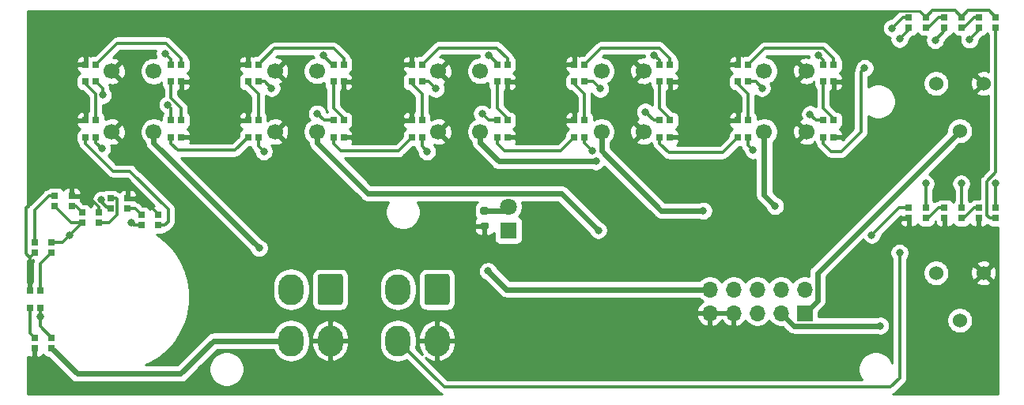
<source format=gbr>
G04 #@! TF.GenerationSoftware,KiCad,Pcbnew,(5.1.9)-1*
G04 #@! TF.CreationDate,2021-09-19T10:02:54-06:00*
G04 #@! TF.ProjectId,RWR_Control_Panel V2,5257525f-436f-46e7-9472-6f6c5f50616e,-*
G04 #@! TF.SameCoordinates,Original*
G04 #@! TF.FileFunction,Copper,L1,Top*
G04 #@! TF.FilePolarity,Positive*
%FSLAX46Y46*%
G04 Gerber Fmt 4.6, Leading zero omitted, Abs format (unit mm)*
G04 Created by KiCad (PCBNEW (5.1.9)-1) date 2021-09-19 10:02:54*
%MOMM*%
%LPD*%
G01*
G04 APERTURE LIST*
G04 #@! TA.AperFunction,SMDPad,CuDef*
%ADD10R,0.700000X0.700000*%
G04 #@! TD*
G04 #@! TA.AperFunction,ComponentPad*
%ADD11C,1.700000*%
G04 #@! TD*
G04 #@! TA.AperFunction,ComponentPad*
%ADD12C,1.524000*%
G04 #@! TD*
G04 #@! TA.AperFunction,ComponentPad*
%ADD13O,1.700000X1.700000*%
G04 #@! TD*
G04 #@! TA.AperFunction,ComponentPad*
%ADD14R,1.700000X1.700000*%
G04 #@! TD*
G04 #@! TA.AperFunction,ComponentPad*
%ADD15O,2.700000X3.300000*%
G04 #@! TD*
G04 #@! TA.AperFunction,ComponentPad*
%ADD16C,1.800000*%
G04 #@! TD*
G04 #@! TA.AperFunction,ComponentPad*
%ADD17R,1.800000X1.800000*%
G04 #@! TD*
G04 #@! TA.AperFunction,ViaPad*
%ADD18C,0.800000*%
G04 #@! TD*
G04 #@! TA.AperFunction,Conductor*
%ADD19C,0.304800*%
G04 #@! TD*
G04 #@! TA.AperFunction,Conductor*
%ADD20C,0.250000*%
G04 #@! TD*
G04 #@! TA.AperFunction,Conductor*
%ADD21C,0.609600*%
G04 #@! TD*
G04 #@! TA.AperFunction,Conductor*
%ADD22C,0.254000*%
G04 #@! TD*
G04 #@! TA.AperFunction,Conductor*
%ADD23C,0.100000*%
G04 #@! TD*
G04 APERTURE END LIST*
D10*
X223535608Y-103344084D03*
X223535608Y-104444084D03*
X221705608Y-104444084D03*
X221705608Y-103344084D03*
D11*
X206221280Y-95175535D03*
X206221280Y-88675535D03*
X210721280Y-95175535D03*
X210721280Y-88675535D03*
X188784181Y-95175535D03*
X188784181Y-88675535D03*
X193284181Y-95175535D03*
X193284181Y-88675535D03*
X175817482Y-88673135D03*
X175817482Y-95173135D03*
X171317482Y-88673135D03*
X171317482Y-95173135D03*
X158329581Y-88673135D03*
X158329581Y-95173135D03*
X153829581Y-88673135D03*
X153829581Y-95173135D03*
X140854381Y-88685835D03*
X140854381Y-95185835D03*
X136354381Y-88685835D03*
X136354381Y-95185835D03*
D12*
X229690881Y-110339335D03*
X227150881Y-115419335D03*
X224610881Y-110339335D03*
X229690881Y-90019335D03*
X227150881Y-95099335D03*
X224610881Y-90019335D03*
G04 #@! TA.AperFunction,SMDPad,CuDef*
G36*
G01*
X175990608Y-104900561D02*
X176540608Y-104900561D01*
G75*
G02*
X176740608Y-105100561I0J-200000D01*
G01*
X176740608Y-105500561D01*
G75*
G02*
X176540608Y-105700561I-200000J0D01*
G01*
X175990608Y-105700561D01*
G75*
G02*
X175790608Y-105500561I0J200000D01*
G01*
X175790608Y-105100561D01*
G75*
G02*
X175990608Y-104900561I200000J0D01*
G01*
G37*
G04 #@! TD.AperFunction*
G04 #@! TA.AperFunction,SMDPad,CuDef*
G36*
G01*
X175990608Y-103250561D02*
X176540608Y-103250561D01*
G75*
G02*
X176740608Y-103450561I0J-200000D01*
G01*
X176740608Y-103850561D01*
G75*
G02*
X176540608Y-104050561I-200000J0D01*
G01*
X175990608Y-104050561D01*
G75*
G02*
X175790608Y-103850561I0J200000D01*
G01*
X175790608Y-103450561D01*
G75*
G02*
X175990608Y-103250561I200000J0D01*
G01*
G37*
G04 #@! TD.AperFunction*
D13*
X200395608Y-112095561D03*
X200395608Y-114635561D03*
X202935608Y-112095561D03*
X202935608Y-114635561D03*
X205475608Y-112095561D03*
X205475608Y-114635561D03*
X208015608Y-112095561D03*
X208015608Y-114635561D03*
X210555608Y-112095561D03*
D14*
X210555608Y-114635561D03*
D15*
X166985608Y-117595561D03*
X171185608Y-117595561D03*
X166985608Y-112095561D03*
G04 #@! TA.AperFunction,ComponentPad*
G36*
G01*
X172535608Y-110695562D02*
X172535608Y-113495560D01*
G75*
G02*
X172285607Y-113745561I-250001J0D01*
G01*
X170085609Y-113745561D01*
G75*
G02*
X169835608Y-113495560I0J250001D01*
G01*
X169835608Y-110695562D01*
G75*
G02*
X170085609Y-110445561I250001J0D01*
G01*
X172285607Y-110445561D01*
G75*
G02*
X172535608Y-110695562I0J-250001D01*
G01*
G37*
G04 #@! TD.AperFunction*
X155555608Y-117595561D03*
X159755608Y-117595561D03*
X155555608Y-112095561D03*
G04 #@! TA.AperFunction,ComponentPad*
G36*
G01*
X161105608Y-110695562D02*
X161105608Y-113495560D01*
G75*
G02*
X160855607Y-113745561I-250001J0D01*
G01*
X158655609Y-113745561D01*
G75*
G02*
X158405608Y-113495560I0J250001D01*
G01*
X158405608Y-110695562D01*
G75*
G02*
X158655609Y-110445561I250001J0D01*
G01*
X160855607Y-110445561D01*
G75*
G02*
X161105608Y-110695562I0J-250001D01*
G01*
G37*
G04 #@! TD.AperFunction*
D10*
X227345608Y-103344084D03*
X227345608Y-104444084D03*
X225515608Y-104444084D03*
X225515608Y-103344084D03*
X231018630Y-103344084D03*
X231018630Y-104444084D03*
X229188630Y-104444084D03*
X229188630Y-103344084D03*
X229188630Y-83997084D03*
X229188630Y-82897084D03*
X231018630Y-82897084D03*
X231018630Y-83997084D03*
X225515608Y-83997084D03*
X225515608Y-82897084D03*
X227345608Y-82897084D03*
X227345608Y-83997084D03*
X221705608Y-83997084D03*
X221705608Y-82897084D03*
X223535608Y-82897084D03*
X223535608Y-83997084D03*
X212535630Y-93962084D03*
X213635630Y-93962084D03*
X213635630Y-95792084D03*
X212535630Y-95792084D03*
X212535630Y-87993084D03*
X213635630Y-87993084D03*
X213635630Y-89823084D03*
X212535630Y-89823084D03*
X204491630Y-89823084D03*
X203391630Y-89823084D03*
X203391630Y-87993084D03*
X204491630Y-87993084D03*
X204491630Y-95792084D03*
X203391630Y-95792084D03*
X203391630Y-93962084D03*
X204491630Y-93962084D03*
X195009630Y-93962084D03*
X196109630Y-93962084D03*
X196109630Y-95792084D03*
X195009630Y-95792084D03*
X195009630Y-87993084D03*
X196109630Y-87993084D03*
X196109630Y-89823084D03*
X195009630Y-89823084D03*
X186965630Y-89823084D03*
X185865630Y-89823084D03*
X185865630Y-87993084D03*
X186965630Y-87993084D03*
X186965630Y-95792084D03*
X185865630Y-95792084D03*
X185865630Y-93962084D03*
X186965630Y-93962084D03*
X177610630Y-93962084D03*
X178710630Y-93962084D03*
X178710630Y-95792084D03*
X177610630Y-95792084D03*
X177610630Y-87993084D03*
X178710630Y-87993084D03*
X178710630Y-89823084D03*
X177610630Y-89823084D03*
X169566630Y-89823084D03*
X168466630Y-89823084D03*
X168466630Y-87993084D03*
X169566630Y-87993084D03*
X169566630Y-95792084D03*
X168466630Y-95792084D03*
X168466630Y-93962084D03*
X169566630Y-93962084D03*
X160084630Y-93962084D03*
X161184630Y-93962084D03*
X161184630Y-95792084D03*
X160084630Y-95792084D03*
X160084630Y-87993084D03*
X161184630Y-87993084D03*
X161184630Y-89823084D03*
X160084630Y-89823084D03*
X152040630Y-89823084D03*
X150940630Y-89823084D03*
X150940630Y-87993084D03*
X152040630Y-87993084D03*
X152040630Y-95792084D03*
X150940630Y-95792084D03*
X150940630Y-93962084D03*
X152040630Y-93962084D03*
X142685630Y-93962084D03*
X143785630Y-93962084D03*
X143785630Y-95792084D03*
X142685630Y-95792084D03*
X142685630Y-87993084D03*
X143785630Y-87993084D03*
X143785630Y-89823084D03*
X142685630Y-89823084D03*
X134641630Y-89823084D03*
X133541630Y-89823084D03*
X133541630Y-87993084D03*
X134641630Y-87993084D03*
X134641630Y-95792084D03*
X133541630Y-95792084D03*
X133541630Y-93962084D03*
X134641630Y-93962084D03*
X139526630Y-105206084D03*
X139526630Y-104106084D03*
X141356630Y-104106084D03*
X141356630Y-105206084D03*
X136224630Y-103428084D03*
X136224630Y-102328084D03*
X138054630Y-102328084D03*
X138054630Y-103428084D03*
X133176630Y-104952084D03*
X133176630Y-103852084D03*
X135006630Y-103852084D03*
X135006630Y-104952084D03*
X130255630Y-103174084D03*
X130255630Y-102074084D03*
X132085630Y-102074084D03*
X132085630Y-103174084D03*
X129926630Y-107027084D03*
X129926630Y-108127084D03*
X128096630Y-108127084D03*
X128096630Y-107027084D03*
X128672630Y-114080084D03*
X127572630Y-114080084D03*
X127572630Y-112250084D03*
X128672630Y-112250084D03*
X129926630Y-117314084D03*
X129926630Y-118414084D03*
X128096630Y-118414084D03*
X128096630Y-117314084D03*
D16*
X178805608Y-103205561D03*
D17*
X178805608Y-105745561D03*
D18*
X188195459Y-98363751D03*
X188457608Y-105745561D03*
X176646608Y-110127061D03*
X152135608Y-107650561D03*
X199697108Y-103650061D03*
X207380608Y-103142061D03*
X128672630Y-115028084D03*
X131877130Y-106251584D03*
X138409630Y-104910084D03*
X135258665Y-102473049D03*
X135295408Y-97007961D03*
X142051808Y-86809861D03*
X135394040Y-91251426D03*
X142338923Y-92288546D03*
X223509608Y-100729061D03*
X227319608Y-100729061D03*
X231002608Y-100665561D03*
X228208608Y-85298561D03*
X224525608Y-85362061D03*
X220715608Y-85235061D03*
X212016108Y-87013061D03*
X205983608Y-90505561D03*
X205031108Y-97173061D03*
X211127108Y-93299561D03*
X194426608Y-86949561D03*
X188648108Y-90569061D03*
X187822608Y-97236561D03*
X193474108Y-93045561D03*
X176011608Y-93236061D03*
X176710108Y-86949561D03*
X171058608Y-90569061D03*
X170106108Y-97300061D03*
X158993608Y-87013061D03*
X153469108Y-90505561D03*
X152643608Y-97300061D03*
X158358608Y-93236061D03*
X219872970Y-84074923D03*
X216969108Y-88346561D03*
X217731108Y-106253561D03*
X220715608Y-108158561D03*
X218641409Y-115990362D03*
D19*
X127572630Y-108651084D02*
X127572630Y-112250084D01*
X128096630Y-108127084D02*
X127572630Y-108651084D01*
X127572630Y-108651084D02*
X127558331Y-108651084D01*
X127558331Y-108651084D02*
X127154708Y-108247461D01*
X127154708Y-108247461D02*
X127154708Y-103319861D01*
X127154708Y-103319861D02*
X128818408Y-101656161D01*
X135006630Y-103852084D02*
X135006630Y-103285083D01*
X135006630Y-103285083D02*
X133352308Y-101630761D01*
X228048009Y-82194683D02*
X227345608Y-82897084D01*
X230316229Y-82194683D02*
X228048009Y-82194683D01*
X231018630Y-82897084D02*
X230316229Y-82194683D01*
X224238009Y-82194683D02*
X223535608Y-82897084D01*
X226643207Y-82194683D02*
X224238009Y-82194683D01*
X227345608Y-82897084D02*
X226643207Y-82194683D01*
X141356630Y-104106084D02*
X141356630Y-103983583D01*
X141356630Y-103983583D02*
X140324608Y-102951561D01*
D20*
X220363086Y-82222083D02*
X219699608Y-82885561D01*
X222860607Y-82222083D02*
X220363086Y-82222083D01*
X223535608Y-82897084D02*
X222860607Y-82222083D01*
D21*
X178360608Y-103650561D02*
X178805608Y-103205561D01*
X176265608Y-103650561D02*
X178360608Y-103650561D01*
X177806017Y-98363751D02*
X188195459Y-98363751D01*
X175817482Y-95173135D02*
X175817482Y-96375216D01*
X175817482Y-96375216D02*
X177806017Y-98363751D01*
X163743927Y-101789562D02*
X184501609Y-101789562D01*
X184501609Y-101789562D02*
X188457608Y-105745561D01*
X158329581Y-95173135D02*
X158329581Y-96375216D01*
X158329581Y-96375216D02*
X163743927Y-101789562D01*
X200395608Y-112095561D02*
X178615108Y-112095561D01*
X178615108Y-112095561D02*
X176646608Y-110127061D01*
X140854381Y-96369334D02*
X140854381Y-95185835D01*
X152135608Y-107650561D02*
X140854381Y-96369334D01*
X188784181Y-97245634D02*
X188784181Y-95175535D01*
X195188608Y-103650061D02*
X188784181Y-97245634D01*
X199697108Y-103650061D02*
X195188608Y-103650061D01*
X206221280Y-101982733D02*
X206221280Y-95175535D01*
X207380608Y-103142061D02*
X206221280Y-101982733D01*
D19*
X128672630Y-116060084D02*
X128672630Y-115028084D01*
X129926630Y-117314084D02*
X128672630Y-116060084D01*
X131101630Y-107027084D02*
X131877130Y-106251584D01*
X129926630Y-107027084D02*
X131101630Y-107027084D01*
X128672630Y-115028084D02*
X128672630Y-114080084D01*
X131877130Y-106251584D02*
X133176630Y-104952084D01*
X132033630Y-104952084D02*
X133176630Y-104952084D01*
X130255630Y-103174084D02*
X132033630Y-104952084D01*
X138705630Y-105206084D02*
X138409630Y-104910084D01*
X139526630Y-105206084D02*
X138705630Y-105206084D01*
X136224630Y-103428084D02*
X135990308Y-103428084D01*
X135990308Y-103428084D02*
X135258665Y-102696441D01*
X135258665Y-102696441D02*
X135258665Y-102473049D01*
X134641630Y-96354183D02*
X135295408Y-97007961D01*
X134641630Y-95792084D02*
X134641630Y-96354183D01*
X142685630Y-87443683D02*
X142051808Y-86809861D01*
X142685630Y-87993084D02*
X142685630Y-87443683D01*
X134641630Y-89823084D02*
X135394040Y-90575494D01*
X135394040Y-90575494D02*
X135394040Y-91251426D01*
X142685630Y-93962084D02*
X142685630Y-92635253D01*
X142685630Y-92635253D02*
X142338923Y-92288546D01*
X223535608Y-100755061D02*
X223509608Y-100729061D01*
X223535608Y-103344084D02*
X223535608Y-100755061D01*
X227345608Y-100755061D02*
X227319608Y-100729061D01*
X227345608Y-103344084D02*
X227345608Y-100755061D01*
X231018630Y-100681583D02*
X231002608Y-100665561D01*
X231018630Y-103344084D02*
X231018630Y-100681583D01*
X229188630Y-84318539D02*
X228208608Y-85298561D01*
X229188630Y-83997084D02*
X229188630Y-84318539D01*
X225515608Y-84372061D02*
X224525608Y-85362061D01*
X225515608Y-83997084D02*
X225515608Y-84372061D01*
X221705608Y-84245061D02*
X220715608Y-85235061D01*
X221705608Y-83997084D02*
X221705608Y-84245061D01*
X212535630Y-87532583D02*
X212016108Y-87013061D01*
X212535630Y-87993084D02*
X212535630Y-87532583D01*
X205301131Y-89823084D02*
X205983608Y-90505561D01*
X204491630Y-89823084D02*
X205301131Y-89823084D01*
X204491630Y-96633583D02*
X205031108Y-97173061D01*
X204491630Y-95792084D02*
X204491630Y-96633583D01*
X211789631Y-93962084D02*
X211127108Y-93299561D01*
X212535630Y-93962084D02*
X211789631Y-93962084D01*
X195009630Y-87532583D02*
X194426608Y-86949561D01*
X195009630Y-87993084D02*
X195009630Y-87532583D01*
X187902131Y-89823084D02*
X188648108Y-90569061D01*
X186965630Y-89823084D02*
X187902131Y-89823084D01*
X186965630Y-96379583D02*
X187822608Y-97236561D01*
X186965630Y-95792084D02*
X186965630Y-96379583D01*
X194390631Y-93962084D02*
X193474108Y-93045561D01*
X195009630Y-93962084D02*
X194390631Y-93962084D01*
X176737631Y-93962084D02*
X176011608Y-93236061D01*
X177610630Y-93962084D02*
X176737631Y-93962084D01*
X177610630Y-87850083D02*
X176710108Y-86949561D01*
X177610630Y-87993084D02*
X177610630Y-87850083D01*
X170312631Y-89823084D02*
X171058608Y-90569061D01*
X169566630Y-89823084D02*
X170312631Y-89823084D01*
X169566630Y-96760583D02*
X170106108Y-97300061D01*
X169566630Y-95792084D02*
X169566630Y-96760583D01*
X159973631Y-87993084D02*
X158993608Y-87013061D01*
X160084630Y-87993084D02*
X159973631Y-87993084D01*
X152786631Y-89823084D02*
X153469108Y-90505561D01*
X152040630Y-89823084D02*
X152786631Y-89823084D01*
X152040630Y-96697083D02*
X152643608Y-97300061D01*
X152040630Y-95792084D02*
X152040630Y-96697083D01*
X159084631Y-93962084D02*
X158358608Y-93236061D01*
X160084630Y-93962084D02*
X159084631Y-93962084D01*
D21*
X155555608Y-117595561D02*
X147270608Y-117595561D01*
X132650354Y-121137808D02*
X129926630Y-118414084D01*
X143728360Y-121137808D02*
X132650354Y-121137808D01*
X147270608Y-117595561D02*
X143728360Y-121137808D01*
D19*
X127572630Y-116790084D02*
X127572630Y-114080084D01*
X128096630Y-117314084D02*
X127572630Y-116790084D01*
X128672630Y-109381084D02*
X129926630Y-108127084D01*
X128672630Y-112250084D02*
X128672630Y-109381084D01*
X129600830Y-102074084D02*
X130255630Y-102074084D01*
X128096630Y-103578284D02*
X129600830Y-102074084D01*
X128096630Y-107027084D02*
X128096630Y-103578284D01*
X132498630Y-103174084D02*
X133176630Y-103852084D01*
X132085630Y-103174084D02*
X132498630Y-103174084D01*
X136879430Y-102328084D02*
X136224630Y-102328084D01*
X136927031Y-102375685D02*
X136879430Y-102328084D01*
X136927031Y-104060005D02*
X136927031Y-102375685D01*
X136034952Y-104952084D02*
X136927031Y-104060005D01*
X135006630Y-104952084D02*
X136034952Y-104952084D01*
X138848630Y-103428084D02*
X139526630Y-104106084D01*
X138054630Y-103428084D02*
X138848630Y-103428084D01*
X133541630Y-96446884D02*
X133541630Y-95792084D01*
X136514608Y-99419862D02*
X133541630Y-96446884D01*
X138318008Y-99420961D02*
X136514608Y-99420961D01*
X136514608Y-99420961D02*
X136514608Y-99419862D01*
X142394708Y-103497661D02*
X138318008Y-99420961D01*
X142394708Y-104822806D02*
X142394708Y-103497661D01*
X142011430Y-105206084D02*
X142394708Y-104822806D01*
X141356630Y-105206084D02*
X142011430Y-105206084D01*
X133541630Y-90057406D02*
X133541630Y-89823084D01*
X134641630Y-93962084D02*
X134641630Y-91157406D01*
X134641630Y-91157406D02*
X133541630Y-90057406D01*
X143785630Y-87338284D02*
X143785630Y-87993084D01*
X142144220Y-85696874D02*
X143785630Y-87338284D01*
X136937840Y-85696874D02*
X142144220Y-85696874D01*
X134641630Y-87993084D02*
X136937840Y-85696874D01*
X143785630Y-92671183D02*
X142685630Y-91571183D01*
X143785630Y-93962084D02*
X143785630Y-92671183D01*
X142685630Y-91571183D02*
X142685630Y-89823084D01*
X149559653Y-97173061D02*
X150940630Y-95792084D01*
X143411807Y-97173061D02*
X149559653Y-97173061D01*
X142685630Y-96446884D02*
X143411807Y-97173061D01*
X142685630Y-95792084D02*
X142685630Y-96446884D01*
X150940630Y-90057406D02*
X150940630Y-89823084D01*
X152040630Y-91157406D02*
X150940630Y-90057406D01*
X152040630Y-93962084D02*
X152040630Y-91157406D01*
X161184630Y-87338284D02*
X161184630Y-87993084D01*
X152040630Y-87993084D02*
X153773055Y-86260659D01*
X153773055Y-86260659D02*
X160107005Y-86260659D01*
X160107005Y-86260659D02*
X161184630Y-87338284D01*
X161184630Y-93727762D02*
X161184630Y-93962084D01*
X160084630Y-92627762D02*
X161184630Y-93727762D01*
X160084630Y-89823084D02*
X160084630Y-92627762D01*
X167022153Y-97236561D02*
X168466630Y-95792084D01*
X160084630Y-96446884D02*
X160874307Y-97236561D01*
X160874307Y-97236561D02*
X167022153Y-97236561D01*
X160084630Y-95792084D02*
X160084630Y-96446884D01*
X169566630Y-91157406D02*
X168466630Y-90057406D01*
X168466630Y-90057406D02*
X168466630Y-89823084D01*
X169566630Y-93962084D02*
X169566630Y-91157406D01*
X169566630Y-87993084D02*
X171362555Y-86197159D01*
X177569505Y-86197159D02*
X178710630Y-87338284D01*
X171362555Y-86197159D02*
X177569505Y-86197159D01*
X178710630Y-87338284D02*
X178710630Y-87993084D01*
X178710630Y-93727762D02*
X178710630Y-93962084D01*
X177610630Y-92627762D02*
X178710630Y-93727762D01*
X177610630Y-89823084D02*
X177610630Y-92627762D01*
X184421153Y-97236561D02*
X185865630Y-95792084D01*
X178400307Y-97236561D02*
X184421153Y-97236561D01*
X177610630Y-96446884D02*
X178400307Y-97236561D01*
X177610630Y-95792084D02*
X177610630Y-96446884D01*
X185865630Y-90057406D02*
X185865630Y-89823084D01*
X186965630Y-91157406D02*
X185865630Y-90057406D01*
X186965630Y-93962084D02*
X186965630Y-91157406D01*
X194968505Y-86197159D02*
X196109630Y-87338284D01*
X186965630Y-87993084D02*
X188761555Y-86197159D01*
X188761555Y-86197159D02*
X194968505Y-86197159D01*
X196109630Y-87338284D02*
X196109630Y-87993084D01*
X196109630Y-93727762D02*
X196109630Y-93962084D01*
X195009630Y-92627762D02*
X196109630Y-93727762D01*
X195009630Y-89823084D02*
X195009630Y-92627762D01*
X201756653Y-97427061D02*
X203391630Y-95792084D01*
X195989807Y-97427061D02*
X201756653Y-97427061D01*
X195009630Y-96446884D02*
X195989807Y-97427061D01*
X195009630Y-95792084D02*
X195009630Y-96446884D01*
X204491630Y-87993084D02*
X206224055Y-86260659D01*
X206224055Y-86260659D02*
X212558005Y-86260659D01*
X212558005Y-86260659D02*
X213635630Y-87338284D01*
X213635630Y-87338284D02*
X213635630Y-87993084D01*
X213635630Y-93727762D02*
X213635630Y-93962084D01*
X212535630Y-92627762D02*
X213635630Y-93727762D01*
X212535630Y-89823084D02*
X212535630Y-92627762D01*
X221050808Y-82897084D02*
X219872970Y-84074923D01*
X221705608Y-82897084D02*
X221050808Y-82897084D01*
X216569109Y-88746560D02*
X216969108Y-88346561D01*
X216569109Y-95223560D02*
X216569109Y-88746560D01*
X214492608Y-97300061D02*
X216569109Y-95223560D01*
X213388807Y-97300061D02*
X214492608Y-97300061D01*
X212535630Y-96446884D02*
X213388807Y-97300061D01*
X212535630Y-95792084D02*
X212535630Y-96446884D01*
X223760808Y-83997084D02*
X223535608Y-83997084D01*
X224860808Y-82897084D02*
X223760808Y-83997084D01*
X225515608Y-82897084D02*
X224860808Y-82897084D01*
X227579930Y-83997084D02*
X227345608Y-83997084D01*
X228679930Y-82897084D02*
X227579930Y-83997084D01*
X229188630Y-82897084D02*
X228679930Y-82897084D01*
X231018630Y-83997084D02*
X231018630Y-99535983D01*
X230363830Y-104444084D02*
X231018630Y-104444084D01*
X231018630Y-99535983D02*
X230059706Y-100494907D01*
X230059706Y-100494907D02*
X230059706Y-104139960D01*
X230059706Y-104139960D02*
X230363830Y-104444084D01*
X227579930Y-104444084D02*
X227345608Y-104444084D01*
X228679930Y-103344084D02*
X227579930Y-104444084D01*
X229188630Y-103344084D02*
X228679930Y-103344084D01*
X221705608Y-103344084D02*
X220640585Y-103344084D01*
X220640585Y-103344084D02*
X217731108Y-106253561D01*
X220715608Y-121620561D02*
X220715608Y-108158561D01*
X219763108Y-122573061D02*
X220715608Y-121620561D01*
X171963108Y-122573061D02*
X219763108Y-122573061D01*
X166985608Y-117595561D02*
X171963108Y-122573061D01*
D21*
X209370409Y-115990362D02*
X218641409Y-115990362D01*
X208015608Y-114635561D02*
X209370409Y-115990362D01*
X211910409Y-110339807D02*
X227150881Y-95099335D01*
X211910409Y-113280760D02*
X211910409Y-110339807D01*
X210555608Y-114635561D02*
X211910409Y-113280760D01*
D19*
X203391630Y-90057406D02*
X203391630Y-89823084D01*
X204491630Y-91157406D02*
X203391630Y-90057406D01*
X204491630Y-93962084D02*
X204491630Y-91157406D01*
X223760808Y-104444084D02*
X223535608Y-104444084D01*
X224860808Y-103344084D02*
X223760808Y-104444084D01*
X225515608Y-103344084D02*
X224860808Y-103344084D01*
D22*
X220521377Y-82312963D02*
X220521375Y-82312965D01*
X220491339Y-82337615D01*
X220466689Y-82367651D01*
X219794418Y-83039923D01*
X219771031Y-83039923D01*
X219571072Y-83079697D01*
X219382714Y-83157718D01*
X219213196Y-83270986D01*
X219069033Y-83415149D01*
X218955765Y-83584667D01*
X218877744Y-83773025D01*
X218837970Y-83972984D01*
X218837970Y-84176862D01*
X218877744Y-84376821D01*
X218955765Y-84565179D01*
X219069033Y-84734697D01*
X219213196Y-84878860D01*
X219382714Y-84992128D01*
X219571072Y-85070149D01*
X219688488Y-85093504D01*
X219680608Y-85133122D01*
X219680608Y-85337000D01*
X219720382Y-85536959D01*
X219798403Y-85725317D01*
X219911671Y-85894835D01*
X220055834Y-86038998D01*
X220225352Y-86152266D01*
X220413710Y-86230287D01*
X220613669Y-86270061D01*
X220817547Y-86270061D01*
X221017506Y-86230287D01*
X221205864Y-86152266D01*
X221375382Y-86038998D01*
X221519545Y-85894835D01*
X221632813Y-85725317D01*
X221710834Y-85536959D01*
X221750608Y-85337000D01*
X221750608Y-85313612D01*
X222081627Y-84982593D01*
X222180090Y-84972896D01*
X222299788Y-84936586D01*
X222410102Y-84877621D01*
X222506793Y-84798269D01*
X222586145Y-84701578D01*
X222620608Y-84637103D01*
X222655071Y-84701578D01*
X222734423Y-84798269D01*
X222831114Y-84877621D01*
X222941428Y-84936586D01*
X223061126Y-84972896D01*
X223185608Y-84985156D01*
X223561451Y-84985156D01*
X223530382Y-85060163D01*
X223490608Y-85260122D01*
X223490608Y-85464000D01*
X223530382Y-85663959D01*
X223608403Y-85852317D01*
X223721671Y-86021835D01*
X223865834Y-86165998D01*
X224035352Y-86279266D01*
X224223710Y-86357287D01*
X224423669Y-86397061D01*
X224627547Y-86397061D01*
X224827506Y-86357287D01*
X225015864Y-86279266D01*
X225185382Y-86165998D01*
X225329545Y-86021835D01*
X225442813Y-85852317D01*
X225520834Y-85663959D01*
X225560608Y-85464000D01*
X225560608Y-85440612D01*
X226044974Y-84956247D01*
X226109788Y-84936586D01*
X226220102Y-84877621D01*
X226316793Y-84798269D01*
X226396145Y-84701578D01*
X226430608Y-84637103D01*
X226465071Y-84701578D01*
X226544423Y-84798269D01*
X226641114Y-84877621D01*
X226751428Y-84936586D01*
X226871126Y-84972896D01*
X226995608Y-84985156D01*
X227218148Y-84985156D01*
X227213382Y-84996663D01*
X227173608Y-85196622D01*
X227173608Y-85400500D01*
X227213382Y-85600459D01*
X227291403Y-85788817D01*
X227404671Y-85958335D01*
X227548834Y-86102498D01*
X227718352Y-86215766D01*
X227906710Y-86293787D01*
X228106669Y-86333561D01*
X228310547Y-86333561D01*
X228510506Y-86293787D01*
X228698864Y-86215766D01*
X228868382Y-86102498D01*
X229012545Y-85958335D01*
X229125813Y-85788817D01*
X229203834Y-85600459D01*
X229243608Y-85400500D01*
X229243608Y-85377112D01*
X229646155Y-84974566D01*
X229663112Y-84972896D01*
X229782810Y-84936586D01*
X229893124Y-84877621D01*
X229989815Y-84798269D01*
X230069167Y-84701578D01*
X230103630Y-84637103D01*
X230138093Y-84701578D01*
X230217445Y-84798269D01*
X230231230Y-84809582D01*
X230231230Y-88729682D01*
X230160833Y-88696579D01*
X229893746Y-88630312D01*
X229618864Y-88617425D01*
X229346748Y-88658413D01*
X229087858Y-88751699D01*
X228971901Y-88813679D01*
X228904921Y-89053770D01*
X229690881Y-89839730D01*
X229705024Y-89825588D01*
X229884629Y-90005193D01*
X229870486Y-90019335D01*
X229884629Y-90033478D01*
X229705024Y-90213083D01*
X229690881Y-90198940D01*
X228904921Y-90984900D01*
X228971901Y-91224991D01*
X229220929Y-91342091D01*
X229488016Y-91408358D01*
X229762898Y-91421245D01*
X230035014Y-91380257D01*
X230231230Y-91309554D01*
X230231231Y-99209831D01*
X229530283Y-99910780D01*
X229500237Y-99935438D01*
X229401840Y-100055336D01*
X229328724Y-100192125D01*
X229283700Y-100340551D01*
X229272306Y-100456235D01*
X229272306Y-100456244D01*
X229268498Y-100494907D01*
X229272306Y-100533570D01*
X229272307Y-102356012D01*
X228838630Y-102356012D01*
X228714148Y-102368272D01*
X228594450Y-102404582D01*
X228484136Y-102463547D01*
X228387445Y-102542899D01*
X228308093Y-102639590D01*
X228300294Y-102654181D01*
X228248688Y-102681765D01*
X228226145Y-102639590D01*
X228146793Y-102542899D01*
X228133008Y-102531586D01*
X228133008Y-101374673D01*
X228236813Y-101219317D01*
X228314834Y-101030959D01*
X228354608Y-100831000D01*
X228354608Y-100627122D01*
X228314834Y-100427163D01*
X228236813Y-100238805D01*
X228123545Y-100069287D01*
X227979382Y-99925124D01*
X227809864Y-99811856D01*
X227621506Y-99733835D01*
X227421547Y-99694061D01*
X227217669Y-99694061D01*
X227017710Y-99733835D01*
X226829352Y-99811856D01*
X226659834Y-99925124D01*
X226515671Y-100069287D01*
X226402403Y-100238805D01*
X226324382Y-100427163D01*
X226284608Y-100627122D01*
X226284608Y-100831000D01*
X226324382Y-101030959D01*
X226402403Y-101219317D01*
X226515671Y-101388835D01*
X226558209Y-101431373D01*
X226558208Y-102531586D01*
X226544423Y-102542899D01*
X226465071Y-102639590D01*
X226430608Y-102704065D01*
X226396145Y-102639590D01*
X226316793Y-102542899D01*
X226220102Y-102463547D01*
X226109788Y-102404582D01*
X225990090Y-102368272D01*
X225865608Y-102356012D01*
X225165608Y-102356012D01*
X225041126Y-102368272D01*
X224921428Y-102404582D01*
X224811114Y-102463547D01*
X224714423Y-102542899D01*
X224689552Y-102573204D01*
X224589633Y-102603514D01*
X224558025Y-102613102D01*
X224436661Y-102677972D01*
X224416145Y-102639590D01*
X224336793Y-102542899D01*
X224323008Y-102531586D01*
X224323008Y-101374673D01*
X224426813Y-101219317D01*
X224504834Y-101030959D01*
X224544608Y-100831000D01*
X224544608Y-100627122D01*
X224504834Y-100427163D01*
X224426813Y-100238805D01*
X224313545Y-100069287D01*
X224169382Y-99925124D01*
X223999864Y-99811856D01*
X223835514Y-99743780D01*
X227082959Y-96496335D01*
X227288473Y-96496335D01*
X227558371Y-96442649D01*
X227812608Y-96337340D01*
X228041416Y-96184455D01*
X228236001Y-95989870D01*
X228388886Y-95761062D01*
X228494195Y-95506825D01*
X228547881Y-95236927D01*
X228547881Y-94961743D01*
X228494195Y-94691845D01*
X228388886Y-94437608D01*
X228236001Y-94208800D01*
X228041416Y-94014215D01*
X227812608Y-93861330D01*
X227558371Y-93756021D01*
X227288473Y-93702335D01*
X227013289Y-93702335D01*
X226743391Y-93756021D01*
X226489154Y-93861330D01*
X226260346Y-94014215D01*
X226065761Y-94208800D01*
X225912876Y-94437608D01*
X225807567Y-94691845D01*
X225753881Y-94961743D01*
X225753881Y-95167257D01*
X211278520Y-109642620D01*
X211242656Y-109672053D01*
X211213226Y-109707914D01*
X211125213Y-109815156D01*
X211037947Y-109978421D01*
X210984208Y-110155574D01*
X210966063Y-110339807D01*
X210970610Y-110385974D01*
X210970610Y-110664017D01*
X210701868Y-110610561D01*
X210409348Y-110610561D01*
X210122450Y-110667629D01*
X209852197Y-110779571D01*
X209608976Y-110942086D01*
X209402133Y-111148929D01*
X209285608Y-111323321D01*
X209169083Y-111148929D01*
X208962240Y-110942086D01*
X208719019Y-110779571D01*
X208448766Y-110667629D01*
X208161868Y-110610561D01*
X207869348Y-110610561D01*
X207582450Y-110667629D01*
X207312197Y-110779571D01*
X207068976Y-110942086D01*
X206862133Y-111148929D01*
X206745608Y-111323321D01*
X206629083Y-111148929D01*
X206422240Y-110942086D01*
X206179019Y-110779571D01*
X205908766Y-110667629D01*
X205621868Y-110610561D01*
X205329348Y-110610561D01*
X205042450Y-110667629D01*
X204772197Y-110779571D01*
X204528976Y-110942086D01*
X204322133Y-111148929D01*
X204205608Y-111323321D01*
X204089083Y-111148929D01*
X203882240Y-110942086D01*
X203639019Y-110779571D01*
X203368766Y-110667629D01*
X203081868Y-110610561D01*
X202789348Y-110610561D01*
X202502450Y-110667629D01*
X202232197Y-110779571D01*
X201988976Y-110942086D01*
X201782133Y-111148929D01*
X201665608Y-111323321D01*
X201549083Y-111148929D01*
X201342240Y-110942086D01*
X201099019Y-110779571D01*
X200828766Y-110667629D01*
X200541868Y-110610561D01*
X200249348Y-110610561D01*
X199962450Y-110667629D01*
X199692197Y-110779571D01*
X199448976Y-110942086D01*
X199242133Y-111148929D01*
X199237568Y-111155761D01*
X179004386Y-111155761D01*
X177619240Y-109770617D01*
X177563813Y-109636805D01*
X177450545Y-109467287D01*
X177306382Y-109323124D01*
X177136864Y-109209856D01*
X176948506Y-109131835D01*
X176748547Y-109092061D01*
X176544669Y-109092061D01*
X176344710Y-109131835D01*
X176156352Y-109209856D01*
X175986834Y-109323124D01*
X175842671Y-109467287D01*
X175729403Y-109636805D01*
X175651382Y-109825163D01*
X175611608Y-110025122D01*
X175611608Y-110229000D01*
X175651382Y-110428959D01*
X175729403Y-110617317D01*
X175842671Y-110786835D01*
X175986834Y-110930998D01*
X176156352Y-111044266D01*
X176290164Y-111099693D01*
X177917926Y-112727457D01*
X177947354Y-112763315D01*
X178090457Y-112880757D01*
X178253722Y-112968024D01*
X178430875Y-113021763D01*
X178568941Y-113035361D01*
X178568950Y-113035361D01*
X178615107Y-113039907D01*
X178661264Y-113035361D01*
X199237568Y-113035361D01*
X199242133Y-113042193D01*
X199448976Y-113249036D01*
X199625014Y-113366661D01*
X199395339Y-113537973D01*
X199200430Y-113754206D01*
X199051451Y-114004309D01*
X198954127Y-114278670D01*
X199074794Y-114508561D01*
X200268608Y-114508561D01*
X200268608Y-114488561D01*
X200522608Y-114488561D01*
X200522608Y-114508561D01*
X202808608Y-114508561D01*
X202808608Y-114488561D01*
X203062608Y-114488561D01*
X203062608Y-114508561D01*
X203082608Y-114508561D01*
X203082608Y-114762561D01*
X203062608Y-114762561D01*
X203062608Y-115955716D01*
X203292498Y-116077037D01*
X203439707Y-116032386D01*
X203702528Y-115907202D01*
X203935877Y-115733149D01*
X204130786Y-115516916D01*
X204200413Y-115400027D01*
X204322133Y-115582193D01*
X204528976Y-115789036D01*
X204772197Y-115951551D01*
X205042450Y-116063493D01*
X205329348Y-116120561D01*
X205621868Y-116120561D01*
X205908766Y-116063493D01*
X206179019Y-115951551D01*
X206422240Y-115789036D01*
X206629083Y-115582193D01*
X206745608Y-115407801D01*
X206862133Y-115582193D01*
X207068976Y-115789036D01*
X207312197Y-115951551D01*
X207582450Y-116063493D01*
X207869348Y-116120561D01*
X208161868Y-116120561D01*
X208169928Y-116118958D01*
X208673222Y-116622252D01*
X208702655Y-116658116D01*
X208775563Y-116717950D01*
X208845757Y-116775558D01*
X208908995Y-116809359D01*
X209009023Y-116862825D01*
X209186176Y-116916564D01*
X209324242Y-116930162D01*
X209324252Y-116930162D01*
X209370409Y-116934708D01*
X209416566Y-116930162D01*
X218205702Y-116930162D01*
X218339511Y-116985588D01*
X218539470Y-117025362D01*
X218743348Y-117025362D01*
X218943307Y-116985588D01*
X219131665Y-116907567D01*
X219301183Y-116794299D01*
X219445346Y-116650136D01*
X219558614Y-116480618D01*
X219636635Y-116292260D01*
X219676409Y-116092301D01*
X219676409Y-115888423D01*
X219636635Y-115688464D01*
X219558614Y-115500106D01*
X219445346Y-115330588D01*
X219301183Y-115186425D01*
X219131665Y-115073157D01*
X218943307Y-114995136D01*
X218743348Y-114955362D01*
X218539470Y-114955362D01*
X218339511Y-114995136D01*
X218205702Y-115050562D01*
X212043680Y-115050562D01*
X212043680Y-114476566D01*
X212542299Y-113977947D01*
X212578163Y-113948514D01*
X212646237Y-113865566D01*
X212695605Y-113805412D01*
X212782872Y-113642146D01*
X212783368Y-113640512D01*
X212836611Y-113464993D01*
X212850209Y-113326927D01*
X212850209Y-113326917D01*
X212854755Y-113280760D01*
X212850209Y-113234603D01*
X212850209Y-110729083D01*
X216822544Y-106756749D01*
X216927171Y-106913335D01*
X217071334Y-107057498D01*
X217240852Y-107170766D01*
X217429210Y-107248787D01*
X217629169Y-107288561D01*
X217833047Y-107288561D01*
X218033006Y-107248787D01*
X218221364Y-107170766D01*
X218390882Y-107057498D01*
X218535045Y-106913335D01*
X218648313Y-106743817D01*
X218726334Y-106555459D01*
X218766108Y-106355500D01*
X218766108Y-106332111D01*
X220304135Y-104794084D01*
X220717536Y-104794084D01*
X220729796Y-104918566D01*
X220766106Y-105038264D01*
X220825071Y-105148578D01*
X220904423Y-105245269D01*
X221001114Y-105324621D01*
X221111428Y-105383586D01*
X221231126Y-105419896D01*
X221355608Y-105432156D01*
X221419858Y-105429084D01*
X221578608Y-105270334D01*
X221578608Y-104571084D01*
X220879358Y-104571084D01*
X220720608Y-104729834D01*
X220717536Y-104794084D01*
X220304135Y-104794084D01*
X220830247Y-104267973D01*
X220879358Y-104317084D01*
X221221856Y-104317084D01*
X221231126Y-104319896D01*
X221355608Y-104332156D01*
X221852608Y-104332156D01*
X221852608Y-104571084D01*
X221832608Y-104571084D01*
X221832608Y-105270334D01*
X221991358Y-105429084D01*
X222055608Y-105432156D01*
X222180090Y-105419896D01*
X222299788Y-105383586D01*
X222410102Y-105324621D01*
X222506793Y-105245269D01*
X222586145Y-105148578D01*
X222620608Y-105084103D01*
X222655071Y-105148578D01*
X222734423Y-105245269D01*
X222831114Y-105324621D01*
X222941428Y-105383586D01*
X223061126Y-105419896D01*
X223185608Y-105432156D01*
X223885608Y-105432156D01*
X224010090Y-105419896D01*
X224129788Y-105383586D01*
X224240102Y-105324621D01*
X224336793Y-105245269D01*
X224416145Y-105148578D01*
X224475110Y-105038264D01*
X224511420Y-104918566D01*
X224523606Y-104794836D01*
X224527696Y-104790747D01*
X224527536Y-104794084D01*
X224539796Y-104918566D01*
X224576106Y-105038264D01*
X224635071Y-105148578D01*
X224714423Y-105245269D01*
X224811114Y-105324621D01*
X224921428Y-105383586D01*
X225041126Y-105419896D01*
X225165608Y-105432156D01*
X225229858Y-105429084D01*
X225388608Y-105270334D01*
X225388608Y-104571084D01*
X225368608Y-104571084D01*
X225368608Y-104332156D01*
X225662608Y-104332156D01*
X225662608Y-104571084D01*
X225642608Y-104571084D01*
X225642608Y-105270334D01*
X225801358Y-105429084D01*
X225865608Y-105432156D01*
X225990090Y-105419896D01*
X226109788Y-105383586D01*
X226220102Y-105324621D01*
X226316793Y-105245269D01*
X226396145Y-105148578D01*
X226430608Y-105084103D01*
X226465071Y-105148578D01*
X226544423Y-105245269D01*
X226641114Y-105324621D01*
X226751428Y-105383586D01*
X226871126Y-105419896D01*
X226995608Y-105432156D01*
X227695608Y-105432156D01*
X227820090Y-105419896D01*
X227939788Y-105383586D01*
X228050102Y-105324621D01*
X228146793Y-105245269D01*
X228226145Y-105148578D01*
X228267119Y-105071922D01*
X228308093Y-105148578D01*
X228387445Y-105245269D01*
X228484136Y-105324621D01*
X228594450Y-105383586D01*
X228714148Y-105419896D01*
X228838630Y-105432156D01*
X228902880Y-105429084D01*
X229061630Y-105270334D01*
X229061630Y-104571084D01*
X229041630Y-104571084D01*
X229041630Y-104332156D01*
X229295179Y-104332156D01*
X229328724Y-104442742D01*
X229335630Y-104455662D01*
X229335630Y-104571084D01*
X229315630Y-104571084D01*
X229315630Y-105270334D01*
X229474380Y-105429084D01*
X229538630Y-105432156D01*
X229663112Y-105419896D01*
X229782810Y-105383586D01*
X229893124Y-105324621D01*
X229989815Y-105245269D01*
X230051581Y-105170006D01*
X230061047Y-105175066D01*
X230192574Y-105214964D01*
X230217445Y-105245269D01*
X230314136Y-105324621D01*
X230424450Y-105383586D01*
X230544148Y-105419896D01*
X230668630Y-105432156D01*
X231253381Y-105432156D01*
X231253381Y-123331834D01*
X219974275Y-123331834D01*
X220065891Y-123304043D01*
X220202680Y-123230927D01*
X220322577Y-123132530D01*
X220347235Y-123102484D01*
X221245042Y-122204679D01*
X221275077Y-122180030D01*
X221313273Y-122133489D01*
X221373473Y-122060134D01*
X221373474Y-122060133D01*
X221446590Y-121923344D01*
X221491614Y-121774918D01*
X221503008Y-121659234D01*
X221503008Y-121659225D01*
X221506816Y-121620562D01*
X221503008Y-121581899D01*
X221503008Y-115281743D01*
X225753881Y-115281743D01*
X225753881Y-115556927D01*
X225807567Y-115826825D01*
X225912876Y-116081062D01*
X226065761Y-116309870D01*
X226260346Y-116504455D01*
X226489154Y-116657340D01*
X226743391Y-116762649D01*
X227013289Y-116816335D01*
X227288473Y-116816335D01*
X227558371Y-116762649D01*
X227812608Y-116657340D01*
X228041416Y-116504455D01*
X228236001Y-116309870D01*
X228388886Y-116081062D01*
X228494195Y-115826825D01*
X228547881Y-115556927D01*
X228547881Y-115281743D01*
X228494195Y-115011845D01*
X228388886Y-114757608D01*
X228236001Y-114528800D01*
X228041416Y-114334215D01*
X227812608Y-114181330D01*
X227558371Y-114076021D01*
X227288473Y-114022335D01*
X227013289Y-114022335D01*
X226743391Y-114076021D01*
X226489154Y-114181330D01*
X226260346Y-114334215D01*
X226065761Y-114528800D01*
X225912876Y-114757608D01*
X225807567Y-115011845D01*
X225753881Y-115281743D01*
X221503008Y-115281743D01*
X221503008Y-110201743D01*
X223213881Y-110201743D01*
X223213881Y-110476927D01*
X223267567Y-110746825D01*
X223372876Y-111001062D01*
X223525761Y-111229870D01*
X223720346Y-111424455D01*
X223949154Y-111577340D01*
X224203391Y-111682649D01*
X224473289Y-111736335D01*
X224748473Y-111736335D01*
X225018371Y-111682649D01*
X225272608Y-111577340D01*
X225501416Y-111424455D01*
X225620971Y-111304900D01*
X228904921Y-111304900D01*
X228971901Y-111544991D01*
X229220929Y-111662091D01*
X229488016Y-111728358D01*
X229762898Y-111741245D01*
X230035014Y-111700257D01*
X230293904Y-111606971D01*
X230409861Y-111544991D01*
X230476841Y-111304900D01*
X229690881Y-110518940D01*
X228904921Y-111304900D01*
X225620971Y-111304900D01*
X225696001Y-111229870D01*
X225848886Y-111001062D01*
X225954195Y-110746825D01*
X226007881Y-110476927D01*
X226007881Y-110411352D01*
X228288971Y-110411352D01*
X228329959Y-110683468D01*
X228423245Y-110942358D01*
X228485225Y-111058315D01*
X228725316Y-111125295D01*
X229511276Y-110339335D01*
X229870486Y-110339335D01*
X230656446Y-111125295D01*
X230896537Y-111058315D01*
X231013637Y-110809287D01*
X231079904Y-110542200D01*
X231092791Y-110267318D01*
X231051803Y-109995202D01*
X230958517Y-109736312D01*
X230896537Y-109620355D01*
X230656446Y-109553375D01*
X229870486Y-110339335D01*
X229511276Y-110339335D01*
X228725316Y-109553375D01*
X228485225Y-109620355D01*
X228368125Y-109869383D01*
X228301858Y-110136470D01*
X228288971Y-110411352D01*
X226007881Y-110411352D01*
X226007881Y-110201743D01*
X225954195Y-109931845D01*
X225848886Y-109677608D01*
X225696001Y-109448800D01*
X225620971Y-109373770D01*
X228904921Y-109373770D01*
X229690881Y-110159730D01*
X230476841Y-109373770D01*
X230409861Y-109133679D01*
X230160833Y-109016579D01*
X229893746Y-108950312D01*
X229618864Y-108937425D01*
X229346748Y-108978413D01*
X229087858Y-109071699D01*
X228971901Y-109133679D01*
X228904921Y-109373770D01*
X225620971Y-109373770D01*
X225501416Y-109254215D01*
X225272608Y-109101330D01*
X225018371Y-108996021D01*
X224748473Y-108942335D01*
X224473289Y-108942335D01*
X224203391Y-108996021D01*
X223949154Y-109101330D01*
X223720346Y-109254215D01*
X223525761Y-109448800D01*
X223372876Y-109677608D01*
X223267567Y-109931845D01*
X223213881Y-110201743D01*
X221503008Y-110201743D01*
X221503008Y-108834872D01*
X221519545Y-108818335D01*
X221632813Y-108648817D01*
X221710834Y-108460459D01*
X221750608Y-108260500D01*
X221750608Y-108056622D01*
X221710834Y-107856663D01*
X221632813Y-107668305D01*
X221519545Y-107498787D01*
X221375382Y-107354624D01*
X221205864Y-107241356D01*
X221017506Y-107163335D01*
X220817547Y-107123561D01*
X220613669Y-107123561D01*
X220413710Y-107163335D01*
X220225352Y-107241356D01*
X220055834Y-107354624D01*
X219911671Y-107498787D01*
X219798403Y-107668305D01*
X219720382Y-107856663D01*
X219680608Y-108056622D01*
X219680608Y-108260500D01*
X219720382Y-108460459D01*
X219798403Y-108648817D01*
X219911671Y-108818335D01*
X219928209Y-108834873D01*
X219928208Y-119987581D01*
X219836096Y-119765202D01*
X219629805Y-119456466D01*
X219367248Y-119193909D01*
X219058512Y-118987618D01*
X218715464Y-118845523D01*
X218351286Y-118773084D01*
X217979974Y-118773084D01*
X217615796Y-118845523D01*
X217272748Y-118987618D01*
X216964012Y-119193909D01*
X216701455Y-119456466D01*
X216495164Y-119765202D01*
X216353069Y-120108250D01*
X216280630Y-120472428D01*
X216280630Y-120843740D01*
X216353069Y-121207918D01*
X216495164Y-121550966D01*
X216651982Y-121785661D01*
X172289259Y-121785661D01*
X169945685Y-119442087D01*
X170188397Y-119616585D01*
X170543313Y-119778062D01*
X170750285Y-119832238D01*
X171058608Y-119717390D01*
X171058608Y-117722561D01*
X171312608Y-117722561D01*
X171312608Y-119717390D01*
X171620931Y-119832238D01*
X171827903Y-119778062D01*
X172182819Y-119616585D01*
X172499413Y-119388970D01*
X172765518Y-119103964D01*
X172970908Y-118772520D01*
X173107690Y-118407375D01*
X173170608Y-118022561D01*
X173170608Y-117722561D01*
X171312608Y-117722561D01*
X171058608Y-117722561D01*
X169200608Y-117722561D01*
X169200608Y-118022561D01*
X169263526Y-118407375D01*
X169400308Y-118772520D01*
X169602662Y-119099064D01*
X168906137Y-118402539D01*
X168941886Y-118284689D01*
X168970608Y-117993071D01*
X168970608Y-117198052D01*
X168967704Y-117168561D01*
X169200608Y-117168561D01*
X169200608Y-117468561D01*
X171058608Y-117468561D01*
X171058608Y-115473732D01*
X171312608Y-115473732D01*
X171312608Y-117468561D01*
X173170608Y-117468561D01*
X173170608Y-117168561D01*
X173107690Y-116783747D01*
X172970908Y-116418602D01*
X172765518Y-116087158D01*
X172499413Y-115802152D01*
X172182819Y-115574537D01*
X171827903Y-115413060D01*
X171620931Y-115358884D01*
X171312608Y-115473732D01*
X171058608Y-115473732D01*
X170750285Y-115358884D01*
X170543313Y-115413060D01*
X170188397Y-115574537D01*
X169871803Y-115802152D01*
X169605698Y-116087158D01*
X169400308Y-116418602D01*
X169263526Y-116783747D01*
X169200608Y-117168561D01*
X168967704Y-117168561D01*
X168941886Y-116906434D01*
X168828382Y-116532259D01*
X168644061Y-116187418D01*
X168396006Y-115885163D01*
X168093751Y-115637108D01*
X167748910Y-115452787D01*
X167374736Y-115339283D01*
X166985608Y-115300957D01*
X166596481Y-115339283D01*
X166222307Y-115452787D01*
X165877466Y-115637108D01*
X165575211Y-115885163D01*
X165327155Y-116187418D01*
X165142834Y-116532259D01*
X165029330Y-116906433D01*
X165000608Y-117198051D01*
X165000608Y-117993070D01*
X165029330Y-118284688D01*
X165142834Y-118658862D01*
X165327155Y-119003704D01*
X165575210Y-119305959D01*
X165877465Y-119554014D01*
X166222306Y-119738335D01*
X166596480Y-119851839D01*
X166985608Y-119890165D01*
X167374735Y-119851839D01*
X167748909Y-119738335D01*
X167922204Y-119645707D01*
X171378985Y-123102489D01*
X171403639Y-123132530D01*
X171523536Y-123230927D01*
X171660325Y-123304043D01*
X171751941Y-123331834D01*
X127395608Y-123331834D01*
X127395608Y-119296477D01*
X127502450Y-119353586D01*
X127622148Y-119389896D01*
X127746630Y-119402156D01*
X127810880Y-119399084D01*
X127969630Y-119240334D01*
X127969630Y-118541084D01*
X127949630Y-118541084D01*
X127949630Y-118302156D01*
X128243630Y-118302156D01*
X128243630Y-118541084D01*
X128223630Y-118541084D01*
X128223630Y-119240334D01*
X128382380Y-119399084D01*
X128446630Y-119402156D01*
X128571112Y-119389896D01*
X128690810Y-119353586D01*
X128801124Y-119294621D01*
X128897815Y-119215269D01*
X128977167Y-119118578D01*
X129011630Y-119054103D01*
X129046093Y-119118578D01*
X129125445Y-119215269D01*
X129222136Y-119294621D01*
X129332450Y-119353586D01*
X129452148Y-119389896D01*
X129576630Y-119402156D01*
X129585626Y-119402156D01*
X131953172Y-121769704D01*
X131982600Y-121805562D01*
X132018458Y-121834990D01*
X132018459Y-121834991D01*
X132071921Y-121878866D01*
X132125703Y-121923004D01*
X132288968Y-122010271D01*
X132466121Y-122064010D01*
X132604187Y-122077608D01*
X132604196Y-122077608D01*
X132650353Y-122082154D01*
X132696510Y-122077608D01*
X143682203Y-122077608D01*
X143728360Y-122082154D01*
X143774517Y-122077608D01*
X143774527Y-122077608D01*
X143912593Y-122064010D01*
X144089746Y-122010271D01*
X144253011Y-121923004D01*
X144396114Y-121805562D01*
X144425546Y-121769699D01*
X145722817Y-120472428D01*
X146748132Y-120472428D01*
X146748132Y-120843740D01*
X146820571Y-121207918D01*
X146962666Y-121550966D01*
X147168957Y-121859702D01*
X147431514Y-122122259D01*
X147740250Y-122328550D01*
X148083298Y-122470645D01*
X148447476Y-122543084D01*
X148818788Y-122543084D01*
X149182966Y-122470645D01*
X149526014Y-122328550D01*
X149834750Y-122122259D01*
X150097307Y-121859702D01*
X150303598Y-121550966D01*
X150445693Y-121207918D01*
X150518132Y-120843740D01*
X150518132Y-120472428D01*
X150445693Y-120108250D01*
X150303598Y-119765202D01*
X150097307Y-119456466D01*
X149834750Y-119193909D01*
X149526014Y-118987618D01*
X149182966Y-118845523D01*
X148818788Y-118773084D01*
X148447476Y-118773084D01*
X148083298Y-118845523D01*
X147740250Y-118987618D01*
X147431514Y-119193909D01*
X147168957Y-119456466D01*
X146962666Y-119765202D01*
X146820571Y-120108250D01*
X146748132Y-120472428D01*
X145722817Y-120472428D01*
X147659886Y-118535361D01*
X153675371Y-118535361D01*
X153712834Y-118658862D01*
X153897155Y-119003704D01*
X154145210Y-119305959D01*
X154447465Y-119554014D01*
X154792306Y-119738335D01*
X155166480Y-119851839D01*
X155555608Y-119890165D01*
X155944735Y-119851839D01*
X156318909Y-119738335D01*
X156663751Y-119554014D01*
X156966006Y-119305959D01*
X157214061Y-119003704D01*
X157398382Y-118658863D01*
X157511886Y-118284689D01*
X157540608Y-117993071D01*
X157540608Y-117722561D01*
X157770608Y-117722561D01*
X157770608Y-118022561D01*
X157833526Y-118407375D01*
X157970308Y-118772520D01*
X158175698Y-119103964D01*
X158441803Y-119388970D01*
X158758397Y-119616585D01*
X159113313Y-119778062D01*
X159320285Y-119832238D01*
X159628608Y-119717390D01*
X159628608Y-117722561D01*
X159882608Y-117722561D01*
X159882608Y-119717390D01*
X160190931Y-119832238D01*
X160397903Y-119778062D01*
X160752819Y-119616585D01*
X161069413Y-119388970D01*
X161335518Y-119103964D01*
X161540908Y-118772520D01*
X161677690Y-118407375D01*
X161740608Y-118022561D01*
X161740608Y-117722561D01*
X159882608Y-117722561D01*
X159628608Y-117722561D01*
X157770608Y-117722561D01*
X157540608Y-117722561D01*
X157540608Y-117198052D01*
X157537704Y-117168561D01*
X157770608Y-117168561D01*
X157770608Y-117468561D01*
X159628608Y-117468561D01*
X159628608Y-115473732D01*
X159882608Y-115473732D01*
X159882608Y-117468561D01*
X161740608Y-117468561D01*
X161740608Y-117168561D01*
X161677690Y-116783747D01*
X161540908Y-116418602D01*
X161335518Y-116087158D01*
X161069413Y-115802152D01*
X160752819Y-115574537D01*
X160397903Y-115413060D01*
X160190931Y-115358884D01*
X159882608Y-115473732D01*
X159628608Y-115473732D01*
X159320285Y-115358884D01*
X159113313Y-115413060D01*
X158758397Y-115574537D01*
X158441803Y-115802152D01*
X158175698Y-116087158D01*
X157970308Y-116418602D01*
X157833526Y-116783747D01*
X157770608Y-117168561D01*
X157537704Y-117168561D01*
X157511886Y-116906434D01*
X157398382Y-116532259D01*
X157214061Y-116187418D01*
X156966006Y-115885163D01*
X156663751Y-115637108D01*
X156318910Y-115452787D01*
X155944736Y-115339283D01*
X155555608Y-115300957D01*
X155166481Y-115339283D01*
X154792307Y-115452787D01*
X154447466Y-115637108D01*
X154145211Y-115885163D01*
X153897155Y-116187418D01*
X153712834Y-116532259D01*
X153675370Y-116655761D01*
X147316764Y-116655761D01*
X147270607Y-116651215D01*
X147224450Y-116655761D01*
X147224441Y-116655761D01*
X147086375Y-116669359D01*
X146909222Y-116723098D01*
X146745957Y-116810365D01*
X146745955Y-116810366D01*
X146745956Y-116810366D01*
X146682035Y-116862825D01*
X146602854Y-116927807D01*
X146573426Y-116963665D01*
X143339083Y-120198008D01*
X139981418Y-120198008D01*
X140398538Y-120020751D01*
X141399209Y-119410051D01*
X142300298Y-118660159D01*
X143082599Y-117787059D01*
X143729439Y-116809359D01*
X144227031Y-115747898D01*
X144454310Y-114992452D01*
X198954127Y-114992452D01*
X199051451Y-115266813D01*
X199200430Y-115516916D01*
X199395339Y-115733149D01*
X199628688Y-115907202D01*
X199891509Y-116032386D01*
X200038718Y-116077037D01*
X200268608Y-115955716D01*
X200268608Y-114762561D01*
X200522608Y-114762561D01*
X200522608Y-115955716D01*
X200752498Y-116077037D01*
X200899707Y-116032386D01*
X201162528Y-115907202D01*
X201395877Y-115733149D01*
X201590786Y-115516916D01*
X201665608Y-115391306D01*
X201740430Y-115516916D01*
X201935339Y-115733149D01*
X202168688Y-115907202D01*
X202431509Y-116032386D01*
X202578718Y-116077037D01*
X202808608Y-115955716D01*
X202808608Y-114762561D01*
X200522608Y-114762561D01*
X200268608Y-114762561D01*
X199074794Y-114762561D01*
X198954127Y-114992452D01*
X144454310Y-114992452D01*
X144564771Y-114625298D01*
X144735460Y-113465486D01*
X144735460Y-112293182D01*
X144647875Y-111698051D01*
X153570608Y-111698051D01*
X153570608Y-112493070D01*
X153599330Y-112784688D01*
X153712834Y-113158862D01*
X153897155Y-113503704D01*
X154145210Y-113805959D01*
X154447465Y-114054014D01*
X154792306Y-114238335D01*
X155166480Y-114351839D01*
X155555608Y-114390165D01*
X155944735Y-114351839D01*
X156318909Y-114238335D01*
X156663751Y-114054014D01*
X156966006Y-113805959D01*
X157214061Y-113503704D01*
X157398382Y-113158863D01*
X157511886Y-112784689D01*
X157540608Y-112493071D01*
X157540608Y-111698052D01*
X157511886Y-111406434D01*
X157398382Y-111032259D01*
X157218415Y-110695562D01*
X157767536Y-110695562D01*
X157767536Y-113495560D01*
X157784600Y-113668814D01*
X157835137Y-113835411D01*
X157917203Y-113988947D01*
X158027647Y-114123522D01*
X158162222Y-114233966D01*
X158315758Y-114316032D01*
X158482355Y-114366569D01*
X158655609Y-114383633D01*
X160855607Y-114383633D01*
X161028861Y-114366569D01*
X161195458Y-114316032D01*
X161348994Y-114233966D01*
X161483569Y-114123522D01*
X161594013Y-113988947D01*
X161676079Y-113835411D01*
X161726616Y-113668814D01*
X161743680Y-113495560D01*
X161743680Y-111698051D01*
X165000608Y-111698051D01*
X165000608Y-112493070D01*
X165029330Y-112784688D01*
X165142834Y-113158862D01*
X165327155Y-113503704D01*
X165575210Y-113805959D01*
X165877465Y-114054014D01*
X166222306Y-114238335D01*
X166596480Y-114351839D01*
X166985608Y-114390165D01*
X167374735Y-114351839D01*
X167748909Y-114238335D01*
X168093751Y-114054014D01*
X168396006Y-113805959D01*
X168644061Y-113503704D01*
X168828382Y-113158863D01*
X168941886Y-112784689D01*
X168970608Y-112493071D01*
X168970608Y-111698052D01*
X168941886Y-111406434D01*
X168828382Y-111032259D01*
X168648415Y-110695562D01*
X169197536Y-110695562D01*
X169197536Y-113495560D01*
X169214600Y-113668814D01*
X169265137Y-113835411D01*
X169347203Y-113988947D01*
X169457647Y-114123522D01*
X169592222Y-114233966D01*
X169745758Y-114316032D01*
X169912355Y-114366569D01*
X170085609Y-114383633D01*
X172285607Y-114383633D01*
X172458861Y-114366569D01*
X172625458Y-114316032D01*
X172778994Y-114233966D01*
X172913569Y-114123522D01*
X173024013Y-113988947D01*
X173106079Y-113835411D01*
X173156616Y-113668814D01*
X173173680Y-113495560D01*
X173173680Y-110695562D01*
X173156616Y-110522308D01*
X173106079Y-110355711D01*
X173024013Y-110202175D01*
X172913569Y-110067600D01*
X172778994Y-109957156D01*
X172625458Y-109875090D01*
X172458861Y-109824553D01*
X172285607Y-109807489D01*
X170085609Y-109807489D01*
X169912355Y-109824553D01*
X169745758Y-109875090D01*
X169592222Y-109957156D01*
X169457647Y-110067600D01*
X169347203Y-110202175D01*
X169265137Y-110355711D01*
X169214600Y-110522308D01*
X169197536Y-110695562D01*
X168648415Y-110695562D01*
X168644061Y-110687418D01*
X168396006Y-110385163D01*
X168093751Y-110137108D01*
X167748910Y-109952787D01*
X167374736Y-109839283D01*
X166985608Y-109800957D01*
X166596481Y-109839283D01*
X166222307Y-109952787D01*
X165877466Y-110137108D01*
X165575211Y-110385163D01*
X165327155Y-110687418D01*
X165142834Y-111032259D01*
X165029330Y-111406433D01*
X165000608Y-111698051D01*
X161743680Y-111698051D01*
X161743680Y-110695562D01*
X161726616Y-110522308D01*
X161676079Y-110355711D01*
X161594013Y-110202175D01*
X161483569Y-110067600D01*
X161348994Y-109957156D01*
X161195458Y-109875090D01*
X161028861Y-109824553D01*
X160855607Y-109807489D01*
X158655609Y-109807489D01*
X158482355Y-109824553D01*
X158315758Y-109875090D01*
X158162222Y-109957156D01*
X158027647Y-110067600D01*
X157917203Y-110202175D01*
X157835137Y-110355711D01*
X157784600Y-110522308D01*
X157767536Y-110695562D01*
X157218415Y-110695562D01*
X157214061Y-110687418D01*
X156966006Y-110385163D01*
X156663751Y-110137108D01*
X156318910Y-109952787D01*
X155944736Y-109839283D01*
X155555608Y-109800957D01*
X155166481Y-109839283D01*
X154792307Y-109952787D01*
X154447466Y-110137108D01*
X154145211Y-110385163D01*
X153897155Y-110687418D01*
X153712834Y-111032259D01*
X153599330Y-111406433D01*
X153570608Y-111698051D01*
X144647875Y-111698051D01*
X144564771Y-111133370D01*
X144227031Y-110010770D01*
X143729439Y-108949309D01*
X143082599Y-107971609D01*
X142300298Y-107098509D01*
X141399209Y-106348617D01*
X141146115Y-106194156D01*
X141706630Y-106194156D01*
X141831112Y-106181896D01*
X141950810Y-106145586D01*
X142061124Y-106086621D01*
X142157815Y-106007269D01*
X142182686Y-105976964D01*
X142314213Y-105937066D01*
X142451002Y-105863950D01*
X142570899Y-105765553D01*
X142595558Y-105735506D01*
X142924131Y-105406933D01*
X142954177Y-105382275D01*
X143052574Y-105262378D01*
X143125690Y-105125589D01*
X143170714Y-104977163D01*
X143182108Y-104861479D01*
X143182108Y-104861469D01*
X143185916Y-104822806D01*
X143182108Y-104784143D01*
X143182108Y-103536323D01*
X143185916Y-103497660D01*
X143182108Y-103458997D01*
X143182108Y-103458988D01*
X143170714Y-103343304D01*
X143125690Y-103194878D01*
X143052574Y-103058089D01*
X143004264Y-102999223D01*
X142978829Y-102968230D01*
X142978827Y-102968228D01*
X142954177Y-102938192D01*
X142924141Y-102913542D01*
X138902136Y-98891539D01*
X138877477Y-98861492D01*
X138757580Y-98763095D01*
X138620791Y-98689979D01*
X138472365Y-98644955D01*
X138356681Y-98633561D01*
X138356671Y-98633561D01*
X138318008Y-98629753D01*
X138279345Y-98633561D01*
X136841858Y-98633561D01*
X135987688Y-97779392D01*
X136099345Y-97667735D01*
X136212613Y-97498217D01*
X136290634Y-97309859D01*
X136330408Y-97109900D01*
X136330408Y-96906022D01*
X136290634Y-96706063D01*
X136275167Y-96668722D01*
X136422912Y-96676446D01*
X136712400Y-96634434D01*
X136988128Y-96536754D01*
X137125538Y-96463307D01*
X137203173Y-96214232D01*
X136354381Y-95365440D01*
X136340239Y-95379583D01*
X136160634Y-95199978D01*
X136174776Y-95185835D01*
X136533986Y-95185835D01*
X137382778Y-96034627D01*
X137631853Y-95956992D01*
X137757752Y-95692952D01*
X137829720Y-95409424D01*
X137844992Y-95117304D01*
X137802980Y-94827816D01*
X137705300Y-94552088D01*
X137631853Y-94414678D01*
X137382778Y-94337043D01*
X136533986Y-95185835D01*
X136174776Y-95185835D01*
X136160634Y-95171693D01*
X136340239Y-94992088D01*
X136354381Y-95006230D01*
X137203173Y-94157438D01*
X137125538Y-93908363D01*
X136861498Y-93782464D01*
X136577970Y-93710496D01*
X136285850Y-93695224D01*
X135996362Y-93737236D01*
X135720634Y-93834916D01*
X135629702Y-93883520D01*
X135629702Y-93612084D01*
X135617442Y-93487602D01*
X135581132Y-93367904D01*
X135522167Y-93257590D01*
X135442815Y-93160899D01*
X135429030Y-93149586D01*
X135429030Y-92286426D01*
X135495979Y-92286426D01*
X135695938Y-92246652D01*
X135884296Y-92168631D01*
X136053814Y-92055363D01*
X136197977Y-91911200D01*
X136311245Y-91741682D01*
X136389266Y-91553324D01*
X136429040Y-91353365D01*
X136429040Y-91149487D01*
X136389266Y-90949528D01*
X136311245Y-90761170D01*
X136197977Y-90591652D01*
X136184940Y-90578615D01*
X136185248Y-90575493D01*
X136181440Y-90536830D01*
X136181440Y-90536821D01*
X136170046Y-90421137D01*
X136125022Y-90272711D01*
X136055139Y-90141971D01*
X136130792Y-90161174D01*
X136422912Y-90176446D01*
X136712400Y-90134434D01*
X136988128Y-90036754D01*
X137125538Y-89963307D01*
X137203173Y-89714232D01*
X136354381Y-88865440D01*
X136340239Y-88879583D01*
X136160634Y-88699978D01*
X136174776Y-88685835D01*
X136533986Y-88685835D01*
X137382778Y-89534627D01*
X137631853Y-89456992D01*
X137757752Y-89192952D01*
X137829720Y-88909424D01*
X137844992Y-88617304D01*
X137802980Y-88327816D01*
X137705300Y-88052088D01*
X137631853Y-87914678D01*
X137382778Y-87837043D01*
X136533986Y-88685835D01*
X136174776Y-88685835D01*
X136160634Y-88671693D01*
X136340239Y-88492088D01*
X136354381Y-88506230D01*
X137203173Y-87657438D01*
X137125538Y-87408363D01*
X136861498Y-87282464D01*
X136577970Y-87210496D01*
X136539766Y-87208499D01*
X137263992Y-86484274D01*
X141066394Y-86484274D01*
X141056582Y-86507963D01*
X141016808Y-86707922D01*
X141016808Y-86911800D01*
X141056582Y-87111759D01*
X141101815Y-87220960D01*
X141000641Y-87200835D01*
X140708121Y-87200835D01*
X140421223Y-87257903D01*
X140150970Y-87369845D01*
X139907749Y-87532360D01*
X139700906Y-87739203D01*
X139538391Y-87982424D01*
X139426449Y-88252677D01*
X139369381Y-88539575D01*
X139369381Y-88832095D01*
X139426449Y-89118993D01*
X139538391Y-89389246D01*
X139700906Y-89632467D01*
X139907749Y-89839310D01*
X140150970Y-90001825D01*
X140421223Y-90113767D01*
X140708121Y-90170835D01*
X141000641Y-90170835D01*
X141287539Y-90113767D01*
X141557792Y-90001825D01*
X141697558Y-89908436D01*
X141697558Y-90173084D01*
X141709818Y-90297566D01*
X141746128Y-90417264D01*
X141805093Y-90527578D01*
X141884445Y-90624269D01*
X141898231Y-90635582D01*
X141898230Y-91350811D01*
X141848667Y-91371341D01*
X141679149Y-91484609D01*
X141534986Y-91628772D01*
X141421718Y-91798290D01*
X141343697Y-91986648D01*
X141303923Y-92186607D01*
X141303923Y-92390485D01*
X141343697Y-92590444D01*
X141421718Y-92778802D01*
X141534986Y-92948320D01*
X141679149Y-93092483D01*
X141848001Y-93205306D01*
X141805093Y-93257590D01*
X141746128Y-93367904D01*
X141709818Y-93487602D01*
X141697558Y-93612084D01*
X141697558Y-93963234D01*
X141557792Y-93869845D01*
X141287539Y-93757903D01*
X141000641Y-93700835D01*
X140708121Y-93700835D01*
X140421223Y-93757903D01*
X140150970Y-93869845D01*
X139907749Y-94032360D01*
X139700906Y-94239203D01*
X139538391Y-94482424D01*
X139426449Y-94752677D01*
X139369381Y-95039575D01*
X139369381Y-95332095D01*
X139426449Y-95618993D01*
X139538391Y-95889246D01*
X139700906Y-96132467D01*
X139907749Y-96339310D01*
X139912668Y-96342597D01*
X139910035Y-96369334D01*
X139914581Y-96415491D01*
X139914581Y-96415500D01*
X139928179Y-96553566D01*
X139981918Y-96730719D01*
X140069185Y-96893985D01*
X140186627Y-97037088D01*
X140222496Y-97066525D01*
X151162977Y-108007008D01*
X151218403Y-108140817D01*
X151331671Y-108310335D01*
X151475834Y-108454498D01*
X151645352Y-108567766D01*
X151833710Y-108645787D01*
X152033669Y-108685561D01*
X152237547Y-108685561D01*
X152437506Y-108645787D01*
X152625864Y-108567766D01*
X152795382Y-108454498D01*
X152939545Y-108310335D01*
X153052813Y-108140817D01*
X153130834Y-107952459D01*
X153170608Y-107752500D01*
X153170608Y-107548622D01*
X153130834Y-107348663D01*
X153052813Y-107160305D01*
X152939545Y-106990787D01*
X152795382Y-106846624D01*
X152625864Y-106733356D01*
X152492055Y-106677930D01*
X143774584Y-97960461D01*
X149520990Y-97960461D01*
X149559653Y-97964269D01*
X149598316Y-97960461D01*
X149598326Y-97960461D01*
X149714010Y-97949067D01*
X149862436Y-97904043D01*
X149999225Y-97830927D01*
X150119122Y-97732530D01*
X150143780Y-97702484D01*
X151066109Y-96780156D01*
X151257603Y-96780156D01*
X151259262Y-96796989D01*
X151264625Y-96851440D01*
X151309648Y-96999865D01*
X151348823Y-97073155D01*
X151382765Y-97136655D01*
X151481162Y-97256552D01*
X151511202Y-97281205D01*
X151608608Y-97378611D01*
X151608608Y-97402000D01*
X151648382Y-97601959D01*
X151726403Y-97790317D01*
X151839671Y-97959835D01*
X151983834Y-98103998D01*
X152153352Y-98217266D01*
X152341710Y-98295287D01*
X152541669Y-98335061D01*
X152745547Y-98335061D01*
X152945506Y-98295287D01*
X153133864Y-98217266D01*
X153303382Y-98103998D01*
X153447545Y-97959835D01*
X153560813Y-97790317D01*
X153638834Y-97601959D01*
X153678608Y-97402000D01*
X153678608Y-97198122D01*
X153638834Y-96998163D01*
X153560813Y-96809805D01*
X153447545Y-96640287D01*
X153404617Y-96597359D01*
X153605992Y-96648474D01*
X153898112Y-96663746D01*
X154187600Y-96621734D01*
X154463328Y-96524054D01*
X154600738Y-96450607D01*
X154678373Y-96201532D01*
X153829581Y-95352740D01*
X153815439Y-95366883D01*
X153635834Y-95187278D01*
X153649976Y-95173135D01*
X154009186Y-95173135D01*
X154857978Y-96021927D01*
X155107053Y-95944292D01*
X155232952Y-95680252D01*
X155304920Y-95396724D01*
X155320192Y-95104604D01*
X155278180Y-94815116D01*
X155180500Y-94539388D01*
X155107053Y-94401978D01*
X154857978Y-94324343D01*
X154009186Y-95173135D01*
X153649976Y-95173135D01*
X153635834Y-95158993D01*
X153815439Y-94979388D01*
X153829581Y-94993530D01*
X154678373Y-94144738D01*
X154600738Y-93895663D01*
X154336698Y-93769764D01*
X154053170Y-93697796D01*
X153761050Y-93682524D01*
X153471562Y-93724536D01*
X153195834Y-93822216D01*
X153058424Y-93895663D01*
X153028702Y-93991020D01*
X153028702Y-93612084D01*
X153016442Y-93487602D01*
X152980132Y-93367904D01*
X152921167Y-93257590D01*
X152841815Y-93160899D01*
X152828030Y-93149586D01*
X152828030Y-91321990D01*
X152978852Y-91422766D01*
X153167210Y-91500787D01*
X153367169Y-91540561D01*
X153571047Y-91540561D01*
X153771006Y-91500787D01*
X153959364Y-91422766D01*
X154128882Y-91309498D01*
X154273045Y-91165335D01*
X154386313Y-90995817D01*
X154464334Y-90807459D01*
X154504108Y-90607500D01*
X154504108Y-90403622D01*
X154464334Y-90203663D01*
X154399328Y-90046727D01*
X154463328Y-90024054D01*
X154600738Y-89950607D01*
X154678373Y-89701532D01*
X153829581Y-88852740D01*
X153815439Y-88866883D01*
X153635834Y-88687278D01*
X153649976Y-88673135D01*
X154009186Y-88673135D01*
X154857978Y-89521927D01*
X155107053Y-89444292D01*
X155232952Y-89180252D01*
X155304920Y-88896724D01*
X155320192Y-88604604D01*
X155278180Y-88315116D01*
X155180500Y-88039388D01*
X155107053Y-87901978D01*
X154857978Y-87824343D01*
X154009186Y-88673135D01*
X153649976Y-88673135D01*
X153635834Y-88658993D01*
X153815439Y-88479388D01*
X153829581Y-88493530D01*
X154678373Y-87644738D01*
X154600738Y-87395663D01*
X154336698Y-87269764D01*
X154053170Y-87197796D01*
X153954621Y-87192644D01*
X154099206Y-87048059D01*
X157958608Y-87048059D01*
X157958608Y-87115000D01*
X157981154Y-87228349D01*
X157896423Y-87245203D01*
X157626170Y-87357145D01*
X157382949Y-87519660D01*
X157176106Y-87726503D01*
X157013591Y-87969724D01*
X156901649Y-88239977D01*
X156844581Y-88526875D01*
X156844581Y-88819395D01*
X156901649Y-89106293D01*
X157013591Y-89376546D01*
X157176106Y-89619767D01*
X157382949Y-89826610D01*
X157626170Y-89989125D01*
X157896423Y-90101067D01*
X158183321Y-90158135D01*
X158475841Y-90158135D01*
X158762739Y-90101067D01*
X159032992Y-89989125D01*
X159096558Y-89946652D01*
X159096558Y-90173084D01*
X159108818Y-90297566D01*
X159145128Y-90417264D01*
X159204093Y-90527578D01*
X159283445Y-90624269D01*
X159297230Y-90635582D01*
X159297231Y-92589089D01*
X159293422Y-92627762D01*
X159308625Y-92782119D01*
X159353648Y-92930544D01*
X159402844Y-93022582D01*
X159422312Y-93059003D01*
X159382861Y-93080091D01*
X159353834Y-92934163D01*
X159275813Y-92745805D01*
X159162545Y-92576287D01*
X159018382Y-92432124D01*
X158848864Y-92318856D01*
X158660506Y-92240835D01*
X158460547Y-92201061D01*
X158256669Y-92201061D01*
X158056710Y-92240835D01*
X157868352Y-92318856D01*
X157698834Y-92432124D01*
X157554671Y-92576287D01*
X157441403Y-92745805D01*
X157363382Y-92934163D01*
X157323608Y-93134122D01*
X157323608Y-93338000D01*
X157363382Y-93537959D01*
X157441403Y-93726317D01*
X157554671Y-93895835D01*
X157560117Y-93901281D01*
X157382949Y-94019660D01*
X157176106Y-94226503D01*
X157013591Y-94469724D01*
X156901649Y-94739977D01*
X156844581Y-95026875D01*
X156844581Y-95319395D01*
X156901649Y-95606293D01*
X157013591Y-95876546D01*
X157176106Y-96119767D01*
X157382949Y-96326610D01*
X157389585Y-96331044D01*
X157385235Y-96375216D01*
X157403380Y-96559449D01*
X157457119Y-96736602D01*
X157544385Y-96899867D01*
X157572942Y-96934663D01*
X157661828Y-97042970D01*
X157697691Y-97072402D01*
X163046745Y-102421458D01*
X163076173Y-102457316D01*
X163112031Y-102486744D01*
X163112033Y-102486746D01*
X163219276Y-102574758D01*
X163382541Y-102662025D01*
X163559694Y-102715764D01*
X163743927Y-102733909D01*
X163790094Y-102729362D01*
X166001875Y-102729362D01*
X165862666Y-102937703D01*
X165720571Y-103280751D01*
X165648132Y-103644929D01*
X165648132Y-104016241D01*
X165720571Y-104380419D01*
X165862666Y-104723467D01*
X166068957Y-105032203D01*
X166331514Y-105294760D01*
X166640250Y-105501051D01*
X166983298Y-105643146D01*
X167347476Y-105715585D01*
X167718788Y-105715585D01*
X167794319Y-105700561D01*
X175152536Y-105700561D01*
X175164796Y-105825043D01*
X175201106Y-105944741D01*
X175260071Y-106055055D01*
X175339423Y-106151746D01*
X175436114Y-106231098D01*
X175546428Y-106290063D01*
X175666126Y-106326373D01*
X175790608Y-106338633D01*
X175979858Y-106335561D01*
X176138608Y-106176811D01*
X176138608Y-105427561D01*
X175314358Y-105427561D01*
X175155608Y-105586311D01*
X175152536Y-105700561D01*
X167794319Y-105700561D01*
X168082966Y-105643146D01*
X168426014Y-105501051D01*
X168734750Y-105294760D01*
X168997307Y-105032203D01*
X169203598Y-104723467D01*
X169345693Y-104380419D01*
X169418132Y-104016241D01*
X169418132Y-103644929D01*
X169345693Y-103280751D01*
X169203598Y-102937703D01*
X169064389Y-102729362D01*
X175570589Y-102729362D01*
X175525000Y-102753730D01*
X175398002Y-102857955D01*
X175293777Y-102984953D01*
X175216330Y-103129845D01*
X175168639Y-103287061D01*
X175152536Y-103450561D01*
X175152536Y-103850561D01*
X175168639Y-104014061D01*
X175216330Y-104171277D01*
X175293777Y-104316169D01*
X175377471Y-104418151D01*
X175339423Y-104449376D01*
X175260071Y-104546067D01*
X175201106Y-104656381D01*
X175164796Y-104776079D01*
X175152536Y-104900561D01*
X175155608Y-105014811D01*
X175314358Y-105173561D01*
X176138608Y-105173561D01*
X176138608Y-105153561D01*
X176392608Y-105153561D01*
X176392608Y-105173561D01*
X176412608Y-105173561D01*
X176412608Y-105427561D01*
X176392608Y-105427561D01*
X176392608Y-106176811D01*
X176551358Y-106335561D01*
X176740608Y-106338633D01*
X176865090Y-106326373D01*
X176984788Y-106290063D01*
X177095102Y-106231098D01*
X177191793Y-106151746D01*
X177267536Y-106059453D01*
X177267536Y-106645561D01*
X177279796Y-106770043D01*
X177316106Y-106889741D01*
X177375071Y-107000055D01*
X177454423Y-107096746D01*
X177551114Y-107176098D01*
X177661428Y-107235063D01*
X177781126Y-107271373D01*
X177905608Y-107283633D01*
X179705608Y-107283633D01*
X179830090Y-107271373D01*
X179949788Y-107235063D01*
X180060102Y-107176098D01*
X180156793Y-107096746D01*
X180236145Y-107000055D01*
X180295110Y-106889741D01*
X180331420Y-106770043D01*
X180343680Y-106645561D01*
X180343680Y-104845561D01*
X180331420Y-104721079D01*
X180295110Y-104601381D01*
X180236145Y-104491067D01*
X180156793Y-104394376D01*
X180060102Y-104315024D01*
X179949788Y-104256059D01*
X179931481Y-104250505D01*
X179997920Y-104184066D01*
X180165907Y-103932656D01*
X180281619Y-103653304D01*
X180340608Y-103356745D01*
X180340608Y-103054377D01*
X180281619Y-102757818D01*
X180269832Y-102729362D01*
X184112333Y-102729362D01*
X187484977Y-106102008D01*
X187540403Y-106235817D01*
X187653671Y-106405335D01*
X187797834Y-106549498D01*
X187967352Y-106662766D01*
X188155710Y-106740787D01*
X188355669Y-106780561D01*
X188559547Y-106780561D01*
X188759506Y-106740787D01*
X188947864Y-106662766D01*
X189117382Y-106549498D01*
X189261545Y-106405335D01*
X189374813Y-106235817D01*
X189452834Y-106047459D01*
X189492608Y-105847500D01*
X189492608Y-105643622D01*
X189452834Y-105443663D01*
X189374813Y-105255305D01*
X189261545Y-105085787D01*
X189117382Y-104941624D01*
X188947864Y-104828356D01*
X188814055Y-104772930D01*
X185198800Y-101157677D01*
X185169363Y-101121808D01*
X185026260Y-101004366D01*
X184862995Y-100917099D01*
X184685842Y-100863360D01*
X184547776Y-100849762D01*
X184547766Y-100849762D01*
X184501609Y-100845216D01*
X184455452Y-100849762D01*
X164133205Y-100849762D01*
X161307403Y-98023961D01*
X166983490Y-98023961D01*
X167022153Y-98027769D01*
X167060816Y-98023961D01*
X167060826Y-98023961D01*
X167176510Y-98012567D01*
X167324936Y-97967543D01*
X167461725Y-97894427D01*
X167581622Y-97796030D01*
X167606281Y-97765983D01*
X168592109Y-96780156D01*
X168777350Y-96780156D01*
X168790625Y-96914940D01*
X168835648Y-97063365D01*
X168874823Y-97136655D01*
X168908765Y-97200155D01*
X169007162Y-97320052D01*
X169037202Y-97344705D01*
X169071108Y-97378611D01*
X169071108Y-97402000D01*
X169110882Y-97601959D01*
X169188903Y-97790317D01*
X169302171Y-97959835D01*
X169446334Y-98103998D01*
X169615852Y-98217266D01*
X169804210Y-98295287D01*
X170004169Y-98335061D01*
X170208047Y-98335061D01*
X170408006Y-98295287D01*
X170596364Y-98217266D01*
X170765882Y-98103998D01*
X170910045Y-97959835D01*
X171023313Y-97790317D01*
X171101334Y-97601959D01*
X171141108Y-97402000D01*
X171141108Y-97198122D01*
X171101334Y-96998163D01*
X171023313Y-96809805D01*
X170910045Y-96640287D01*
X170858476Y-96588718D01*
X171093893Y-96648474D01*
X171386013Y-96663746D01*
X171675501Y-96621734D01*
X171951229Y-96524054D01*
X172088639Y-96450607D01*
X172166274Y-96201532D01*
X171317482Y-95352740D01*
X171303340Y-95366883D01*
X171123735Y-95187278D01*
X171137877Y-95173135D01*
X171497087Y-95173135D01*
X172345879Y-96021927D01*
X172594954Y-95944292D01*
X172720853Y-95680252D01*
X172792821Y-95396724D01*
X172808093Y-95104604D01*
X172766081Y-94815116D01*
X172668401Y-94539388D01*
X172594954Y-94401978D01*
X172345879Y-94324343D01*
X171497087Y-95173135D01*
X171137877Y-95173135D01*
X171123735Y-95158993D01*
X171303340Y-94979388D01*
X171317482Y-94993530D01*
X172166274Y-94144738D01*
X172088639Y-93895663D01*
X171824599Y-93769764D01*
X171541071Y-93697796D01*
X171248951Y-93682524D01*
X170959463Y-93724536D01*
X170683735Y-93822216D01*
X170554702Y-93891185D01*
X170554702Y-93612084D01*
X170542442Y-93487602D01*
X170506132Y-93367904D01*
X170447167Y-93257590D01*
X170367815Y-93160899D01*
X170354030Y-93149586D01*
X170354030Y-91328194D01*
X170398834Y-91372998D01*
X170568352Y-91486266D01*
X170756710Y-91564287D01*
X170956669Y-91604061D01*
X171160547Y-91604061D01*
X171360506Y-91564287D01*
X171548864Y-91486266D01*
X171718382Y-91372998D01*
X171862545Y-91228835D01*
X171975813Y-91059317D01*
X172053834Y-90870959D01*
X172093608Y-90671000D01*
X172093608Y-90467122D01*
X172053834Y-90267163D01*
X171975813Y-90078805D01*
X171941526Y-90027491D01*
X171951229Y-90024054D01*
X172088639Y-89950607D01*
X172166274Y-89701532D01*
X171317482Y-88852740D01*
X171303340Y-88866883D01*
X171123735Y-88687278D01*
X171137877Y-88673135D01*
X171497087Y-88673135D01*
X172345879Y-89521927D01*
X172594954Y-89444292D01*
X172720853Y-89180252D01*
X172792821Y-88896724D01*
X172808093Y-88604604D01*
X172766081Y-88315116D01*
X172668401Y-88039388D01*
X172594954Y-87901978D01*
X172345879Y-87824343D01*
X171497087Y-88673135D01*
X171137877Y-88673135D01*
X171123735Y-88658993D01*
X171303340Y-88479388D01*
X171317482Y-88493530D01*
X172166274Y-87644738D01*
X172088639Y-87395663D01*
X171824599Y-87269764D01*
X171541071Y-87197796D01*
X171478729Y-87194537D01*
X171688707Y-86984559D01*
X175675108Y-86984559D01*
X175675108Y-87051500D01*
X175702286Y-87188135D01*
X175671222Y-87188135D01*
X175384324Y-87245203D01*
X175114071Y-87357145D01*
X174870850Y-87519660D01*
X174664007Y-87726503D01*
X174501492Y-87969724D01*
X174389550Y-88239977D01*
X174332482Y-88526875D01*
X174332482Y-88819395D01*
X174389550Y-89106293D01*
X174501492Y-89376546D01*
X174664007Y-89619767D01*
X174870850Y-89826610D01*
X175114071Y-89989125D01*
X175384324Y-90101067D01*
X175671222Y-90158135D01*
X175963742Y-90158135D01*
X176250640Y-90101067D01*
X176520893Y-89989125D01*
X176622558Y-89921195D01*
X176622558Y-90173084D01*
X176634818Y-90297566D01*
X176671128Y-90417264D01*
X176730093Y-90527578D01*
X176809445Y-90624269D01*
X176823230Y-90635582D01*
X176823231Y-92587790D01*
X176815545Y-92576287D01*
X176671382Y-92432124D01*
X176501864Y-92318856D01*
X176313506Y-92240835D01*
X176113547Y-92201061D01*
X175909669Y-92201061D01*
X175709710Y-92240835D01*
X175521352Y-92318856D01*
X175351834Y-92432124D01*
X175207671Y-92576287D01*
X175094403Y-92745805D01*
X175016382Y-92934163D01*
X174976608Y-93134122D01*
X174976608Y-93338000D01*
X175016382Y-93537959D01*
X175094403Y-93726317D01*
X175167133Y-93835166D01*
X175114071Y-93857145D01*
X174870850Y-94019660D01*
X174664007Y-94226503D01*
X174501492Y-94469724D01*
X174389550Y-94739977D01*
X174332482Y-95026875D01*
X174332482Y-95319395D01*
X174389550Y-95606293D01*
X174501492Y-95876546D01*
X174664007Y-96119767D01*
X174870850Y-96326610D01*
X174877486Y-96331044D01*
X174873136Y-96375216D01*
X174891281Y-96559449D01*
X174945020Y-96736602D01*
X175032286Y-96899867D01*
X175060843Y-96934663D01*
X175149729Y-97042970D01*
X175185592Y-97072402D01*
X177108835Y-98995647D01*
X177138263Y-99031505D01*
X177174121Y-99060933D01*
X177174122Y-99060934D01*
X177281365Y-99148947D01*
X177368632Y-99195592D01*
X177444631Y-99236214D01*
X177621784Y-99289953D01*
X177759850Y-99303551D01*
X177759859Y-99303551D01*
X177806016Y-99308097D01*
X177852173Y-99303551D01*
X187759752Y-99303551D01*
X187893561Y-99358977D01*
X188093520Y-99398751D01*
X188297398Y-99398751D01*
X188497357Y-99358977D01*
X188685715Y-99280956D01*
X188855233Y-99167688D01*
X188999396Y-99023525D01*
X189092963Y-98883492D01*
X194491426Y-104281957D01*
X194520854Y-104317815D01*
X194556712Y-104347243D01*
X194556714Y-104347245D01*
X194663957Y-104435257D01*
X194827222Y-104522524D01*
X195004375Y-104576263D01*
X195188608Y-104594408D01*
X195234775Y-104589861D01*
X199261401Y-104589861D01*
X199395210Y-104645287D01*
X199595169Y-104685061D01*
X199799047Y-104685061D01*
X199999006Y-104645287D01*
X200187364Y-104567266D01*
X200356882Y-104453998D01*
X200501045Y-104309835D01*
X200614313Y-104140317D01*
X200692334Y-103951959D01*
X200732108Y-103752000D01*
X200732108Y-103548122D01*
X200692334Y-103348163D01*
X200614313Y-103159805D01*
X200501045Y-102990287D01*
X200356882Y-102846124D01*
X200187364Y-102732856D01*
X199999006Y-102654835D01*
X199799047Y-102615061D01*
X199595169Y-102615061D01*
X199395210Y-102654835D01*
X199261401Y-102710261D01*
X195577886Y-102710261D01*
X189723981Y-96856358D01*
X189723981Y-96333575D01*
X189730813Y-96329010D01*
X189937656Y-96122167D01*
X190100171Y-95878946D01*
X190212113Y-95608693D01*
X190269181Y-95321795D01*
X190269181Y-95244066D01*
X191793570Y-95244066D01*
X191835582Y-95533554D01*
X191933262Y-95809282D01*
X192006709Y-95946692D01*
X192255784Y-96024327D01*
X193104576Y-95175535D01*
X192255784Y-94326743D01*
X192006709Y-94404378D01*
X191880810Y-94668418D01*
X191808842Y-94951946D01*
X191793570Y-95244066D01*
X190269181Y-95244066D01*
X190269181Y-95029275D01*
X190212113Y-94742377D01*
X190100171Y-94472124D01*
X189937656Y-94228903D01*
X189730813Y-94022060D01*
X189487592Y-93859545D01*
X189217339Y-93747603D01*
X188930441Y-93690535D01*
X188637921Y-93690535D01*
X188351023Y-93747603D01*
X188080770Y-93859545D01*
X187953702Y-93944449D01*
X187953702Y-93612084D01*
X187941442Y-93487602D01*
X187905132Y-93367904D01*
X187846167Y-93257590D01*
X187766815Y-93160899D01*
X187753030Y-93149586D01*
X187753030Y-91196069D01*
X187756838Y-91157406D01*
X187753030Y-91118743D01*
X187753030Y-91118733D01*
X187749992Y-91087885D01*
X187844171Y-91228835D01*
X187988334Y-91372998D01*
X188157852Y-91486266D01*
X188346210Y-91564287D01*
X188546169Y-91604061D01*
X188750047Y-91604061D01*
X188950006Y-91564287D01*
X189138364Y-91486266D01*
X189307882Y-91372998D01*
X189452045Y-91228835D01*
X189565313Y-91059317D01*
X189643334Y-90870959D01*
X189683108Y-90671000D01*
X189683108Y-90467122D01*
X189643334Y-90267163D01*
X189565313Y-90078805D01*
X189501006Y-89982562D01*
X189730813Y-89829010D01*
X189937656Y-89622167D01*
X190100171Y-89378946D01*
X190212113Y-89108693D01*
X190269181Y-88821795D01*
X190269181Y-88744066D01*
X191793570Y-88744066D01*
X191835582Y-89033554D01*
X191933262Y-89309282D01*
X192006709Y-89446692D01*
X192255784Y-89524327D01*
X193104576Y-88675535D01*
X192255784Y-87826743D01*
X192006709Y-87904378D01*
X191880810Y-88168418D01*
X191808842Y-88451946D01*
X191793570Y-88744066D01*
X190269181Y-88744066D01*
X190269181Y-88529275D01*
X190212113Y-88242377D01*
X190100171Y-87972124D01*
X189937656Y-87728903D01*
X189730813Y-87522060D01*
X189487592Y-87359545D01*
X189217339Y-87247603D01*
X188930441Y-87190535D01*
X188881730Y-87190535D01*
X189087707Y-86984559D01*
X193391608Y-86984559D01*
X193391608Y-87051500D01*
X193420275Y-87195622D01*
X193215650Y-87184924D01*
X192926162Y-87226936D01*
X192650434Y-87324616D01*
X192513024Y-87398063D01*
X192435389Y-87647138D01*
X193284181Y-88495930D01*
X193298324Y-88481788D01*
X193477929Y-88661393D01*
X193463786Y-88675535D01*
X193477929Y-88689678D01*
X193298324Y-88869283D01*
X193284181Y-88855140D01*
X192435389Y-89703932D01*
X192513024Y-89953007D01*
X192777064Y-90078906D01*
X193060592Y-90150874D01*
X193352712Y-90166146D01*
X193642200Y-90124134D01*
X193917928Y-90026454D01*
X194021558Y-89971063D01*
X194021558Y-90173084D01*
X194033818Y-90297566D01*
X194070128Y-90417264D01*
X194129093Y-90527578D01*
X194208445Y-90624269D01*
X194222230Y-90635582D01*
X194222231Y-92329973D01*
X194133882Y-92241624D01*
X193964364Y-92128356D01*
X193776006Y-92050335D01*
X193576047Y-92010561D01*
X193372169Y-92010561D01*
X193172210Y-92050335D01*
X192983852Y-92128356D01*
X192814334Y-92241624D01*
X192670171Y-92385787D01*
X192556903Y-92555305D01*
X192478882Y-92743663D01*
X192439108Y-92943622D01*
X192439108Y-93147500D01*
X192478882Y-93347459D01*
X192556903Y-93535817D01*
X192670171Y-93705335D01*
X192753086Y-93788250D01*
X192650434Y-93824616D01*
X192513024Y-93898063D01*
X192435389Y-94147138D01*
X193284181Y-94995930D01*
X193298324Y-94981788D01*
X193477929Y-95161393D01*
X193463786Y-95175535D01*
X193477929Y-95189678D01*
X193298324Y-95369283D01*
X193284181Y-95355140D01*
X192435389Y-96203932D01*
X192513024Y-96453007D01*
X192777064Y-96578906D01*
X193060592Y-96650874D01*
X193352712Y-96666146D01*
X193642200Y-96624134D01*
X193917928Y-96526454D01*
X194055338Y-96453007D01*
X194073926Y-96393370D01*
X194129093Y-96496578D01*
X194208445Y-96593269D01*
X194238750Y-96618140D01*
X194258233Y-96682365D01*
X194278648Y-96749666D01*
X194303943Y-96796988D01*
X194351765Y-96886456D01*
X194450162Y-97006353D01*
X194480203Y-97031007D01*
X195405688Y-97956494D01*
X195430338Y-97986530D01*
X195460374Y-98011180D01*
X195460377Y-98011183D01*
X195484577Y-98031043D01*
X195550235Y-98084927D01*
X195687024Y-98158043D01*
X195835450Y-98203067D01*
X195951134Y-98214461D01*
X195951142Y-98214461D01*
X195989807Y-98218269D01*
X196028472Y-98214461D01*
X201717990Y-98214461D01*
X201756653Y-98218269D01*
X201795316Y-98214461D01*
X201795326Y-98214461D01*
X201911010Y-98203067D01*
X202059436Y-98158043D01*
X202196225Y-98084927D01*
X202316122Y-97986530D01*
X202340780Y-97956484D01*
X203517109Y-96780156D01*
X203714858Y-96780156D01*
X203715625Y-96787940D01*
X203760648Y-96936365D01*
X203817631Y-97042970D01*
X203833765Y-97073155D01*
X203932162Y-97193052D01*
X203962202Y-97217705D01*
X203996108Y-97251611D01*
X203996108Y-97275000D01*
X204035882Y-97474959D01*
X204113903Y-97663317D01*
X204227171Y-97832835D01*
X204371334Y-97976998D01*
X204540852Y-98090266D01*
X204729210Y-98168287D01*
X204929169Y-98208061D01*
X205133047Y-98208061D01*
X205281481Y-98178536D01*
X205281480Y-101936576D01*
X205276934Y-101982733D01*
X205281480Y-102028890D01*
X205281480Y-102028899D01*
X205295078Y-102166965D01*
X205348817Y-102344118D01*
X205436084Y-102507384D01*
X205553526Y-102650487D01*
X205589395Y-102679924D01*
X206407977Y-103498507D01*
X206463403Y-103632317D01*
X206576671Y-103801835D01*
X206720834Y-103945998D01*
X206890352Y-104059266D01*
X207078710Y-104137287D01*
X207278669Y-104177061D01*
X207482547Y-104177061D01*
X207682506Y-104137287D01*
X207870864Y-104059266D01*
X208040382Y-103945998D01*
X208184545Y-103801835D01*
X208297813Y-103632317D01*
X208375834Y-103443959D01*
X208415608Y-103244000D01*
X208415608Y-103040122D01*
X208375834Y-102840163D01*
X208297813Y-102651805D01*
X208184545Y-102482287D01*
X208040382Y-102338124D01*
X207870864Y-102224856D01*
X207737054Y-102169430D01*
X207161080Y-101593456D01*
X207161080Y-96333575D01*
X207167912Y-96329010D01*
X207374755Y-96122167D01*
X207537270Y-95878946D01*
X207649212Y-95608693D01*
X207706280Y-95321795D01*
X207706280Y-95244066D01*
X209230669Y-95244066D01*
X209272681Y-95533554D01*
X209370361Y-95809282D01*
X209443808Y-95946692D01*
X209692883Y-96024327D01*
X210541675Y-95175535D01*
X209692883Y-94326743D01*
X209443808Y-94404378D01*
X209317909Y-94668418D01*
X209245941Y-94951946D01*
X209230669Y-95244066D01*
X207706280Y-95244066D01*
X207706280Y-95029275D01*
X207649212Y-94742377D01*
X207537270Y-94472124D01*
X207374755Y-94228903D01*
X207167912Y-94022060D01*
X206924691Y-93859545D01*
X206654438Y-93747603D01*
X206367540Y-93690535D01*
X206075020Y-93690535D01*
X205788122Y-93747603D01*
X205517869Y-93859545D01*
X205479702Y-93885047D01*
X205479702Y-93612084D01*
X205467442Y-93487602D01*
X205431132Y-93367904D01*
X205372167Y-93257590D01*
X205292815Y-93160899D01*
X205279030Y-93149586D01*
X205279030Y-91264694D01*
X205323834Y-91309498D01*
X205493352Y-91422766D01*
X205681710Y-91500787D01*
X205881669Y-91540561D01*
X206085547Y-91540561D01*
X206285506Y-91500787D01*
X206473864Y-91422766D01*
X206643382Y-91309498D01*
X206787545Y-91165335D01*
X206900813Y-90995817D01*
X206978834Y-90807459D01*
X207018608Y-90607500D01*
X207018608Y-90403622D01*
X206978834Y-90203663D01*
X206900813Y-90015305D01*
X206893544Y-90004426D01*
X206924691Y-89991525D01*
X207167912Y-89829010D01*
X207374755Y-89622167D01*
X207537270Y-89378946D01*
X207649212Y-89108693D01*
X207706280Y-88821795D01*
X207706280Y-88744066D01*
X209230669Y-88744066D01*
X209272681Y-89033554D01*
X209370361Y-89309282D01*
X209443808Y-89446692D01*
X209692883Y-89524327D01*
X210541675Y-88675535D01*
X209692883Y-87826743D01*
X209443808Y-87904378D01*
X209317909Y-88168418D01*
X209245941Y-88451946D01*
X209230669Y-88744066D01*
X207706280Y-88744066D01*
X207706280Y-88529275D01*
X207649212Y-88242377D01*
X207537270Y-87972124D01*
X207374755Y-87728903D01*
X207167912Y-87522060D01*
X206924691Y-87359545D01*
X206654438Y-87247603D01*
X206401062Y-87197203D01*
X206550206Y-87048059D01*
X210981108Y-87048059D01*
X210981108Y-87115000D01*
X211000883Y-87214414D01*
X210944869Y-87200196D01*
X210652749Y-87184924D01*
X210363261Y-87226936D01*
X210087533Y-87324616D01*
X209950123Y-87398063D01*
X209872488Y-87647138D01*
X210721280Y-88495930D01*
X210735423Y-88481788D01*
X210915028Y-88661393D01*
X210900885Y-88675535D01*
X210915028Y-88689678D01*
X210735423Y-88869283D01*
X210721280Y-88855140D01*
X209872488Y-89703932D01*
X209950123Y-89953007D01*
X210214163Y-90078906D01*
X210497691Y-90150874D01*
X210789811Y-90166146D01*
X211079299Y-90124134D01*
X211355027Y-90026454D01*
X211492437Y-89953007D01*
X211547558Y-89776163D01*
X211547558Y-90173084D01*
X211559818Y-90297566D01*
X211596128Y-90417264D01*
X211655093Y-90527578D01*
X211734445Y-90624269D01*
X211748230Y-90635582D01*
X211748231Y-92469798D01*
X211617364Y-92382356D01*
X211429006Y-92304335D01*
X211229047Y-92264561D01*
X211025169Y-92264561D01*
X210825210Y-92304335D01*
X210636852Y-92382356D01*
X210467334Y-92495624D01*
X210323171Y-92639787D01*
X210209903Y-92809305D01*
X210131882Y-92997663D01*
X210092108Y-93197622D01*
X210092108Y-93401500D01*
X210131882Y-93601459D01*
X210206814Y-93782359D01*
X210087533Y-93824616D01*
X209950123Y-93898063D01*
X209872488Y-94147138D01*
X210721280Y-94995930D01*
X210735423Y-94981788D01*
X210915028Y-95161393D01*
X210900885Y-95175535D01*
X210915028Y-95189678D01*
X210735423Y-95369283D01*
X210721280Y-95355140D01*
X209872488Y-96203932D01*
X209950123Y-96453007D01*
X210214163Y-96578906D01*
X210497691Y-96650874D01*
X210789811Y-96666146D01*
X211079299Y-96624134D01*
X211355027Y-96526454D01*
X211492437Y-96453007D01*
X211557593Y-96243970D01*
X211559818Y-96266566D01*
X211596128Y-96386264D01*
X211655093Y-96496578D01*
X211734445Y-96593269D01*
X211764750Y-96618140D01*
X211784233Y-96682365D01*
X211804648Y-96749666D01*
X211829943Y-96796988D01*
X211877765Y-96886456D01*
X211976162Y-97006353D01*
X212006202Y-97031007D01*
X212804688Y-97829494D01*
X212829338Y-97859530D01*
X212859374Y-97884180D01*
X212859376Y-97884182D01*
X212871860Y-97894427D01*
X212949235Y-97957927D01*
X213086024Y-98031043D01*
X213234450Y-98076067D01*
X213350134Y-98087461D01*
X213350143Y-98087461D01*
X213388806Y-98091269D01*
X213427469Y-98087461D01*
X214453945Y-98087461D01*
X214492608Y-98091269D01*
X214531271Y-98087461D01*
X214531281Y-98087461D01*
X214646965Y-98076067D01*
X214795391Y-98031043D01*
X214932180Y-97957927D01*
X215052077Y-97859530D01*
X215076736Y-97829483D01*
X217098538Y-95807682D01*
X217128578Y-95783029D01*
X217183668Y-95715902D01*
X217226975Y-95663133D01*
X217300091Y-95526343D01*
X217306012Y-95506825D01*
X217345115Y-95377917D01*
X217356509Y-95262233D01*
X217356509Y-95262223D01*
X217360317Y-95223560D01*
X217356509Y-95184897D01*
X217356509Y-93481050D01*
X217526749Y-93594801D01*
X217869797Y-93736896D01*
X218233975Y-93809335D01*
X218605287Y-93809335D01*
X218969465Y-93736896D01*
X219312513Y-93594801D01*
X219621249Y-93388510D01*
X219883806Y-93125953D01*
X220090097Y-92817217D01*
X220232192Y-92474169D01*
X220304631Y-92109991D01*
X220304631Y-91738679D01*
X220232192Y-91374501D01*
X220090097Y-91031453D01*
X219883806Y-90722717D01*
X219621249Y-90460160D01*
X219312513Y-90253869D01*
X218969465Y-90111774D01*
X218605287Y-90039335D01*
X218233975Y-90039335D01*
X217869797Y-90111774D01*
X217526749Y-90253869D01*
X217356509Y-90367620D01*
X217356509Y-89881743D01*
X223213881Y-89881743D01*
X223213881Y-90156927D01*
X223267567Y-90426825D01*
X223372876Y-90681062D01*
X223525761Y-90909870D01*
X223720346Y-91104455D01*
X223949154Y-91257340D01*
X224203391Y-91362649D01*
X224473289Y-91416335D01*
X224748473Y-91416335D01*
X225018371Y-91362649D01*
X225272608Y-91257340D01*
X225501416Y-91104455D01*
X225696001Y-90909870D01*
X225848886Y-90681062D01*
X225954195Y-90426825D01*
X226007881Y-90156927D01*
X226007881Y-90091352D01*
X228288971Y-90091352D01*
X228329959Y-90363468D01*
X228423245Y-90622358D01*
X228485225Y-90738315D01*
X228725316Y-90805295D01*
X229511276Y-90019335D01*
X228725316Y-89233375D01*
X228485225Y-89300355D01*
X228368125Y-89549383D01*
X228301858Y-89816470D01*
X228288971Y-90091352D01*
X226007881Y-90091352D01*
X226007881Y-89881743D01*
X225954195Y-89611845D01*
X225848886Y-89357608D01*
X225696001Y-89128800D01*
X225501416Y-88934215D01*
X225272608Y-88781330D01*
X225018371Y-88676021D01*
X224748473Y-88622335D01*
X224473289Y-88622335D01*
X224203391Y-88676021D01*
X223949154Y-88781330D01*
X223720346Y-88934215D01*
X223525761Y-89128800D01*
X223372876Y-89357608D01*
X223267567Y-89611845D01*
X223213881Y-89881743D01*
X217356509Y-89881743D01*
X217356509Y-89306370D01*
X217459364Y-89263766D01*
X217628882Y-89150498D01*
X217773045Y-89006335D01*
X217886313Y-88836817D01*
X217964334Y-88648459D01*
X218004108Y-88448500D01*
X218004108Y-88244622D01*
X217964334Y-88044663D01*
X217886313Y-87856305D01*
X217773045Y-87686787D01*
X217628882Y-87542624D01*
X217459364Y-87429356D01*
X217271006Y-87351335D01*
X217071047Y-87311561D01*
X216867169Y-87311561D01*
X216667210Y-87351335D01*
X216478852Y-87429356D01*
X216309334Y-87542624D01*
X216165171Y-87686787D01*
X216051903Y-87856305D01*
X215973882Y-88044663D01*
X215934108Y-88244622D01*
X215934108Y-88279128D01*
X215911244Y-88306988D01*
X215838127Y-88443778D01*
X215793104Y-88592203D01*
X215777901Y-88746560D01*
X215781710Y-88785233D01*
X215781709Y-94897409D01*
X214610957Y-96068161D01*
X214461880Y-95919084D01*
X213762630Y-95919084D01*
X213762630Y-95939084D01*
X213523702Y-95939084D01*
X213523702Y-95645084D01*
X213762630Y-95645084D01*
X213762630Y-95665084D01*
X214461880Y-95665084D01*
X214620630Y-95506334D01*
X214623702Y-95442084D01*
X214611442Y-95317602D01*
X214575132Y-95197904D01*
X214516167Y-95087590D01*
X214436815Y-94990899D01*
X214340124Y-94911547D01*
X214275649Y-94877084D01*
X214340124Y-94842621D01*
X214436815Y-94763269D01*
X214516167Y-94666578D01*
X214575132Y-94556264D01*
X214611442Y-94436566D01*
X214623702Y-94312084D01*
X214623702Y-93612084D01*
X214611442Y-93487602D01*
X214575132Y-93367904D01*
X214516167Y-93257590D01*
X214436815Y-93160899D01*
X214340124Y-93081547D01*
X214229810Y-93022582D01*
X214110112Y-92986272D01*
X213996502Y-92975083D01*
X213323030Y-92301612D01*
X213323030Y-90809368D01*
X213349880Y-90808084D01*
X213508630Y-90649334D01*
X213508630Y-90306836D01*
X213511442Y-90297566D01*
X213523702Y-90173084D01*
X213523702Y-89950084D01*
X213762630Y-89950084D01*
X213762630Y-90649334D01*
X213921380Y-90808084D01*
X213985630Y-90811156D01*
X214110112Y-90798896D01*
X214229810Y-90762586D01*
X214340124Y-90703621D01*
X214436815Y-90624269D01*
X214516167Y-90527578D01*
X214575132Y-90417264D01*
X214611442Y-90297566D01*
X214623702Y-90173084D01*
X214620630Y-90108834D01*
X214461880Y-89950084D01*
X213762630Y-89950084D01*
X213523702Y-89950084D01*
X213523702Y-89676084D01*
X213762630Y-89676084D01*
X213762630Y-89696084D01*
X214461880Y-89696084D01*
X214620630Y-89537334D01*
X214623702Y-89473084D01*
X214611442Y-89348602D01*
X214575132Y-89228904D01*
X214516167Y-89118590D01*
X214436815Y-89021899D01*
X214340124Y-88942547D01*
X214275649Y-88908084D01*
X214340124Y-88873621D01*
X214436815Y-88794269D01*
X214516167Y-88697578D01*
X214575132Y-88587264D01*
X214611442Y-88467566D01*
X214623702Y-88343084D01*
X214623702Y-87643084D01*
X214611442Y-87518602D01*
X214575132Y-87398904D01*
X214516167Y-87288590D01*
X214436815Y-87191899D01*
X214406510Y-87167028D01*
X214366612Y-87035501D01*
X214356868Y-87017272D01*
X214293496Y-86898711D01*
X214243465Y-86837749D01*
X214195099Y-86778815D01*
X214165059Y-86754162D01*
X213142133Y-85731236D01*
X213117474Y-85701190D01*
X212997577Y-85602793D01*
X212860788Y-85529677D01*
X212712362Y-85484653D01*
X212596678Y-85473259D01*
X212596668Y-85473259D01*
X212558005Y-85469451D01*
X212519342Y-85473259D01*
X206262718Y-85473259D01*
X206224055Y-85469451D01*
X206185392Y-85473259D01*
X206185382Y-85473259D01*
X206069698Y-85484653D01*
X205964982Y-85516418D01*
X205921272Y-85529677D01*
X205784482Y-85602793D01*
X205723520Y-85652824D01*
X205664586Y-85701190D01*
X205639932Y-85731231D01*
X204366152Y-87005012D01*
X204141630Y-87005012D01*
X204017148Y-87017272D01*
X203941630Y-87040180D01*
X203866112Y-87017272D01*
X203741630Y-87005012D01*
X203677380Y-87008084D01*
X203518630Y-87166834D01*
X203518630Y-87509332D01*
X203515818Y-87518602D01*
X203503558Y-87643084D01*
X203503558Y-88140084D01*
X203264630Y-88140084D01*
X203264630Y-88120084D01*
X202565380Y-88120084D01*
X202406630Y-88278834D01*
X202403558Y-88343084D01*
X202415818Y-88467566D01*
X202452128Y-88587264D01*
X202511093Y-88697578D01*
X202590445Y-88794269D01*
X202687136Y-88873621D01*
X202751611Y-88908084D01*
X202687136Y-88942547D01*
X202590445Y-89021899D01*
X202511093Y-89118590D01*
X202452128Y-89228904D01*
X202415818Y-89348602D01*
X202403558Y-89473084D01*
X202403558Y-90173084D01*
X202415818Y-90297566D01*
X202452128Y-90417264D01*
X202511093Y-90527578D01*
X202590445Y-90624269D01*
X202687136Y-90703621D01*
X202797450Y-90762586D01*
X202917148Y-90798896D01*
X203030759Y-90810085D01*
X203704231Y-91483558D01*
X203704230Y-92975800D01*
X203677380Y-92977084D01*
X203518630Y-93135834D01*
X203518630Y-93478332D01*
X203515818Y-93487602D01*
X203503558Y-93612084D01*
X203503558Y-94109084D01*
X203264630Y-94109084D01*
X203264630Y-94089084D01*
X202565380Y-94089084D01*
X202406630Y-94247834D01*
X202403558Y-94312084D01*
X202415818Y-94436566D01*
X202452128Y-94556264D01*
X202511093Y-94666578D01*
X202590445Y-94763269D01*
X202687136Y-94842621D01*
X202751611Y-94877084D01*
X202687136Y-94911547D01*
X202590445Y-94990899D01*
X202511093Y-95087590D01*
X202452128Y-95197904D01*
X202415818Y-95317602D01*
X202403558Y-95442084D01*
X202403558Y-95666605D01*
X201430503Y-96639661D01*
X196854286Y-96639661D01*
X196910815Y-96593269D01*
X196990167Y-96496578D01*
X197049132Y-96386264D01*
X197085442Y-96266566D01*
X197097702Y-96142084D01*
X197094630Y-96077834D01*
X196935880Y-95919084D01*
X196236630Y-95919084D01*
X196236630Y-95939084D01*
X195997702Y-95939084D01*
X195997702Y-95645084D01*
X196236630Y-95645084D01*
X196236630Y-95665084D01*
X196935880Y-95665084D01*
X197094630Y-95506334D01*
X197097702Y-95442084D01*
X197085442Y-95317602D01*
X197049132Y-95197904D01*
X196990167Y-95087590D01*
X196910815Y-94990899D01*
X196814124Y-94911547D01*
X196749649Y-94877084D01*
X196814124Y-94842621D01*
X196910815Y-94763269D01*
X196990167Y-94666578D01*
X197049132Y-94556264D01*
X197085442Y-94436566D01*
X197097702Y-94312084D01*
X197097702Y-93612084D01*
X202403558Y-93612084D01*
X202406630Y-93676334D01*
X202565380Y-93835084D01*
X203264630Y-93835084D01*
X203264630Y-93135834D01*
X203105880Y-92977084D01*
X203041630Y-92974012D01*
X202917148Y-92986272D01*
X202797450Y-93022582D01*
X202687136Y-93081547D01*
X202590445Y-93160899D01*
X202511093Y-93257590D01*
X202452128Y-93367904D01*
X202415818Y-93487602D01*
X202403558Y-93612084D01*
X197097702Y-93612084D01*
X197085442Y-93487602D01*
X197049132Y-93367904D01*
X196990167Y-93257590D01*
X196910815Y-93160899D01*
X196814124Y-93081547D01*
X196703810Y-93022582D01*
X196584112Y-92986272D01*
X196470502Y-92975083D01*
X195797030Y-92301612D01*
X195797030Y-90809368D01*
X195823880Y-90808084D01*
X195982630Y-90649334D01*
X195982630Y-90306836D01*
X195985442Y-90297566D01*
X195997702Y-90173084D01*
X195997702Y-89950084D01*
X196236630Y-89950084D01*
X196236630Y-90649334D01*
X196395380Y-90808084D01*
X196459630Y-90811156D01*
X196584112Y-90798896D01*
X196703810Y-90762586D01*
X196814124Y-90703621D01*
X196910815Y-90624269D01*
X196990167Y-90527578D01*
X197049132Y-90417264D01*
X197085442Y-90297566D01*
X197097702Y-90173084D01*
X197094630Y-90108834D01*
X196935880Y-89950084D01*
X196236630Y-89950084D01*
X195997702Y-89950084D01*
X195997702Y-89676084D01*
X196236630Y-89676084D01*
X196236630Y-89696084D01*
X196935880Y-89696084D01*
X197094630Y-89537334D01*
X197097702Y-89473084D01*
X197085442Y-89348602D01*
X197049132Y-89228904D01*
X196990167Y-89118590D01*
X196910815Y-89021899D01*
X196814124Y-88942547D01*
X196749649Y-88908084D01*
X196814124Y-88873621D01*
X196910815Y-88794269D01*
X196990167Y-88697578D01*
X197049132Y-88587264D01*
X197085442Y-88467566D01*
X197097702Y-88343084D01*
X197097702Y-87643084D01*
X202403558Y-87643084D01*
X202406630Y-87707334D01*
X202565380Y-87866084D01*
X203264630Y-87866084D01*
X203264630Y-87166834D01*
X203105880Y-87008084D01*
X203041630Y-87005012D01*
X202917148Y-87017272D01*
X202797450Y-87053582D01*
X202687136Y-87112547D01*
X202590445Y-87191899D01*
X202511093Y-87288590D01*
X202452128Y-87398904D01*
X202415818Y-87518602D01*
X202403558Y-87643084D01*
X197097702Y-87643084D01*
X197085442Y-87518602D01*
X197049132Y-87398904D01*
X196990167Y-87288590D01*
X196910815Y-87191899D01*
X196880510Y-87167028D01*
X196840612Y-87035501D01*
X196767496Y-86898712D01*
X196731643Y-86855025D01*
X196693751Y-86808853D01*
X196693749Y-86808851D01*
X196669099Y-86778815D01*
X196639064Y-86754166D01*
X195552632Y-85667736D01*
X195527974Y-85637690D01*
X195408077Y-85539293D01*
X195271288Y-85466177D01*
X195122862Y-85421153D01*
X195007178Y-85409759D01*
X195007168Y-85409759D01*
X194968505Y-85405951D01*
X194929842Y-85409759D01*
X188800217Y-85409759D01*
X188761554Y-85405951D01*
X188722891Y-85409759D01*
X188722882Y-85409759D01*
X188607198Y-85421153D01*
X188458772Y-85466177D01*
X188321983Y-85539293D01*
X188295610Y-85560937D01*
X188232124Y-85613038D01*
X188232122Y-85613040D01*
X188202086Y-85637690D01*
X188177436Y-85667726D01*
X186840152Y-87005012D01*
X186615630Y-87005012D01*
X186491148Y-87017272D01*
X186415630Y-87040180D01*
X186340112Y-87017272D01*
X186215630Y-87005012D01*
X186151380Y-87008084D01*
X185992630Y-87166834D01*
X185992630Y-87509332D01*
X185989818Y-87518602D01*
X185977558Y-87643084D01*
X185977558Y-88140084D01*
X185738630Y-88140084D01*
X185738630Y-88120084D01*
X185039380Y-88120084D01*
X184880630Y-88278834D01*
X184877558Y-88343084D01*
X184889818Y-88467566D01*
X184926128Y-88587264D01*
X184985093Y-88697578D01*
X185064445Y-88794269D01*
X185161136Y-88873621D01*
X185225611Y-88908084D01*
X185161136Y-88942547D01*
X185064445Y-89021899D01*
X184985093Y-89118590D01*
X184926128Y-89228904D01*
X184889818Y-89348602D01*
X184877558Y-89473084D01*
X184877558Y-90173084D01*
X184889818Y-90297566D01*
X184926128Y-90417264D01*
X184985093Y-90527578D01*
X185064445Y-90624269D01*
X185161136Y-90703621D01*
X185271450Y-90762586D01*
X185391148Y-90798896D01*
X185504759Y-90810085D01*
X186178231Y-91483558D01*
X186178230Y-92975800D01*
X186151380Y-92977084D01*
X185992630Y-93135834D01*
X185992630Y-93478332D01*
X185989818Y-93487602D01*
X185977558Y-93612084D01*
X185977558Y-94109084D01*
X185738630Y-94109084D01*
X185738630Y-94089084D01*
X185039380Y-94089084D01*
X184880630Y-94247834D01*
X184877558Y-94312084D01*
X184889818Y-94436566D01*
X184926128Y-94556264D01*
X184985093Y-94666578D01*
X185064445Y-94763269D01*
X185161136Y-94842621D01*
X185225611Y-94877084D01*
X185161136Y-94911547D01*
X185064445Y-94990899D01*
X184985093Y-95087590D01*
X184926128Y-95197904D01*
X184889818Y-95317602D01*
X184877558Y-95442084D01*
X184877558Y-95666605D01*
X184095003Y-96449161D01*
X179616512Y-96449161D01*
X179650132Y-96386264D01*
X179686442Y-96266566D01*
X179698702Y-96142084D01*
X179695630Y-96077834D01*
X179536880Y-95919084D01*
X178837630Y-95919084D01*
X178837630Y-95939084D01*
X178598702Y-95939084D01*
X178598702Y-95645084D01*
X178837630Y-95645084D01*
X178837630Y-95665084D01*
X179536880Y-95665084D01*
X179695630Y-95506334D01*
X179698702Y-95442084D01*
X179686442Y-95317602D01*
X179650132Y-95197904D01*
X179591167Y-95087590D01*
X179511815Y-94990899D01*
X179415124Y-94911547D01*
X179350649Y-94877084D01*
X179415124Y-94842621D01*
X179511815Y-94763269D01*
X179591167Y-94666578D01*
X179650132Y-94556264D01*
X179686442Y-94436566D01*
X179698702Y-94312084D01*
X179698702Y-93612084D01*
X184877558Y-93612084D01*
X184880630Y-93676334D01*
X185039380Y-93835084D01*
X185738630Y-93835084D01*
X185738630Y-93135834D01*
X185579880Y-92977084D01*
X185515630Y-92974012D01*
X185391148Y-92986272D01*
X185271450Y-93022582D01*
X185161136Y-93081547D01*
X185064445Y-93160899D01*
X184985093Y-93257590D01*
X184926128Y-93367904D01*
X184889818Y-93487602D01*
X184877558Y-93612084D01*
X179698702Y-93612084D01*
X179686442Y-93487602D01*
X179650132Y-93367904D01*
X179591167Y-93257590D01*
X179511815Y-93160899D01*
X179415124Y-93081547D01*
X179304810Y-93022582D01*
X179185112Y-92986272D01*
X179071502Y-92975083D01*
X178398030Y-92301612D01*
X178398030Y-90809368D01*
X178424880Y-90808084D01*
X178583630Y-90649334D01*
X178583630Y-90306836D01*
X178586442Y-90297566D01*
X178598702Y-90173084D01*
X178598702Y-89950084D01*
X178837630Y-89950084D01*
X178837630Y-90649334D01*
X178996380Y-90808084D01*
X179060630Y-90811156D01*
X179185112Y-90798896D01*
X179304810Y-90762586D01*
X179415124Y-90703621D01*
X179511815Y-90624269D01*
X179591167Y-90527578D01*
X179650132Y-90417264D01*
X179686442Y-90297566D01*
X179698702Y-90173084D01*
X179695630Y-90108834D01*
X179536880Y-89950084D01*
X178837630Y-89950084D01*
X178598702Y-89950084D01*
X178598702Y-89676084D01*
X178837630Y-89676084D01*
X178837630Y-89696084D01*
X179536880Y-89696084D01*
X179695630Y-89537334D01*
X179698702Y-89473084D01*
X179686442Y-89348602D01*
X179650132Y-89228904D01*
X179591167Y-89118590D01*
X179511815Y-89021899D01*
X179415124Y-88942547D01*
X179350649Y-88908084D01*
X179415124Y-88873621D01*
X179511815Y-88794269D01*
X179591167Y-88697578D01*
X179650132Y-88587264D01*
X179686442Y-88467566D01*
X179698702Y-88343084D01*
X179698702Y-87643084D01*
X184877558Y-87643084D01*
X184880630Y-87707334D01*
X185039380Y-87866084D01*
X185738630Y-87866084D01*
X185738630Y-87166834D01*
X185579880Y-87008084D01*
X185515630Y-87005012D01*
X185391148Y-87017272D01*
X185271450Y-87053582D01*
X185161136Y-87112547D01*
X185064445Y-87191899D01*
X184985093Y-87288590D01*
X184926128Y-87398904D01*
X184889818Y-87518602D01*
X184877558Y-87643084D01*
X179698702Y-87643084D01*
X179686442Y-87518602D01*
X179650132Y-87398904D01*
X179591167Y-87288590D01*
X179511815Y-87191899D01*
X179481510Y-87167028D01*
X179441612Y-87035501D01*
X179368496Y-86898712D01*
X179332643Y-86855025D01*
X179294751Y-86808853D01*
X179294749Y-86808851D01*
X179270099Y-86778815D01*
X179240064Y-86754166D01*
X178153632Y-85667736D01*
X178128974Y-85637690D01*
X178009077Y-85539293D01*
X177872288Y-85466177D01*
X177723862Y-85421153D01*
X177608178Y-85409759D01*
X177608168Y-85409759D01*
X177569505Y-85405951D01*
X177530842Y-85409759D01*
X171401217Y-85409759D01*
X171362554Y-85405951D01*
X171323891Y-85409759D01*
X171323882Y-85409759D01*
X171208198Y-85421153D01*
X171059772Y-85466177D01*
X170922983Y-85539293D01*
X170896610Y-85560937D01*
X170833124Y-85613038D01*
X170833122Y-85613040D01*
X170803086Y-85637690D01*
X170778436Y-85667726D01*
X169441152Y-87005012D01*
X169216630Y-87005012D01*
X169092148Y-87017272D01*
X169016630Y-87040180D01*
X168941112Y-87017272D01*
X168816630Y-87005012D01*
X168752380Y-87008084D01*
X168593630Y-87166834D01*
X168593630Y-87509332D01*
X168590818Y-87518602D01*
X168578558Y-87643084D01*
X168578558Y-88140084D01*
X168339630Y-88140084D01*
X168339630Y-88120084D01*
X167640380Y-88120084D01*
X167481630Y-88278834D01*
X167478558Y-88343084D01*
X167490818Y-88467566D01*
X167527128Y-88587264D01*
X167586093Y-88697578D01*
X167665445Y-88794269D01*
X167762136Y-88873621D01*
X167826611Y-88908084D01*
X167762136Y-88942547D01*
X167665445Y-89021899D01*
X167586093Y-89118590D01*
X167527128Y-89228904D01*
X167490818Y-89348602D01*
X167478558Y-89473084D01*
X167478558Y-90173084D01*
X167490818Y-90297566D01*
X167527128Y-90417264D01*
X167586093Y-90527578D01*
X167665445Y-90624269D01*
X167762136Y-90703621D01*
X167872450Y-90762586D01*
X167992148Y-90798896D01*
X168105759Y-90810085D01*
X168779231Y-91483558D01*
X168779230Y-92975800D01*
X168752380Y-92977084D01*
X168593630Y-93135834D01*
X168593630Y-93478332D01*
X168590818Y-93487602D01*
X168578558Y-93612084D01*
X168578558Y-94109084D01*
X168339630Y-94109084D01*
X168339630Y-94089084D01*
X167640380Y-94089084D01*
X167481630Y-94247834D01*
X167478558Y-94312084D01*
X167490818Y-94436566D01*
X167527128Y-94556264D01*
X167586093Y-94666578D01*
X167665445Y-94763269D01*
X167762136Y-94842621D01*
X167826611Y-94877084D01*
X167762136Y-94911547D01*
X167665445Y-94990899D01*
X167586093Y-95087590D01*
X167527128Y-95197904D01*
X167490818Y-95317602D01*
X167478558Y-95442084D01*
X167478558Y-95666605D01*
X166696003Y-96449161D01*
X162090512Y-96449161D01*
X162124132Y-96386264D01*
X162160442Y-96266566D01*
X162172702Y-96142084D01*
X162169630Y-96077834D01*
X162010880Y-95919084D01*
X161311630Y-95919084D01*
X161311630Y-95939084D01*
X161072702Y-95939084D01*
X161072702Y-95645084D01*
X161311630Y-95645084D01*
X161311630Y-95665084D01*
X162010880Y-95665084D01*
X162169630Y-95506334D01*
X162172702Y-95442084D01*
X162160442Y-95317602D01*
X162124132Y-95197904D01*
X162065167Y-95087590D01*
X161985815Y-94990899D01*
X161889124Y-94911547D01*
X161824649Y-94877084D01*
X161889124Y-94842621D01*
X161985815Y-94763269D01*
X162065167Y-94666578D01*
X162124132Y-94556264D01*
X162160442Y-94436566D01*
X162172702Y-94312084D01*
X162172702Y-93612084D01*
X167478558Y-93612084D01*
X167481630Y-93676334D01*
X167640380Y-93835084D01*
X168339630Y-93835084D01*
X168339630Y-93135834D01*
X168180880Y-92977084D01*
X168116630Y-92974012D01*
X167992148Y-92986272D01*
X167872450Y-93022582D01*
X167762136Y-93081547D01*
X167665445Y-93160899D01*
X167586093Y-93257590D01*
X167527128Y-93367904D01*
X167490818Y-93487602D01*
X167478558Y-93612084D01*
X162172702Y-93612084D01*
X162160442Y-93487602D01*
X162124132Y-93367904D01*
X162065167Y-93257590D01*
X161985815Y-93160899D01*
X161889124Y-93081547D01*
X161778810Y-93022582D01*
X161659112Y-92986272D01*
X161545502Y-92975083D01*
X160872030Y-92301612D01*
X160872030Y-90809368D01*
X160898880Y-90808084D01*
X161057630Y-90649334D01*
X161057630Y-90306836D01*
X161060442Y-90297566D01*
X161072702Y-90173084D01*
X161072702Y-89950084D01*
X161311630Y-89950084D01*
X161311630Y-90649334D01*
X161470380Y-90808084D01*
X161534630Y-90811156D01*
X161659112Y-90798896D01*
X161778810Y-90762586D01*
X161889124Y-90703621D01*
X161985815Y-90624269D01*
X162065167Y-90527578D01*
X162124132Y-90417264D01*
X162160442Y-90297566D01*
X162172702Y-90173084D01*
X162169630Y-90108834D01*
X162010880Y-89950084D01*
X161311630Y-89950084D01*
X161072702Y-89950084D01*
X161072702Y-89676084D01*
X161311630Y-89676084D01*
X161311630Y-89696084D01*
X162010880Y-89696084D01*
X162169630Y-89537334D01*
X162172702Y-89473084D01*
X162160442Y-89348602D01*
X162124132Y-89228904D01*
X162065167Y-89118590D01*
X161985815Y-89021899D01*
X161889124Y-88942547D01*
X161824649Y-88908084D01*
X161889124Y-88873621D01*
X161985815Y-88794269D01*
X162065167Y-88697578D01*
X162124132Y-88587264D01*
X162160442Y-88467566D01*
X162172702Y-88343084D01*
X162172702Y-87643084D01*
X167478558Y-87643084D01*
X167481630Y-87707334D01*
X167640380Y-87866084D01*
X168339630Y-87866084D01*
X168339630Y-87166834D01*
X168180880Y-87008084D01*
X168116630Y-87005012D01*
X167992148Y-87017272D01*
X167872450Y-87053582D01*
X167762136Y-87112547D01*
X167665445Y-87191899D01*
X167586093Y-87288590D01*
X167527128Y-87398904D01*
X167490818Y-87518602D01*
X167478558Y-87643084D01*
X162172702Y-87643084D01*
X162160442Y-87518602D01*
X162124132Y-87398904D01*
X162065167Y-87288590D01*
X161985815Y-87191899D01*
X161955510Y-87167028D01*
X161915612Y-87035501D01*
X161905868Y-87017272D01*
X161842496Y-86898711D01*
X161792465Y-86837749D01*
X161744099Y-86778815D01*
X161714059Y-86754162D01*
X160691133Y-85731236D01*
X160666474Y-85701190D01*
X160546577Y-85602793D01*
X160409788Y-85529677D01*
X160261362Y-85484653D01*
X160145678Y-85473259D01*
X160145668Y-85473259D01*
X160107005Y-85469451D01*
X160068342Y-85473259D01*
X153811718Y-85473259D01*
X153773055Y-85469451D01*
X153734392Y-85473259D01*
X153734382Y-85473259D01*
X153618698Y-85484653D01*
X153513982Y-85516418D01*
X153470272Y-85529677D01*
X153333482Y-85602793D01*
X153272520Y-85652824D01*
X153213586Y-85701190D01*
X153188932Y-85731231D01*
X151915152Y-87005012D01*
X151690630Y-87005012D01*
X151566148Y-87017272D01*
X151490630Y-87040180D01*
X151415112Y-87017272D01*
X151290630Y-87005012D01*
X151226380Y-87008084D01*
X151067630Y-87166834D01*
X151067630Y-87509332D01*
X151064818Y-87518602D01*
X151052558Y-87643084D01*
X151052558Y-88140084D01*
X150813630Y-88140084D01*
X150813630Y-88120084D01*
X150114380Y-88120084D01*
X149955630Y-88278834D01*
X149952558Y-88343084D01*
X149964818Y-88467566D01*
X150001128Y-88587264D01*
X150060093Y-88697578D01*
X150139445Y-88794269D01*
X150236136Y-88873621D01*
X150300611Y-88908084D01*
X150236136Y-88942547D01*
X150139445Y-89021899D01*
X150060093Y-89118590D01*
X150001128Y-89228904D01*
X149964818Y-89348602D01*
X149952558Y-89473084D01*
X149952558Y-90173084D01*
X149964818Y-90297566D01*
X150001128Y-90417264D01*
X150060093Y-90527578D01*
X150139445Y-90624269D01*
X150236136Y-90703621D01*
X150346450Y-90762586D01*
X150466148Y-90798896D01*
X150579759Y-90810085D01*
X151253231Y-91483558D01*
X151253230Y-92975800D01*
X151226380Y-92977084D01*
X151067630Y-93135834D01*
X151067630Y-93478332D01*
X151064818Y-93487602D01*
X151052558Y-93612084D01*
X151052558Y-94109084D01*
X150813630Y-94109084D01*
X150813630Y-94089084D01*
X150114380Y-94089084D01*
X149955630Y-94247834D01*
X149952558Y-94312084D01*
X149964818Y-94436566D01*
X150001128Y-94556264D01*
X150060093Y-94666578D01*
X150139445Y-94763269D01*
X150236136Y-94842621D01*
X150300611Y-94877084D01*
X150236136Y-94911547D01*
X150139445Y-94990899D01*
X150060093Y-95087590D01*
X150001128Y-95197904D01*
X149964818Y-95317602D01*
X149952558Y-95442084D01*
X149952558Y-95666605D01*
X149233503Y-96385661D01*
X144725315Y-96385661D01*
X144761442Y-96266566D01*
X144773702Y-96142084D01*
X144770630Y-96077834D01*
X144611880Y-95919084D01*
X143912630Y-95919084D01*
X143912630Y-95939084D01*
X143673702Y-95939084D01*
X143673702Y-95645084D01*
X143912630Y-95645084D01*
X143912630Y-95665084D01*
X144611880Y-95665084D01*
X144770630Y-95506334D01*
X144773702Y-95442084D01*
X144761442Y-95317602D01*
X144725132Y-95197904D01*
X144666167Y-95087590D01*
X144586815Y-94990899D01*
X144490124Y-94911547D01*
X144425649Y-94877084D01*
X144490124Y-94842621D01*
X144586815Y-94763269D01*
X144666167Y-94666578D01*
X144725132Y-94556264D01*
X144761442Y-94436566D01*
X144773702Y-94312084D01*
X144773702Y-93612084D01*
X149952558Y-93612084D01*
X149955630Y-93676334D01*
X150114380Y-93835084D01*
X150813630Y-93835084D01*
X150813630Y-93135834D01*
X150654880Y-92977084D01*
X150590630Y-92974012D01*
X150466148Y-92986272D01*
X150346450Y-93022582D01*
X150236136Y-93081547D01*
X150139445Y-93160899D01*
X150060093Y-93257590D01*
X150001128Y-93367904D01*
X149964818Y-93487602D01*
X149952558Y-93612084D01*
X144773702Y-93612084D01*
X144761442Y-93487602D01*
X144725132Y-93367904D01*
X144666167Y-93257590D01*
X144586815Y-93160899D01*
X144573030Y-93149586D01*
X144573030Y-92709846D01*
X144576838Y-92671183D01*
X144573030Y-92632520D01*
X144573030Y-92632510D01*
X144561636Y-92516826D01*
X144516612Y-92368400D01*
X144482368Y-92304335D01*
X144443496Y-92231610D01*
X144369751Y-92141753D01*
X144345099Y-92111714D01*
X144315058Y-92087060D01*
X143473030Y-91245033D01*
X143473030Y-90809368D01*
X143499880Y-90808084D01*
X143658630Y-90649334D01*
X143658630Y-90306836D01*
X143661442Y-90297566D01*
X143673702Y-90173084D01*
X143673702Y-89950084D01*
X143912630Y-89950084D01*
X143912630Y-90649334D01*
X144071380Y-90808084D01*
X144135630Y-90811156D01*
X144260112Y-90798896D01*
X144379810Y-90762586D01*
X144490124Y-90703621D01*
X144586815Y-90624269D01*
X144666167Y-90527578D01*
X144725132Y-90417264D01*
X144761442Y-90297566D01*
X144773702Y-90173084D01*
X144770630Y-90108834D01*
X144611880Y-89950084D01*
X143912630Y-89950084D01*
X143673702Y-89950084D01*
X143673702Y-89676084D01*
X143912630Y-89676084D01*
X143912630Y-89696084D01*
X144611880Y-89696084D01*
X144770630Y-89537334D01*
X144773702Y-89473084D01*
X144761442Y-89348602D01*
X144725132Y-89228904D01*
X144666167Y-89118590D01*
X144586815Y-89021899D01*
X144490124Y-88942547D01*
X144425649Y-88908084D01*
X144490124Y-88873621D01*
X144586815Y-88794269D01*
X144666167Y-88697578D01*
X144725132Y-88587264D01*
X144761442Y-88467566D01*
X144773702Y-88343084D01*
X144773702Y-87643084D01*
X149952558Y-87643084D01*
X149955630Y-87707334D01*
X150114380Y-87866084D01*
X150813630Y-87866084D01*
X150813630Y-87166834D01*
X150654880Y-87008084D01*
X150590630Y-87005012D01*
X150466148Y-87017272D01*
X150346450Y-87053582D01*
X150236136Y-87112547D01*
X150139445Y-87191899D01*
X150060093Y-87288590D01*
X150001128Y-87398904D01*
X149964818Y-87518602D01*
X149952558Y-87643084D01*
X144773702Y-87643084D01*
X144761442Y-87518602D01*
X144725132Y-87398904D01*
X144666167Y-87288590D01*
X144586815Y-87191899D01*
X144556510Y-87167028D01*
X144516612Y-87035501D01*
X144443496Y-86898712D01*
X144407643Y-86855025D01*
X144369751Y-86808853D01*
X144369749Y-86808851D01*
X144345099Y-86778815D01*
X144315064Y-86754166D01*
X142728347Y-85167451D01*
X142703689Y-85137405D01*
X142583792Y-85039008D01*
X142447003Y-84965892D01*
X142298577Y-84920868D01*
X142182893Y-84909474D01*
X142182883Y-84909474D01*
X142144220Y-84905666D01*
X142105557Y-84909474D01*
X136976502Y-84909474D01*
X136937839Y-84905666D01*
X136899176Y-84909474D01*
X136899167Y-84909474D01*
X136783483Y-84920868D01*
X136635057Y-84965892D01*
X136498268Y-85039008D01*
X136498266Y-85039009D01*
X136498267Y-85039009D01*
X136408409Y-85112753D01*
X136408407Y-85112755D01*
X136378371Y-85137405D01*
X136353721Y-85167441D01*
X134516152Y-87005012D01*
X134291630Y-87005012D01*
X134167148Y-87017272D01*
X134091630Y-87040180D01*
X134016112Y-87017272D01*
X133891630Y-87005012D01*
X133827380Y-87008084D01*
X133668630Y-87166834D01*
X133668630Y-87509332D01*
X133665818Y-87518602D01*
X133653558Y-87643084D01*
X133653558Y-88140084D01*
X133414630Y-88140084D01*
X133414630Y-88120084D01*
X132715380Y-88120084D01*
X132556630Y-88278834D01*
X132553558Y-88343084D01*
X132565818Y-88467566D01*
X132602128Y-88587264D01*
X132661093Y-88697578D01*
X132740445Y-88794269D01*
X132837136Y-88873621D01*
X132901611Y-88908084D01*
X132837136Y-88942547D01*
X132740445Y-89021899D01*
X132661093Y-89118590D01*
X132602128Y-89228904D01*
X132565818Y-89348602D01*
X132553558Y-89473084D01*
X132553558Y-90173084D01*
X132565818Y-90297566D01*
X132602128Y-90417264D01*
X132661093Y-90527578D01*
X132740445Y-90624269D01*
X132837136Y-90703621D01*
X132947450Y-90762586D01*
X133067148Y-90798896D01*
X133180759Y-90810085D01*
X133854231Y-91483558D01*
X133854230Y-92975800D01*
X133827380Y-92977084D01*
X133668630Y-93135834D01*
X133668630Y-93478332D01*
X133665818Y-93487602D01*
X133653558Y-93612084D01*
X133653558Y-94109084D01*
X133414630Y-94109084D01*
X133414630Y-94089084D01*
X132715380Y-94089084D01*
X132556630Y-94247834D01*
X132553558Y-94312084D01*
X132565818Y-94436566D01*
X132602128Y-94556264D01*
X132661093Y-94666578D01*
X132740445Y-94763269D01*
X132837136Y-94842621D01*
X132901611Y-94877084D01*
X132837136Y-94911547D01*
X132740445Y-94990899D01*
X132661093Y-95087590D01*
X132602128Y-95197904D01*
X132565818Y-95317602D01*
X132553558Y-95442084D01*
X132553558Y-96142084D01*
X132565818Y-96266566D01*
X132602128Y-96386264D01*
X132661093Y-96496578D01*
X132740445Y-96593269D01*
X132770750Y-96618140D01*
X132810648Y-96749666D01*
X132883764Y-96886455D01*
X132982161Y-97006353D01*
X133012208Y-97031012D01*
X135925456Y-99944261D01*
X135955139Y-99980430D01*
X136075036Y-100078827D01*
X136211825Y-100151943D01*
X136360251Y-100196967D01*
X136514608Y-100212170D01*
X136553281Y-100208361D01*
X137991858Y-100208361D01*
X140910933Y-103127437D01*
X140882148Y-103130272D01*
X140762450Y-103166582D01*
X140652136Y-103225547D01*
X140555445Y-103304899D01*
X140476093Y-103401590D01*
X140441630Y-103466065D01*
X140407167Y-103401590D01*
X140327815Y-103304899D01*
X140231124Y-103225547D01*
X140120810Y-103166582D01*
X140001112Y-103130272D01*
X139876630Y-103118012D01*
X139652108Y-103118012D01*
X139432757Y-102898661D01*
X139408099Y-102868615D01*
X139288202Y-102770218D01*
X139151413Y-102697102D01*
X139042025Y-102663920D01*
X139039630Y-102613834D01*
X138880880Y-102455084D01*
X138538382Y-102455084D01*
X138529112Y-102452272D01*
X138404630Y-102440012D01*
X137907630Y-102440012D01*
X137907630Y-102201084D01*
X137927630Y-102201084D01*
X137927630Y-101501834D01*
X138181630Y-101501834D01*
X138181630Y-102201084D01*
X138880880Y-102201084D01*
X139039630Y-102042334D01*
X139042702Y-101978084D01*
X139030442Y-101853602D01*
X138994132Y-101733904D01*
X138935167Y-101623590D01*
X138855815Y-101526899D01*
X138759124Y-101447547D01*
X138648810Y-101388582D01*
X138529112Y-101352272D01*
X138404630Y-101340012D01*
X138340380Y-101343084D01*
X138181630Y-101501834D01*
X137927630Y-101501834D01*
X137768880Y-101343084D01*
X137704630Y-101340012D01*
X137580148Y-101352272D01*
X137460450Y-101388582D01*
X137350136Y-101447547D01*
X137253445Y-101526899D01*
X137191679Y-101602162D01*
X137182213Y-101597102D01*
X137050686Y-101557204D01*
X137025815Y-101526899D01*
X136929124Y-101447547D01*
X136818810Y-101388582D01*
X136699112Y-101352272D01*
X136574630Y-101340012D01*
X135874630Y-101340012D01*
X135750148Y-101352272D01*
X135630450Y-101388582D01*
X135520136Y-101447547D01*
X135498329Y-101465444D01*
X135360604Y-101438049D01*
X135156726Y-101438049D01*
X134956767Y-101477823D01*
X134768409Y-101555844D01*
X134598891Y-101669112D01*
X134454728Y-101813275D01*
X134341460Y-101982793D01*
X134263439Y-102171151D01*
X134223665Y-102371110D01*
X134223665Y-102574988D01*
X134263439Y-102774947D01*
X134337127Y-102952844D01*
X134302136Y-102971547D01*
X134205445Y-103050899D01*
X134126093Y-103147590D01*
X134091630Y-103212065D01*
X134057167Y-103147590D01*
X133977815Y-103050899D01*
X133881124Y-102971547D01*
X133770810Y-102912582D01*
X133651112Y-102876272D01*
X133526630Y-102864012D01*
X133302108Y-102864012D01*
X133082757Y-102644661D01*
X133058099Y-102614615D01*
X133044734Y-102603646D01*
X133061442Y-102548566D01*
X133073702Y-102424084D01*
X133070630Y-102359834D01*
X132911880Y-102201084D01*
X132569382Y-102201084D01*
X132560112Y-102198272D01*
X132435630Y-102186012D01*
X131938630Y-102186012D01*
X131938630Y-101947084D01*
X131958630Y-101947084D01*
X131958630Y-101247834D01*
X132212630Y-101247834D01*
X132212630Y-101947084D01*
X132911880Y-101947084D01*
X133070630Y-101788334D01*
X133073702Y-101724084D01*
X133061442Y-101599602D01*
X133025132Y-101479904D01*
X132966167Y-101369590D01*
X132886815Y-101272899D01*
X132790124Y-101193547D01*
X132679810Y-101134582D01*
X132560112Y-101098272D01*
X132435630Y-101086012D01*
X132371380Y-101089084D01*
X132212630Y-101247834D01*
X131958630Y-101247834D01*
X131799880Y-101089084D01*
X131735630Y-101086012D01*
X131611148Y-101098272D01*
X131491450Y-101134582D01*
X131381136Y-101193547D01*
X131284445Y-101272899D01*
X131205093Y-101369590D01*
X131170630Y-101434065D01*
X131136167Y-101369590D01*
X131056815Y-101272899D01*
X130960124Y-101193547D01*
X130849810Y-101134582D01*
X130730112Y-101098272D01*
X130605630Y-101086012D01*
X129905630Y-101086012D01*
X129781148Y-101098272D01*
X129661450Y-101134582D01*
X129551136Y-101193547D01*
X129454445Y-101272899D01*
X129429574Y-101303204D01*
X129298047Y-101343102D01*
X129161258Y-101416218D01*
X129041361Y-101514615D01*
X129016707Y-101544656D01*
X127567203Y-102994161D01*
X127537162Y-103018815D01*
X127504931Y-103058089D01*
X127438765Y-103138712D01*
X127395608Y-103219452D01*
X127395608Y-93612084D01*
X132553558Y-93612084D01*
X132556630Y-93676334D01*
X132715380Y-93835084D01*
X133414630Y-93835084D01*
X133414630Y-93135834D01*
X133255880Y-92977084D01*
X133191630Y-92974012D01*
X133067148Y-92986272D01*
X132947450Y-93022582D01*
X132837136Y-93081547D01*
X132740445Y-93160899D01*
X132661093Y-93257590D01*
X132602128Y-93367904D01*
X132565818Y-93487602D01*
X132553558Y-93612084D01*
X127395608Y-93612084D01*
X127395608Y-87643084D01*
X132553558Y-87643084D01*
X132556630Y-87707334D01*
X132715380Y-87866084D01*
X133414630Y-87866084D01*
X133414630Y-87166834D01*
X133255880Y-87008084D01*
X133191630Y-87005012D01*
X133067148Y-87017272D01*
X132947450Y-87053582D01*
X132837136Y-87112547D01*
X132740445Y-87191899D01*
X132661093Y-87288590D01*
X132602128Y-87398904D01*
X132565818Y-87518602D01*
X132553558Y-87643084D01*
X127395608Y-87643084D01*
X127395608Y-82275561D01*
X220566952Y-82275561D01*
X220521377Y-82312963D01*
G04 #@! TA.AperFunction,Conductor*
D23*
G36*
X220521377Y-82312963D02*
G01*
X220521375Y-82312965D01*
X220491339Y-82337615D01*
X220466689Y-82367651D01*
X219794418Y-83039923D01*
X219771031Y-83039923D01*
X219571072Y-83079697D01*
X219382714Y-83157718D01*
X219213196Y-83270986D01*
X219069033Y-83415149D01*
X218955765Y-83584667D01*
X218877744Y-83773025D01*
X218837970Y-83972984D01*
X218837970Y-84176862D01*
X218877744Y-84376821D01*
X218955765Y-84565179D01*
X219069033Y-84734697D01*
X219213196Y-84878860D01*
X219382714Y-84992128D01*
X219571072Y-85070149D01*
X219688488Y-85093504D01*
X219680608Y-85133122D01*
X219680608Y-85337000D01*
X219720382Y-85536959D01*
X219798403Y-85725317D01*
X219911671Y-85894835D01*
X220055834Y-86038998D01*
X220225352Y-86152266D01*
X220413710Y-86230287D01*
X220613669Y-86270061D01*
X220817547Y-86270061D01*
X221017506Y-86230287D01*
X221205864Y-86152266D01*
X221375382Y-86038998D01*
X221519545Y-85894835D01*
X221632813Y-85725317D01*
X221710834Y-85536959D01*
X221750608Y-85337000D01*
X221750608Y-85313612D01*
X222081627Y-84982593D01*
X222180090Y-84972896D01*
X222299788Y-84936586D01*
X222410102Y-84877621D01*
X222506793Y-84798269D01*
X222586145Y-84701578D01*
X222620608Y-84637103D01*
X222655071Y-84701578D01*
X222734423Y-84798269D01*
X222831114Y-84877621D01*
X222941428Y-84936586D01*
X223061126Y-84972896D01*
X223185608Y-84985156D01*
X223561451Y-84985156D01*
X223530382Y-85060163D01*
X223490608Y-85260122D01*
X223490608Y-85464000D01*
X223530382Y-85663959D01*
X223608403Y-85852317D01*
X223721671Y-86021835D01*
X223865834Y-86165998D01*
X224035352Y-86279266D01*
X224223710Y-86357287D01*
X224423669Y-86397061D01*
X224627547Y-86397061D01*
X224827506Y-86357287D01*
X225015864Y-86279266D01*
X225185382Y-86165998D01*
X225329545Y-86021835D01*
X225442813Y-85852317D01*
X225520834Y-85663959D01*
X225560608Y-85464000D01*
X225560608Y-85440612D01*
X226044974Y-84956247D01*
X226109788Y-84936586D01*
X226220102Y-84877621D01*
X226316793Y-84798269D01*
X226396145Y-84701578D01*
X226430608Y-84637103D01*
X226465071Y-84701578D01*
X226544423Y-84798269D01*
X226641114Y-84877621D01*
X226751428Y-84936586D01*
X226871126Y-84972896D01*
X226995608Y-84985156D01*
X227218148Y-84985156D01*
X227213382Y-84996663D01*
X227173608Y-85196622D01*
X227173608Y-85400500D01*
X227213382Y-85600459D01*
X227291403Y-85788817D01*
X227404671Y-85958335D01*
X227548834Y-86102498D01*
X227718352Y-86215766D01*
X227906710Y-86293787D01*
X228106669Y-86333561D01*
X228310547Y-86333561D01*
X228510506Y-86293787D01*
X228698864Y-86215766D01*
X228868382Y-86102498D01*
X229012545Y-85958335D01*
X229125813Y-85788817D01*
X229203834Y-85600459D01*
X229243608Y-85400500D01*
X229243608Y-85377112D01*
X229646155Y-84974566D01*
X229663112Y-84972896D01*
X229782810Y-84936586D01*
X229893124Y-84877621D01*
X229989815Y-84798269D01*
X230069167Y-84701578D01*
X230103630Y-84637103D01*
X230138093Y-84701578D01*
X230217445Y-84798269D01*
X230231230Y-84809582D01*
X230231230Y-88729682D01*
X230160833Y-88696579D01*
X229893746Y-88630312D01*
X229618864Y-88617425D01*
X229346748Y-88658413D01*
X229087858Y-88751699D01*
X228971901Y-88813679D01*
X228904921Y-89053770D01*
X229690881Y-89839730D01*
X229705024Y-89825588D01*
X229884629Y-90005193D01*
X229870486Y-90019335D01*
X229884629Y-90033478D01*
X229705024Y-90213083D01*
X229690881Y-90198940D01*
X228904921Y-90984900D01*
X228971901Y-91224991D01*
X229220929Y-91342091D01*
X229488016Y-91408358D01*
X229762898Y-91421245D01*
X230035014Y-91380257D01*
X230231230Y-91309554D01*
X230231231Y-99209831D01*
X229530283Y-99910780D01*
X229500237Y-99935438D01*
X229401840Y-100055336D01*
X229328724Y-100192125D01*
X229283700Y-100340551D01*
X229272306Y-100456235D01*
X229272306Y-100456244D01*
X229268498Y-100494907D01*
X229272306Y-100533570D01*
X229272307Y-102356012D01*
X228838630Y-102356012D01*
X228714148Y-102368272D01*
X228594450Y-102404582D01*
X228484136Y-102463547D01*
X228387445Y-102542899D01*
X228308093Y-102639590D01*
X228300294Y-102654181D01*
X228248688Y-102681765D01*
X228226145Y-102639590D01*
X228146793Y-102542899D01*
X228133008Y-102531586D01*
X228133008Y-101374673D01*
X228236813Y-101219317D01*
X228314834Y-101030959D01*
X228354608Y-100831000D01*
X228354608Y-100627122D01*
X228314834Y-100427163D01*
X228236813Y-100238805D01*
X228123545Y-100069287D01*
X227979382Y-99925124D01*
X227809864Y-99811856D01*
X227621506Y-99733835D01*
X227421547Y-99694061D01*
X227217669Y-99694061D01*
X227017710Y-99733835D01*
X226829352Y-99811856D01*
X226659834Y-99925124D01*
X226515671Y-100069287D01*
X226402403Y-100238805D01*
X226324382Y-100427163D01*
X226284608Y-100627122D01*
X226284608Y-100831000D01*
X226324382Y-101030959D01*
X226402403Y-101219317D01*
X226515671Y-101388835D01*
X226558209Y-101431373D01*
X226558208Y-102531586D01*
X226544423Y-102542899D01*
X226465071Y-102639590D01*
X226430608Y-102704065D01*
X226396145Y-102639590D01*
X226316793Y-102542899D01*
X226220102Y-102463547D01*
X226109788Y-102404582D01*
X225990090Y-102368272D01*
X225865608Y-102356012D01*
X225165608Y-102356012D01*
X225041126Y-102368272D01*
X224921428Y-102404582D01*
X224811114Y-102463547D01*
X224714423Y-102542899D01*
X224689552Y-102573204D01*
X224589633Y-102603514D01*
X224558025Y-102613102D01*
X224436661Y-102677972D01*
X224416145Y-102639590D01*
X224336793Y-102542899D01*
X224323008Y-102531586D01*
X224323008Y-101374673D01*
X224426813Y-101219317D01*
X224504834Y-101030959D01*
X224544608Y-100831000D01*
X224544608Y-100627122D01*
X224504834Y-100427163D01*
X224426813Y-100238805D01*
X224313545Y-100069287D01*
X224169382Y-99925124D01*
X223999864Y-99811856D01*
X223835514Y-99743780D01*
X227082959Y-96496335D01*
X227288473Y-96496335D01*
X227558371Y-96442649D01*
X227812608Y-96337340D01*
X228041416Y-96184455D01*
X228236001Y-95989870D01*
X228388886Y-95761062D01*
X228494195Y-95506825D01*
X228547881Y-95236927D01*
X228547881Y-94961743D01*
X228494195Y-94691845D01*
X228388886Y-94437608D01*
X228236001Y-94208800D01*
X228041416Y-94014215D01*
X227812608Y-93861330D01*
X227558371Y-93756021D01*
X227288473Y-93702335D01*
X227013289Y-93702335D01*
X226743391Y-93756021D01*
X226489154Y-93861330D01*
X226260346Y-94014215D01*
X226065761Y-94208800D01*
X225912876Y-94437608D01*
X225807567Y-94691845D01*
X225753881Y-94961743D01*
X225753881Y-95167257D01*
X211278520Y-109642620D01*
X211242656Y-109672053D01*
X211213226Y-109707914D01*
X211125213Y-109815156D01*
X211037947Y-109978421D01*
X210984208Y-110155574D01*
X210966063Y-110339807D01*
X210970610Y-110385974D01*
X210970610Y-110664017D01*
X210701868Y-110610561D01*
X210409348Y-110610561D01*
X210122450Y-110667629D01*
X209852197Y-110779571D01*
X209608976Y-110942086D01*
X209402133Y-111148929D01*
X209285608Y-111323321D01*
X209169083Y-111148929D01*
X208962240Y-110942086D01*
X208719019Y-110779571D01*
X208448766Y-110667629D01*
X208161868Y-110610561D01*
X207869348Y-110610561D01*
X207582450Y-110667629D01*
X207312197Y-110779571D01*
X207068976Y-110942086D01*
X206862133Y-111148929D01*
X206745608Y-111323321D01*
X206629083Y-111148929D01*
X206422240Y-110942086D01*
X206179019Y-110779571D01*
X205908766Y-110667629D01*
X205621868Y-110610561D01*
X205329348Y-110610561D01*
X205042450Y-110667629D01*
X204772197Y-110779571D01*
X204528976Y-110942086D01*
X204322133Y-111148929D01*
X204205608Y-111323321D01*
X204089083Y-111148929D01*
X203882240Y-110942086D01*
X203639019Y-110779571D01*
X203368766Y-110667629D01*
X203081868Y-110610561D01*
X202789348Y-110610561D01*
X202502450Y-110667629D01*
X202232197Y-110779571D01*
X201988976Y-110942086D01*
X201782133Y-111148929D01*
X201665608Y-111323321D01*
X201549083Y-111148929D01*
X201342240Y-110942086D01*
X201099019Y-110779571D01*
X200828766Y-110667629D01*
X200541868Y-110610561D01*
X200249348Y-110610561D01*
X199962450Y-110667629D01*
X199692197Y-110779571D01*
X199448976Y-110942086D01*
X199242133Y-111148929D01*
X199237568Y-111155761D01*
X179004386Y-111155761D01*
X177619240Y-109770617D01*
X177563813Y-109636805D01*
X177450545Y-109467287D01*
X177306382Y-109323124D01*
X177136864Y-109209856D01*
X176948506Y-109131835D01*
X176748547Y-109092061D01*
X176544669Y-109092061D01*
X176344710Y-109131835D01*
X176156352Y-109209856D01*
X175986834Y-109323124D01*
X175842671Y-109467287D01*
X175729403Y-109636805D01*
X175651382Y-109825163D01*
X175611608Y-110025122D01*
X175611608Y-110229000D01*
X175651382Y-110428959D01*
X175729403Y-110617317D01*
X175842671Y-110786835D01*
X175986834Y-110930998D01*
X176156352Y-111044266D01*
X176290164Y-111099693D01*
X177917926Y-112727457D01*
X177947354Y-112763315D01*
X178090457Y-112880757D01*
X178253722Y-112968024D01*
X178430875Y-113021763D01*
X178568941Y-113035361D01*
X178568950Y-113035361D01*
X178615107Y-113039907D01*
X178661264Y-113035361D01*
X199237568Y-113035361D01*
X199242133Y-113042193D01*
X199448976Y-113249036D01*
X199625014Y-113366661D01*
X199395339Y-113537973D01*
X199200430Y-113754206D01*
X199051451Y-114004309D01*
X198954127Y-114278670D01*
X199074794Y-114508561D01*
X200268608Y-114508561D01*
X200268608Y-114488561D01*
X200522608Y-114488561D01*
X200522608Y-114508561D01*
X202808608Y-114508561D01*
X202808608Y-114488561D01*
X203062608Y-114488561D01*
X203062608Y-114508561D01*
X203082608Y-114508561D01*
X203082608Y-114762561D01*
X203062608Y-114762561D01*
X203062608Y-115955716D01*
X203292498Y-116077037D01*
X203439707Y-116032386D01*
X203702528Y-115907202D01*
X203935877Y-115733149D01*
X204130786Y-115516916D01*
X204200413Y-115400027D01*
X204322133Y-115582193D01*
X204528976Y-115789036D01*
X204772197Y-115951551D01*
X205042450Y-116063493D01*
X205329348Y-116120561D01*
X205621868Y-116120561D01*
X205908766Y-116063493D01*
X206179019Y-115951551D01*
X206422240Y-115789036D01*
X206629083Y-115582193D01*
X206745608Y-115407801D01*
X206862133Y-115582193D01*
X207068976Y-115789036D01*
X207312197Y-115951551D01*
X207582450Y-116063493D01*
X207869348Y-116120561D01*
X208161868Y-116120561D01*
X208169928Y-116118958D01*
X208673222Y-116622252D01*
X208702655Y-116658116D01*
X208775563Y-116717950D01*
X208845757Y-116775558D01*
X208908995Y-116809359D01*
X209009023Y-116862825D01*
X209186176Y-116916564D01*
X209324242Y-116930162D01*
X209324252Y-116930162D01*
X209370409Y-116934708D01*
X209416566Y-116930162D01*
X218205702Y-116930162D01*
X218339511Y-116985588D01*
X218539470Y-117025362D01*
X218743348Y-117025362D01*
X218943307Y-116985588D01*
X219131665Y-116907567D01*
X219301183Y-116794299D01*
X219445346Y-116650136D01*
X219558614Y-116480618D01*
X219636635Y-116292260D01*
X219676409Y-116092301D01*
X219676409Y-115888423D01*
X219636635Y-115688464D01*
X219558614Y-115500106D01*
X219445346Y-115330588D01*
X219301183Y-115186425D01*
X219131665Y-115073157D01*
X218943307Y-114995136D01*
X218743348Y-114955362D01*
X218539470Y-114955362D01*
X218339511Y-114995136D01*
X218205702Y-115050562D01*
X212043680Y-115050562D01*
X212043680Y-114476566D01*
X212542299Y-113977947D01*
X212578163Y-113948514D01*
X212646237Y-113865566D01*
X212695605Y-113805412D01*
X212782872Y-113642146D01*
X212783368Y-113640512D01*
X212836611Y-113464993D01*
X212850209Y-113326927D01*
X212850209Y-113326917D01*
X212854755Y-113280760D01*
X212850209Y-113234603D01*
X212850209Y-110729083D01*
X216822544Y-106756749D01*
X216927171Y-106913335D01*
X217071334Y-107057498D01*
X217240852Y-107170766D01*
X217429210Y-107248787D01*
X217629169Y-107288561D01*
X217833047Y-107288561D01*
X218033006Y-107248787D01*
X218221364Y-107170766D01*
X218390882Y-107057498D01*
X218535045Y-106913335D01*
X218648313Y-106743817D01*
X218726334Y-106555459D01*
X218766108Y-106355500D01*
X218766108Y-106332111D01*
X220304135Y-104794084D01*
X220717536Y-104794084D01*
X220729796Y-104918566D01*
X220766106Y-105038264D01*
X220825071Y-105148578D01*
X220904423Y-105245269D01*
X221001114Y-105324621D01*
X221111428Y-105383586D01*
X221231126Y-105419896D01*
X221355608Y-105432156D01*
X221419858Y-105429084D01*
X221578608Y-105270334D01*
X221578608Y-104571084D01*
X220879358Y-104571084D01*
X220720608Y-104729834D01*
X220717536Y-104794084D01*
X220304135Y-104794084D01*
X220830247Y-104267973D01*
X220879358Y-104317084D01*
X221221856Y-104317084D01*
X221231126Y-104319896D01*
X221355608Y-104332156D01*
X221852608Y-104332156D01*
X221852608Y-104571084D01*
X221832608Y-104571084D01*
X221832608Y-105270334D01*
X221991358Y-105429084D01*
X222055608Y-105432156D01*
X222180090Y-105419896D01*
X222299788Y-105383586D01*
X222410102Y-105324621D01*
X222506793Y-105245269D01*
X222586145Y-105148578D01*
X222620608Y-105084103D01*
X222655071Y-105148578D01*
X222734423Y-105245269D01*
X222831114Y-105324621D01*
X222941428Y-105383586D01*
X223061126Y-105419896D01*
X223185608Y-105432156D01*
X223885608Y-105432156D01*
X224010090Y-105419896D01*
X224129788Y-105383586D01*
X224240102Y-105324621D01*
X224336793Y-105245269D01*
X224416145Y-105148578D01*
X224475110Y-105038264D01*
X224511420Y-104918566D01*
X224523606Y-104794836D01*
X224527696Y-104790747D01*
X224527536Y-104794084D01*
X224539796Y-104918566D01*
X224576106Y-105038264D01*
X224635071Y-105148578D01*
X224714423Y-105245269D01*
X224811114Y-105324621D01*
X224921428Y-105383586D01*
X225041126Y-105419896D01*
X225165608Y-105432156D01*
X225229858Y-105429084D01*
X225388608Y-105270334D01*
X225388608Y-104571084D01*
X225368608Y-104571084D01*
X225368608Y-104332156D01*
X225662608Y-104332156D01*
X225662608Y-104571084D01*
X225642608Y-104571084D01*
X225642608Y-105270334D01*
X225801358Y-105429084D01*
X225865608Y-105432156D01*
X225990090Y-105419896D01*
X226109788Y-105383586D01*
X226220102Y-105324621D01*
X226316793Y-105245269D01*
X226396145Y-105148578D01*
X226430608Y-105084103D01*
X226465071Y-105148578D01*
X226544423Y-105245269D01*
X226641114Y-105324621D01*
X226751428Y-105383586D01*
X226871126Y-105419896D01*
X226995608Y-105432156D01*
X227695608Y-105432156D01*
X227820090Y-105419896D01*
X227939788Y-105383586D01*
X228050102Y-105324621D01*
X228146793Y-105245269D01*
X228226145Y-105148578D01*
X228267119Y-105071922D01*
X228308093Y-105148578D01*
X228387445Y-105245269D01*
X228484136Y-105324621D01*
X228594450Y-105383586D01*
X228714148Y-105419896D01*
X228838630Y-105432156D01*
X228902880Y-105429084D01*
X229061630Y-105270334D01*
X229061630Y-104571084D01*
X229041630Y-104571084D01*
X229041630Y-104332156D01*
X229295179Y-104332156D01*
X229328724Y-104442742D01*
X229335630Y-104455662D01*
X229335630Y-104571084D01*
X229315630Y-104571084D01*
X229315630Y-105270334D01*
X229474380Y-105429084D01*
X229538630Y-105432156D01*
X229663112Y-105419896D01*
X229782810Y-105383586D01*
X229893124Y-105324621D01*
X229989815Y-105245269D01*
X230051581Y-105170006D01*
X230061047Y-105175066D01*
X230192574Y-105214964D01*
X230217445Y-105245269D01*
X230314136Y-105324621D01*
X230424450Y-105383586D01*
X230544148Y-105419896D01*
X230668630Y-105432156D01*
X231253381Y-105432156D01*
X231253381Y-123331834D01*
X219974275Y-123331834D01*
X220065891Y-123304043D01*
X220202680Y-123230927D01*
X220322577Y-123132530D01*
X220347235Y-123102484D01*
X221245042Y-122204679D01*
X221275077Y-122180030D01*
X221313273Y-122133489D01*
X221373473Y-122060134D01*
X221373474Y-122060133D01*
X221446590Y-121923344D01*
X221491614Y-121774918D01*
X221503008Y-121659234D01*
X221503008Y-121659225D01*
X221506816Y-121620562D01*
X221503008Y-121581899D01*
X221503008Y-115281743D01*
X225753881Y-115281743D01*
X225753881Y-115556927D01*
X225807567Y-115826825D01*
X225912876Y-116081062D01*
X226065761Y-116309870D01*
X226260346Y-116504455D01*
X226489154Y-116657340D01*
X226743391Y-116762649D01*
X227013289Y-116816335D01*
X227288473Y-116816335D01*
X227558371Y-116762649D01*
X227812608Y-116657340D01*
X228041416Y-116504455D01*
X228236001Y-116309870D01*
X228388886Y-116081062D01*
X228494195Y-115826825D01*
X228547881Y-115556927D01*
X228547881Y-115281743D01*
X228494195Y-115011845D01*
X228388886Y-114757608D01*
X228236001Y-114528800D01*
X228041416Y-114334215D01*
X227812608Y-114181330D01*
X227558371Y-114076021D01*
X227288473Y-114022335D01*
X227013289Y-114022335D01*
X226743391Y-114076021D01*
X226489154Y-114181330D01*
X226260346Y-114334215D01*
X226065761Y-114528800D01*
X225912876Y-114757608D01*
X225807567Y-115011845D01*
X225753881Y-115281743D01*
X221503008Y-115281743D01*
X221503008Y-110201743D01*
X223213881Y-110201743D01*
X223213881Y-110476927D01*
X223267567Y-110746825D01*
X223372876Y-111001062D01*
X223525761Y-111229870D01*
X223720346Y-111424455D01*
X223949154Y-111577340D01*
X224203391Y-111682649D01*
X224473289Y-111736335D01*
X224748473Y-111736335D01*
X225018371Y-111682649D01*
X225272608Y-111577340D01*
X225501416Y-111424455D01*
X225620971Y-111304900D01*
X228904921Y-111304900D01*
X228971901Y-111544991D01*
X229220929Y-111662091D01*
X229488016Y-111728358D01*
X229762898Y-111741245D01*
X230035014Y-111700257D01*
X230293904Y-111606971D01*
X230409861Y-111544991D01*
X230476841Y-111304900D01*
X229690881Y-110518940D01*
X228904921Y-111304900D01*
X225620971Y-111304900D01*
X225696001Y-111229870D01*
X225848886Y-111001062D01*
X225954195Y-110746825D01*
X226007881Y-110476927D01*
X226007881Y-110411352D01*
X228288971Y-110411352D01*
X228329959Y-110683468D01*
X228423245Y-110942358D01*
X228485225Y-111058315D01*
X228725316Y-111125295D01*
X229511276Y-110339335D01*
X229870486Y-110339335D01*
X230656446Y-111125295D01*
X230896537Y-111058315D01*
X231013637Y-110809287D01*
X231079904Y-110542200D01*
X231092791Y-110267318D01*
X231051803Y-109995202D01*
X230958517Y-109736312D01*
X230896537Y-109620355D01*
X230656446Y-109553375D01*
X229870486Y-110339335D01*
X229511276Y-110339335D01*
X228725316Y-109553375D01*
X228485225Y-109620355D01*
X228368125Y-109869383D01*
X228301858Y-110136470D01*
X228288971Y-110411352D01*
X226007881Y-110411352D01*
X226007881Y-110201743D01*
X225954195Y-109931845D01*
X225848886Y-109677608D01*
X225696001Y-109448800D01*
X225620971Y-109373770D01*
X228904921Y-109373770D01*
X229690881Y-110159730D01*
X230476841Y-109373770D01*
X230409861Y-109133679D01*
X230160833Y-109016579D01*
X229893746Y-108950312D01*
X229618864Y-108937425D01*
X229346748Y-108978413D01*
X229087858Y-109071699D01*
X228971901Y-109133679D01*
X228904921Y-109373770D01*
X225620971Y-109373770D01*
X225501416Y-109254215D01*
X225272608Y-109101330D01*
X225018371Y-108996021D01*
X224748473Y-108942335D01*
X224473289Y-108942335D01*
X224203391Y-108996021D01*
X223949154Y-109101330D01*
X223720346Y-109254215D01*
X223525761Y-109448800D01*
X223372876Y-109677608D01*
X223267567Y-109931845D01*
X223213881Y-110201743D01*
X221503008Y-110201743D01*
X221503008Y-108834872D01*
X221519545Y-108818335D01*
X221632813Y-108648817D01*
X221710834Y-108460459D01*
X221750608Y-108260500D01*
X221750608Y-108056622D01*
X221710834Y-107856663D01*
X221632813Y-107668305D01*
X221519545Y-107498787D01*
X221375382Y-107354624D01*
X221205864Y-107241356D01*
X221017506Y-107163335D01*
X220817547Y-107123561D01*
X220613669Y-107123561D01*
X220413710Y-107163335D01*
X220225352Y-107241356D01*
X220055834Y-107354624D01*
X219911671Y-107498787D01*
X219798403Y-107668305D01*
X219720382Y-107856663D01*
X219680608Y-108056622D01*
X219680608Y-108260500D01*
X219720382Y-108460459D01*
X219798403Y-108648817D01*
X219911671Y-108818335D01*
X219928209Y-108834873D01*
X219928208Y-119987581D01*
X219836096Y-119765202D01*
X219629805Y-119456466D01*
X219367248Y-119193909D01*
X219058512Y-118987618D01*
X218715464Y-118845523D01*
X218351286Y-118773084D01*
X217979974Y-118773084D01*
X217615796Y-118845523D01*
X217272748Y-118987618D01*
X216964012Y-119193909D01*
X216701455Y-119456466D01*
X216495164Y-119765202D01*
X216353069Y-120108250D01*
X216280630Y-120472428D01*
X216280630Y-120843740D01*
X216353069Y-121207918D01*
X216495164Y-121550966D01*
X216651982Y-121785661D01*
X172289259Y-121785661D01*
X169945685Y-119442087D01*
X170188397Y-119616585D01*
X170543313Y-119778062D01*
X170750285Y-119832238D01*
X171058608Y-119717390D01*
X171058608Y-117722561D01*
X171312608Y-117722561D01*
X171312608Y-119717390D01*
X171620931Y-119832238D01*
X171827903Y-119778062D01*
X172182819Y-119616585D01*
X172499413Y-119388970D01*
X172765518Y-119103964D01*
X172970908Y-118772520D01*
X173107690Y-118407375D01*
X173170608Y-118022561D01*
X173170608Y-117722561D01*
X171312608Y-117722561D01*
X171058608Y-117722561D01*
X169200608Y-117722561D01*
X169200608Y-118022561D01*
X169263526Y-118407375D01*
X169400308Y-118772520D01*
X169602662Y-119099064D01*
X168906137Y-118402539D01*
X168941886Y-118284689D01*
X168970608Y-117993071D01*
X168970608Y-117198052D01*
X168967704Y-117168561D01*
X169200608Y-117168561D01*
X169200608Y-117468561D01*
X171058608Y-117468561D01*
X171058608Y-115473732D01*
X171312608Y-115473732D01*
X171312608Y-117468561D01*
X173170608Y-117468561D01*
X173170608Y-117168561D01*
X173107690Y-116783747D01*
X172970908Y-116418602D01*
X172765518Y-116087158D01*
X172499413Y-115802152D01*
X172182819Y-115574537D01*
X171827903Y-115413060D01*
X171620931Y-115358884D01*
X171312608Y-115473732D01*
X171058608Y-115473732D01*
X170750285Y-115358884D01*
X170543313Y-115413060D01*
X170188397Y-115574537D01*
X169871803Y-115802152D01*
X169605698Y-116087158D01*
X169400308Y-116418602D01*
X169263526Y-116783747D01*
X169200608Y-117168561D01*
X168967704Y-117168561D01*
X168941886Y-116906434D01*
X168828382Y-116532259D01*
X168644061Y-116187418D01*
X168396006Y-115885163D01*
X168093751Y-115637108D01*
X167748910Y-115452787D01*
X167374736Y-115339283D01*
X166985608Y-115300957D01*
X166596481Y-115339283D01*
X166222307Y-115452787D01*
X165877466Y-115637108D01*
X165575211Y-115885163D01*
X165327155Y-116187418D01*
X165142834Y-116532259D01*
X165029330Y-116906433D01*
X165000608Y-117198051D01*
X165000608Y-117993070D01*
X165029330Y-118284688D01*
X165142834Y-118658862D01*
X165327155Y-119003704D01*
X165575210Y-119305959D01*
X165877465Y-119554014D01*
X166222306Y-119738335D01*
X166596480Y-119851839D01*
X166985608Y-119890165D01*
X167374735Y-119851839D01*
X167748909Y-119738335D01*
X167922204Y-119645707D01*
X171378985Y-123102489D01*
X171403639Y-123132530D01*
X171523536Y-123230927D01*
X171660325Y-123304043D01*
X171751941Y-123331834D01*
X127395608Y-123331834D01*
X127395608Y-119296477D01*
X127502450Y-119353586D01*
X127622148Y-119389896D01*
X127746630Y-119402156D01*
X127810880Y-119399084D01*
X127969630Y-119240334D01*
X127969630Y-118541084D01*
X127949630Y-118541084D01*
X127949630Y-118302156D01*
X128243630Y-118302156D01*
X128243630Y-118541084D01*
X128223630Y-118541084D01*
X128223630Y-119240334D01*
X128382380Y-119399084D01*
X128446630Y-119402156D01*
X128571112Y-119389896D01*
X128690810Y-119353586D01*
X128801124Y-119294621D01*
X128897815Y-119215269D01*
X128977167Y-119118578D01*
X129011630Y-119054103D01*
X129046093Y-119118578D01*
X129125445Y-119215269D01*
X129222136Y-119294621D01*
X129332450Y-119353586D01*
X129452148Y-119389896D01*
X129576630Y-119402156D01*
X129585626Y-119402156D01*
X131953172Y-121769704D01*
X131982600Y-121805562D01*
X132018458Y-121834990D01*
X132018459Y-121834991D01*
X132071921Y-121878866D01*
X132125703Y-121923004D01*
X132288968Y-122010271D01*
X132466121Y-122064010D01*
X132604187Y-122077608D01*
X132604196Y-122077608D01*
X132650353Y-122082154D01*
X132696510Y-122077608D01*
X143682203Y-122077608D01*
X143728360Y-122082154D01*
X143774517Y-122077608D01*
X143774527Y-122077608D01*
X143912593Y-122064010D01*
X144089746Y-122010271D01*
X144253011Y-121923004D01*
X144396114Y-121805562D01*
X144425546Y-121769699D01*
X145722817Y-120472428D01*
X146748132Y-120472428D01*
X146748132Y-120843740D01*
X146820571Y-121207918D01*
X146962666Y-121550966D01*
X147168957Y-121859702D01*
X147431514Y-122122259D01*
X147740250Y-122328550D01*
X148083298Y-122470645D01*
X148447476Y-122543084D01*
X148818788Y-122543084D01*
X149182966Y-122470645D01*
X149526014Y-122328550D01*
X149834750Y-122122259D01*
X150097307Y-121859702D01*
X150303598Y-121550966D01*
X150445693Y-121207918D01*
X150518132Y-120843740D01*
X150518132Y-120472428D01*
X150445693Y-120108250D01*
X150303598Y-119765202D01*
X150097307Y-119456466D01*
X149834750Y-119193909D01*
X149526014Y-118987618D01*
X149182966Y-118845523D01*
X148818788Y-118773084D01*
X148447476Y-118773084D01*
X148083298Y-118845523D01*
X147740250Y-118987618D01*
X147431514Y-119193909D01*
X147168957Y-119456466D01*
X146962666Y-119765202D01*
X146820571Y-120108250D01*
X146748132Y-120472428D01*
X145722817Y-120472428D01*
X147659886Y-118535361D01*
X153675371Y-118535361D01*
X153712834Y-118658862D01*
X153897155Y-119003704D01*
X154145210Y-119305959D01*
X154447465Y-119554014D01*
X154792306Y-119738335D01*
X155166480Y-119851839D01*
X155555608Y-119890165D01*
X155944735Y-119851839D01*
X156318909Y-119738335D01*
X156663751Y-119554014D01*
X156966006Y-119305959D01*
X157214061Y-119003704D01*
X157398382Y-118658863D01*
X157511886Y-118284689D01*
X157540608Y-117993071D01*
X157540608Y-117722561D01*
X157770608Y-117722561D01*
X157770608Y-118022561D01*
X157833526Y-118407375D01*
X157970308Y-118772520D01*
X158175698Y-119103964D01*
X158441803Y-119388970D01*
X158758397Y-119616585D01*
X159113313Y-119778062D01*
X159320285Y-119832238D01*
X159628608Y-119717390D01*
X159628608Y-117722561D01*
X159882608Y-117722561D01*
X159882608Y-119717390D01*
X160190931Y-119832238D01*
X160397903Y-119778062D01*
X160752819Y-119616585D01*
X161069413Y-119388970D01*
X161335518Y-119103964D01*
X161540908Y-118772520D01*
X161677690Y-118407375D01*
X161740608Y-118022561D01*
X161740608Y-117722561D01*
X159882608Y-117722561D01*
X159628608Y-117722561D01*
X157770608Y-117722561D01*
X157540608Y-117722561D01*
X157540608Y-117198052D01*
X157537704Y-117168561D01*
X157770608Y-117168561D01*
X157770608Y-117468561D01*
X159628608Y-117468561D01*
X159628608Y-115473732D01*
X159882608Y-115473732D01*
X159882608Y-117468561D01*
X161740608Y-117468561D01*
X161740608Y-117168561D01*
X161677690Y-116783747D01*
X161540908Y-116418602D01*
X161335518Y-116087158D01*
X161069413Y-115802152D01*
X160752819Y-115574537D01*
X160397903Y-115413060D01*
X160190931Y-115358884D01*
X159882608Y-115473732D01*
X159628608Y-115473732D01*
X159320285Y-115358884D01*
X159113313Y-115413060D01*
X158758397Y-115574537D01*
X158441803Y-115802152D01*
X158175698Y-116087158D01*
X157970308Y-116418602D01*
X157833526Y-116783747D01*
X157770608Y-117168561D01*
X157537704Y-117168561D01*
X157511886Y-116906434D01*
X157398382Y-116532259D01*
X157214061Y-116187418D01*
X156966006Y-115885163D01*
X156663751Y-115637108D01*
X156318910Y-115452787D01*
X155944736Y-115339283D01*
X155555608Y-115300957D01*
X155166481Y-115339283D01*
X154792307Y-115452787D01*
X154447466Y-115637108D01*
X154145211Y-115885163D01*
X153897155Y-116187418D01*
X153712834Y-116532259D01*
X153675370Y-116655761D01*
X147316764Y-116655761D01*
X147270607Y-116651215D01*
X147224450Y-116655761D01*
X147224441Y-116655761D01*
X147086375Y-116669359D01*
X146909222Y-116723098D01*
X146745957Y-116810365D01*
X146745955Y-116810366D01*
X146745956Y-116810366D01*
X146682035Y-116862825D01*
X146602854Y-116927807D01*
X146573426Y-116963665D01*
X143339083Y-120198008D01*
X139981418Y-120198008D01*
X140398538Y-120020751D01*
X141399209Y-119410051D01*
X142300298Y-118660159D01*
X143082599Y-117787059D01*
X143729439Y-116809359D01*
X144227031Y-115747898D01*
X144454310Y-114992452D01*
X198954127Y-114992452D01*
X199051451Y-115266813D01*
X199200430Y-115516916D01*
X199395339Y-115733149D01*
X199628688Y-115907202D01*
X199891509Y-116032386D01*
X200038718Y-116077037D01*
X200268608Y-115955716D01*
X200268608Y-114762561D01*
X200522608Y-114762561D01*
X200522608Y-115955716D01*
X200752498Y-116077037D01*
X200899707Y-116032386D01*
X201162528Y-115907202D01*
X201395877Y-115733149D01*
X201590786Y-115516916D01*
X201665608Y-115391306D01*
X201740430Y-115516916D01*
X201935339Y-115733149D01*
X202168688Y-115907202D01*
X202431509Y-116032386D01*
X202578718Y-116077037D01*
X202808608Y-115955716D01*
X202808608Y-114762561D01*
X200522608Y-114762561D01*
X200268608Y-114762561D01*
X199074794Y-114762561D01*
X198954127Y-114992452D01*
X144454310Y-114992452D01*
X144564771Y-114625298D01*
X144735460Y-113465486D01*
X144735460Y-112293182D01*
X144647875Y-111698051D01*
X153570608Y-111698051D01*
X153570608Y-112493070D01*
X153599330Y-112784688D01*
X153712834Y-113158862D01*
X153897155Y-113503704D01*
X154145210Y-113805959D01*
X154447465Y-114054014D01*
X154792306Y-114238335D01*
X155166480Y-114351839D01*
X155555608Y-114390165D01*
X155944735Y-114351839D01*
X156318909Y-114238335D01*
X156663751Y-114054014D01*
X156966006Y-113805959D01*
X157214061Y-113503704D01*
X157398382Y-113158863D01*
X157511886Y-112784689D01*
X157540608Y-112493071D01*
X157540608Y-111698052D01*
X157511886Y-111406434D01*
X157398382Y-111032259D01*
X157218415Y-110695562D01*
X157767536Y-110695562D01*
X157767536Y-113495560D01*
X157784600Y-113668814D01*
X157835137Y-113835411D01*
X157917203Y-113988947D01*
X158027647Y-114123522D01*
X158162222Y-114233966D01*
X158315758Y-114316032D01*
X158482355Y-114366569D01*
X158655609Y-114383633D01*
X160855607Y-114383633D01*
X161028861Y-114366569D01*
X161195458Y-114316032D01*
X161348994Y-114233966D01*
X161483569Y-114123522D01*
X161594013Y-113988947D01*
X161676079Y-113835411D01*
X161726616Y-113668814D01*
X161743680Y-113495560D01*
X161743680Y-111698051D01*
X165000608Y-111698051D01*
X165000608Y-112493070D01*
X165029330Y-112784688D01*
X165142834Y-113158862D01*
X165327155Y-113503704D01*
X165575210Y-113805959D01*
X165877465Y-114054014D01*
X166222306Y-114238335D01*
X166596480Y-114351839D01*
X166985608Y-114390165D01*
X167374735Y-114351839D01*
X167748909Y-114238335D01*
X168093751Y-114054014D01*
X168396006Y-113805959D01*
X168644061Y-113503704D01*
X168828382Y-113158863D01*
X168941886Y-112784689D01*
X168970608Y-112493071D01*
X168970608Y-111698052D01*
X168941886Y-111406434D01*
X168828382Y-111032259D01*
X168648415Y-110695562D01*
X169197536Y-110695562D01*
X169197536Y-113495560D01*
X169214600Y-113668814D01*
X169265137Y-113835411D01*
X169347203Y-113988947D01*
X169457647Y-114123522D01*
X169592222Y-114233966D01*
X169745758Y-114316032D01*
X169912355Y-114366569D01*
X170085609Y-114383633D01*
X172285607Y-114383633D01*
X172458861Y-114366569D01*
X172625458Y-114316032D01*
X172778994Y-114233966D01*
X172913569Y-114123522D01*
X173024013Y-113988947D01*
X173106079Y-113835411D01*
X173156616Y-113668814D01*
X173173680Y-113495560D01*
X173173680Y-110695562D01*
X173156616Y-110522308D01*
X173106079Y-110355711D01*
X173024013Y-110202175D01*
X172913569Y-110067600D01*
X172778994Y-109957156D01*
X172625458Y-109875090D01*
X172458861Y-109824553D01*
X172285607Y-109807489D01*
X170085609Y-109807489D01*
X169912355Y-109824553D01*
X169745758Y-109875090D01*
X169592222Y-109957156D01*
X169457647Y-110067600D01*
X169347203Y-110202175D01*
X169265137Y-110355711D01*
X169214600Y-110522308D01*
X169197536Y-110695562D01*
X168648415Y-110695562D01*
X168644061Y-110687418D01*
X168396006Y-110385163D01*
X168093751Y-110137108D01*
X167748910Y-109952787D01*
X167374736Y-109839283D01*
X166985608Y-109800957D01*
X166596481Y-109839283D01*
X166222307Y-109952787D01*
X165877466Y-110137108D01*
X165575211Y-110385163D01*
X165327155Y-110687418D01*
X165142834Y-111032259D01*
X165029330Y-111406433D01*
X165000608Y-111698051D01*
X161743680Y-111698051D01*
X161743680Y-110695562D01*
X161726616Y-110522308D01*
X161676079Y-110355711D01*
X161594013Y-110202175D01*
X161483569Y-110067600D01*
X161348994Y-109957156D01*
X161195458Y-109875090D01*
X161028861Y-109824553D01*
X160855607Y-109807489D01*
X158655609Y-109807489D01*
X158482355Y-109824553D01*
X158315758Y-109875090D01*
X158162222Y-109957156D01*
X158027647Y-110067600D01*
X157917203Y-110202175D01*
X157835137Y-110355711D01*
X157784600Y-110522308D01*
X157767536Y-110695562D01*
X157218415Y-110695562D01*
X157214061Y-110687418D01*
X156966006Y-110385163D01*
X156663751Y-110137108D01*
X156318910Y-109952787D01*
X155944736Y-109839283D01*
X155555608Y-109800957D01*
X155166481Y-109839283D01*
X154792307Y-109952787D01*
X154447466Y-110137108D01*
X154145211Y-110385163D01*
X153897155Y-110687418D01*
X153712834Y-111032259D01*
X153599330Y-111406433D01*
X153570608Y-111698051D01*
X144647875Y-111698051D01*
X144564771Y-111133370D01*
X144227031Y-110010770D01*
X143729439Y-108949309D01*
X143082599Y-107971609D01*
X142300298Y-107098509D01*
X141399209Y-106348617D01*
X141146115Y-106194156D01*
X141706630Y-106194156D01*
X141831112Y-106181896D01*
X141950810Y-106145586D01*
X142061124Y-106086621D01*
X142157815Y-106007269D01*
X142182686Y-105976964D01*
X142314213Y-105937066D01*
X142451002Y-105863950D01*
X142570899Y-105765553D01*
X142595558Y-105735506D01*
X142924131Y-105406933D01*
X142954177Y-105382275D01*
X143052574Y-105262378D01*
X143125690Y-105125589D01*
X143170714Y-104977163D01*
X143182108Y-104861479D01*
X143182108Y-104861469D01*
X143185916Y-104822806D01*
X143182108Y-104784143D01*
X143182108Y-103536323D01*
X143185916Y-103497660D01*
X143182108Y-103458997D01*
X143182108Y-103458988D01*
X143170714Y-103343304D01*
X143125690Y-103194878D01*
X143052574Y-103058089D01*
X143004264Y-102999223D01*
X142978829Y-102968230D01*
X142978827Y-102968228D01*
X142954177Y-102938192D01*
X142924141Y-102913542D01*
X138902136Y-98891539D01*
X138877477Y-98861492D01*
X138757580Y-98763095D01*
X138620791Y-98689979D01*
X138472365Y-98644955D01*
X138356681Y-98633561D01*
X138356671Y-98633561D01*
X138318008Y-98629753D01*
X138279345Y-98633561D01*
X136841858Y-98633561D01*
X135987688Y-97779392D01*
X136099345Y-97667735D01*
X136212613Y-97498217D01*
X136290634Y-97309859D01*
X136330408Y-97109900D01*
X136330408Y-96906022D01*
X136290634Y-96706063D01*
X136275167Y-96668722D01*
X136422912Y-96676446D01*
X136712400Y-96634434D01*
X136988128Y-96536754D01*
X137125538Y-96463307D01*
X137203173Y-96214232D01*
X136354381Y-95365440D01*
X136340239Y-95379583D01*
X136160634Y-95199978D01*
X136174776Y-95185835D01*
X136533986Y-95185835D01*
X137382778Y-96034627D01*
X137631853Y-95956992D01*
X137757752Y-95692952D01*
X137829720Y-95409424D01*
X137844992Y-95117304D01*
X137802980Y-94827816D01*
X137705300Y-94552088D01*
X137631853Y-94414678D01*
X137382778Y-94337043D01*
X136533986Y-95185835D01*
X136174776Y-95185835D01*
X136160634Y-95171693D01*
X136340239Y-94992088D01*
X136354381Y-95006230D01*
X137203173Y-94157438D01*
X137125538Y-93908363D01*
X136861498Y-93782464D01*
X136577970Y-93710496D01*
X136285850Y-93695224D01*
X135996362Y-93737236D01*
X135720634Y-93834916D01*
X135629702Y-93883520D01*
X135629702Y-93612084D01*
X135617442Y-93487602D01*
X135581132Y-93367904D01*
X135522167Y-93257590D01*
X135442815Y-93160899D01*
X135429030Y-93149586D01*
X135429030Y-92286426D01*
X135495979Y-92286426D01*
X135695938Y-92246652D01*
X135884296Y-92168631D01*
X136053814Y-92055363D01*
X136197977Y-91911200D01*
X136311245Y-91741682D01*
X136389266Y-91553324D01*
X136429040Y-91353365D01*
X136429040Y-91149487D01*
X136389266Y-90949528D01*
X136311245Y-90761170D01*
X136197977Y-90591652D01*
X136184940Y-90578615D01*
X136185248Y-90575493D01*
X136181440Y-90536830D01*
X136181440Y-90536821D01*
X136170046Y-90421137D01*
X136125022Y-90272711D01*
X136055139Y-90141971D01*
X136130792Y-90161174D01*
X136422912Y-90176446D01*
X136712400Y-90134434D01*
X136988128Y-90036754D01*
X137125538Y-89963307D01*
X137203173Y-89714232D01*
X136354381Y-88865440D01*
X136340239Y-88879583D01*
X136160634Y-88699978D01*
X136174776Y-88685835D01*
X136533986Y-88685835D01*
X137382778Y-89534627D01*
X137631853Y-89456992D01*
X137757752Y-89192952D01*
X137829720Y-88909424D01*
X137844992Y-88617304D01*
X137802980Y-88327816D01*
X137705300Y-88052088D01*
X137631853Y-87914678D01*
X137382778Y-87837043D01*
X136533986Y-88685835D01*
X136174776Y-88685835D01*
X136160634Y-88671693D01*
X136340239Y-88492088D01*
X136354381Y-88506230D01*
X137203173Y-87657438D01*
X137125538Y-87408363D01*
X136861498Y-87282464D01*
X136577970Y-87210496D01*
X136539766Y-87208499D01*
X137263992Y-86484274D01*
X141066394Y-86484274D01*
X141056582Y-86507963D01*
X141016808Y-86707922D01*
X141016808Y-86911800D01*
X141056582Y-87111759D01*
X141101815Y-87220960D01*
X141000641Y-87200835D01*
X140708121Y-87200835D01*
X140421223Y-87257903D01*
X140150970Y-87369845D01*
X139907749Y-87532360D01*
X139700906Y-87739203D01*
X139538391Y-87982424D01*
X139426449Y-88252677D01*
X139369381Y-88539575D01*
X139369381Y-88832095D01*
X139426449Y-89118993D01*
X139538391Y-89389246D01*
X139700906Y-89632467D01*
X139907749Y-89839310D01*
X140150970Y-90001825D01*
X140421223Y-90113767D01*
X140708121Y-90170835D01*
X141000641Y-90170835D01*
X141287539Y-90113767D01*
X141557792Y-90001825D01*
X141697558Y-89908436D01*
X141697558Y-90173084D01*
X141709818Y-90297566D01*
X141746128Y-90417264D01*
X141805093Y-90527578D01*
X141884445Y-90624269D01*
X141898231Y-90635582D01*
X141898230Y-91350811D01*
X141848667Y-91371341D01*
X141679149Y-91484609D01*
X141534986Y-91628772D01*
X141421718Y-91798290D01*
X141343697Y-91986648D01*
X141303923Y-92186607D01*
X141303923Y-92390485D01*
X141343697Y-92590444D01*
X141421718Y-92778802D01*
X141534986Y-92948320D01*
X141679149Y-93092483D01*
X141848001Y-93205306D01*
X141805093Y-93257590D01*
X141746128Y-93367904D01*
X141709818Y-93487602D01*
X141697558Y-93612084D01*
X141697558Y-93963234D01*
X141557792Y-93869845D01*
X141287539Y-93757903D01*
X141000641Y-93700835D01*
X140708121Y-93700835D01*
X140421223Y-93757903D01*
X140150970Y-93869845D01*
X139907749Y-94032360D01*
X139700906Y-94239203D01*
X139538391Y-94482424D01*
X139426449Y-94752677D01*
X139369381Y-95039575D01*
X139369381Y-95332095D01*
X139426449Y-95618993D01*
X139538391Y-95889246D01*
X139700906Y-96132467D01*
X139907749Y-96339310D01*
X139912668Y-96342597D01*
X139910035Y-96369334D01*
X139914581Y-96415491D01*
X139914581Y-96415500D01*
X139928179Y-96553566D01*
X139981918Y-96730719D01*
X140069185Y-96893985D01*
X140186627Y-97037088D01*
X140222496Y-97066525D01*
X151162977Y-108007008D01*
X151218403Y-108140817D01*
X151331671Y-108310335D01*
X151475834Y-108454498D01*
X151645352Y-108567766D01*
X151833710Y-108645787D01*
X152033669Y-108685561D01*
X152237547Y-108685561D01*
X152437506Y-108645787D01*
X152625864Y-108567766D01*
X152795382Y-108454498D01*
X152939545Y-108310335D01*
X153052813Y-108140817D01*
X153130834Y-107952459D01*
X153170608Y-107752500D01*
X153170608Y-107548622D01*
X153130834Y-107348663D01*
X153052813Y-107160305D01*
X152939545Y-106990787D01*
X152795382Y-106846624D01*
X152625864Y-106733356D01*
X152492055Y-106677930D01*
X143774584Y-97960461D01*
X149520990Y-97960461D01*
X149559653Y-97964269D01*
X149598316Y-97960461D01*
X149598326Y-97960461D01*
X149714010Y-97949067D01*
X149862436Y-97904043D01*
X149999225Y-97830927D01*
X150119122Y-97732530D01*
X150143780Y-97702484D01*
X151066109Y-96780156D01*
X151257603Y-96780156D01*
X151259262Y-96796989D01*
X151264625Y-96851440D01*
X151309648Y-96999865D01*
X151348823Y-97073155D01*
X151382765Y-97136655D01*
X151481162Y-97256552D01*
X151511202Y-97281205D01*
X151608608Y-97378611D01*
X151608608Y-97402000D01*
X151648382Y-97601959D01*
X151726403Y-97790317D01*
X151839671Y-97959835D01*
X151983834Y-98103998D01*
X152153352Y-98217266D01*
X152341710Y-98295287D01*
X152541669Y-98335061D01*
X152745547Y-98335061D01*
X152945506Y-98295287D01*
X153133864Y-98217266D01*
X153303382Y-98103998D01*
X153447545Y-97959835D01*
X153560813Y-97790317D01*
X153638834Y-97601959D01*
X153678608Y-97402000D01*
X153678608Y-97198122D01*
X153638834Y-96998163D01*
X153560813Y-96809805D01*
X153447545Y-96640287D01*
X153404617Y-96597359D01*
X153605992Y-96648474D01*
X153898112Y-96663746D01*
X154187600Y-96621734D01*
X154463328Y-96524054D01*
X154600738Y-96450607D01*
X154678373Y-96201532D01*
X153829581Y-95352740D01*
X153815439Y-95366883D01*
X153635834Y-95187278D01*
X153649976Y-95173135D01*
X154009186Y-95173135D01*
X154857978Y-96021927D01*
X155107053Y-95944292D01*
X155232952Y-95680252D01*
X155304920Y-95396724D01*
X155320192Y-95104604D01*
X155278180Y-94815116D01*
X155180500Y-94539388D01*
X155107053Y-94401978D01*
X154857978Y-94324343D01*
X154009186Y-95173135D01*
X153649976Y-95173135D01*
X153635834Y-95158993D01*
X153815439Y-94979388D01*
X153829581Y-94993530D01*
X154678373Y-94144738D01*
X154600738Y-93895663D01*
X154336698Y-93769764D01*
X154053170Y-93697796D01*
X153761050Y-93682524D01*
X153471562Y-93724536D01*
X153195834Y-93822216D01*
X153058424Y-93895663D01*
X153028702Y-93991020D01*
X153028702Y-93612084D01*
X153016442Y-93487602D01*
X152980132Y-93367904D01*
X152921167Y-93257590D01*
X152841815Y-93160899D01*
X152828030Y-93149586D01*
X152828030Y-91321990D01*
X152978852Y-91422766D01*
X153167210Y-91500787D01*
X153367169Y-91540561D01*
X153571047Y-91540561D01*
X153771006Y-91500787D01*
X153959364Y-91422766D01*
X154128882Y-91309498D01*
X154273045Y-91165335D01*
X154386313Y-90995817D01*
X154464334Y-90807459D01*
X154504108Y-90607500D01*
X154504108Y-90403622D01*
X154464334Y-90203663D01*
X154399328Y-90046727D01*
X154463328Y-90024054D01*
X154600738Y-89950607D01*
X154678373Y-89701532D01*
X153829581Y-88852740D01*
X153815439Y-88866883D01*
X153635834Y-88687278D01*
X153649976Y-88673135D01*
X154009186Y-88673135D01*
X154857978Y-89521927D01*
X155107053Y-89444292D01*
X155232952Y-89180252D01*
X155304920Y-88896724D01*
X155320192Y-88604604D01*
X155278180Y-88315116D01*
X155180500Y-88039388D01*
X155107053Y-87901978D01*
X154857978Y-87824343D01*
X154009186Y-88673135D01*
X153649976Y-88673135D01*
X153635834Y-88658993D01*
X153815439Y-88479388D01*
X153829581Y-88493530D01*
X154678373Y-87644738D01*
X154600738Y-87395663D01*
X154336698Y-87269764D01*
X154053170Y-87197796D01*
X153954621Y-87192644D01*
X154099206Y-87048059D01*
X157958608Y-87048059D01*
X157958608Y-87115000D01*
X157981154Y-87228349D01*
X157896423Y-87245203D01*
X157626170Y-87357145D01*
X157382949Y-87519660D01*
X157176106Y-87726503D01*
X157013591Y-87969724D01*
X156901649Y-88239977D01*
X156844581Y-88526875D01*
X156844581Y-88819395D01*
X156901649Y-89106293D01*
X157013591Y-89376546D01*
X157176106Y-89619767D01*
X157382949Y-89826610D01*
X157626170Y-89989125D01*
X157896423Y-90101067D01*
X158183321Y-90158135D01*
X158475841Y-90158135D01*
X158762739Y-90101067D01*
X159032992Y-89989125D01*
X159096558Y-89946652D01*
X159096558Y-90173084D01*
X159108818Y-90297566D01*
X159145128Y-90417264D01*
X159204093Y-90527578D01*
X159283445Y-90624269D01*
X159297230Y-90635582D01*
X159297231Y-92589089D01*
X159293422Y-92627762D01*
X159308625Y-92782119D01*
X159353648Y-92930544D01*
X159402844Y-93022582D01*
X159422312Y-93059003D01*
X159382861Y-93080091D01*
X159353834Y-92934163D01*
X159275813Y-92745805D01*
X159162545Y-92576287D01*
X159018382Y-92432124D01*
X158848864Y-92318856D01*
X158660506Y-92240835D01*
X158460547Y-92201061D01*
X158256669Y-92201061D01*
X158056710Y-92240835D01*
X157868352Y-92318856D01*
X157698834Y-92432124D01*
X157554671Y-92576287D01*
X157441403Y-92745805D01*
X157363382Y-92934163D01*
X157323608Y-93134122D01*
X157323608Y-93338000D01*
X157363382Y-93537959D01*
X157441403Y-93726317D01*
X157554671Y-93895835D01*
X157560117Y-93901281D01*
X157382949Y-94019660D01*
X157176106Y-94226503D01*
X157013591Y-94469724D01*
X156901649Y-94739977D01*
X156844581Y-95026875D01*
X156844581Y-95319395D01*
X156901649Y-95606293D01*
X157013591Y-95876546D01*
X157176106Y-96119767D01*
X157382949Y-96326610D01*
X157389585Y-96331044D01*
X157385235Y-96375216D01*
X157403380Y-96559449D01*
X157457119Y-96736602D01*
X157544385Y-96899867D01*
X157572942Y-96934663D01*
X157661828Y-97042970D01*
X157697691Y-97072402D01*
X163046745Y-102421458D01*
X163076173Y-102457316D01*
X163112031Y-102486744D01*
X163112033Y-102486746D01*
X163219276Y-102574758D01*
X163382541Y-102662025D01*
X163559694Y-102715764D01*
X163743927Y-102733909D01*
X163790094Y-102729362D01*
X166001875Y-102729362D01*
X165862666Y-102937703D01*
X165720571Y-103280751D01*
X165648132Y-103644929D01*
X165648132Y-104016241D01*
X165720571Y-104380419D01*
X165862666Y-104723467D01*
X166068957Y-105032203D01*
X166331514Y-105294760D01*
X166640250Y-105501051D01*
X166983298Y-105643146D01*
X167347476Y-105715585D01*
X167718788Y-105715585D01*
X167794319Y-105700561D01*
X175152536Y-105700561D01*
X175164796Y-105825043D01*
X175201106Y-105944741D01*
X175260071Y-106055055D01*
X175339423Y-106151746D01*
X175436114Y-106231098D01*
X175546428Y-106290063D01*
X175666126Y-106326373D01*
X175790608Y-106338633D01*
X175979858Y-106335561D01*
X176138608Y-106176811D01*
X176138608Y-105427561D01*
X175314358Y-105427561D01*
X175155608Y-105586311D01*
X175152536Y-105700561D01*
X167794319Y-105700561D01*
X168082966Y-105643146D01*
X168426014Y-105501051D01*
X168734750Y-105294760D01*
X168997307Y-105032203D01*
X169203598Y-104723467D01*
X169345693Y-104380419D01*
X169418132Y-104016241D01*
X169418132Y-103644929D01*
X169345693Y-103280751D01*
X169203598Y-102937703D01*
X169064389Y-102729362D01*
X175570589Y-102729362D01*
X175525000Y-102753730D01*
X175398002Y-102857955D01*
X175293777Y-102984953D01*
X175216330Y-103129845D01*
X175168639Y-103287061D01*
X175152536Y-103450561D01*
X175152536Y-103850561D01*
X175168639Y-104014061D01*
X175216330Y-104171277D01*
X175293777Y-104316169D01*
X175377471Y-104418151D01*
X175339423Y-104449376D01*
X175260071Y-104546067D01*
X175201106Y-104656381D01*
X175164796Y-104776079D01*
X175152536Y-104900561D01*
X175155608Y-105014811D01*
X175314358Y-105173561D01*
X176138608Y-105173561D01*
X176138608Y-105153561D01*
X176392608Y-105153561D01*
X176392608Y-105173561D01*
X176412608Y-105173561D01*
X176412608Y-105427561D01*
X176392608Y-105427561D01*
X176392608Y-106176811D01*
X176551358Y-106335561D01*
X176740608Y-106338633D01*
X176865090Y-106326373D01*
X176984788Y-106290063D01*
X177095102Y-106231098D01*
X177191793Y-106151746D01*
X177267536Y-106059453D01*
X177267536Y-106645561D01*
X177279796Y-106770043D01*
X177316106Y-106889741D01*
X177375071Y-107000055D01*
X177454423Y-107096746D01*
X177551114Y-107176098D01*
X177661428Y-107235063D01*
X177781126Y-107271373D01*
X177905608Y-107283633D01*
X179705608Y-107283633D01*
X179830090Y-107271373D01*
X179949788Y-107235063D01*
X180060102Y-107176098D01*
X180156793Y-107096746D01*
X180236145Y-107000055D01*
X180295110Y-106889741D01*
X180331420Y-106770043D01*
X180343680Y-106645561D01*
X180343680Y-104845561D01*
X180331420Y-104721079D01*
X180295110Y-104601381D01*
X180236145Y-104491067D01*
X180156793Y-104394376D01*
X180060102Y-104315024D01*
X179949788Y-104256059D01*
X179931481Y-104250505D01*
X179997920Y-104184066D01*
X180165907Y-103932656D01*
X180281619Y-103653304D01*
X180340608Y-103356745D01*
X180340608Y-103054377D01*
X180281619Y-102757818D01*
X180269832Y-102729362D01*
X184112333Y-102729362D01*
X187484977Y-106102008D01*
X187540403Y-106235817D01*
X187653671Y-106405335D01*
X187797834Y-106549498D01*
X187967352Y-106662766D01*
X188155710Y-106740787D01*
X188355669Y-106780561D01*
X188559547Y-106780561D01*
X188759506Y-106740787D01*
X188947864Y-106662766D01*
X189117382Y-106549498D01*
X189261545Y-106405335D01*
X189374813Y-106235817D01*
X189452834Y-106047459D01*
X189492608Y-105847500D01*
X189492608Y-105643622D01*
X189452834Y-105443663D01*
X189374813Y-105255305D01*
X189261545Y-105085787D01*
X189117382Y-104941624D01*
X188947864Y-104828356D01*
X188814055Y-104772930D01*
X185198800Y-101157677D01*
X185169363Y-101121808D01*
X185026260Y-101004366D01*
X184862995Y-100917099D01*
X184685842Y-100863360D01*
X184547776Y-100849762D01*
X184547766Y-100849762D01*
X184501609Y-100845216D01*
X184455452Y-100849762D01*
X164133205Y-100849762D01*
X161307403Y-98023961D01*
X166983490Y-98023961D01*
X167022153Y-98027769D01*
X167060816Y-98023961D01*
X167060826Y-98023961D01*
X167176510Y-98012567D01*
X167324936Y-97967543D01*
X167461725Y-97894427D01*
X167581622Y-97796030D01*
X167606281Y-97765983D01*
X168592109Y-96780156D01*
X168777350Y-96780156D01*
X168790625Y-96914940D01*
X168835648Y-97063365D01*
X168874823Y-97136655D01*
X168908765Y-97200155D01*
X169007162Y-97320052D01*
X169037202Y-97344705D01*
X169071108Y-97378611D01*
X169071108Y-97402000D01*
X169110882Y-97601959D01*
X169188903Y-97790317D01*
X169302171Y-97959835D01*
X169446334Y-98103998D01*
X169615852Y-98217266D01*
X169804210Y-98295287D01*
X170004169Y-98335061D01*
X170208047Y-98335061D01*
X170408006Y-98295287D01*
X170596364Y-98217266D01*
X170765882Y-98103998D01*
X170910045Y-97959835D01*
X171023313Y-97790317D01*
X171101334Y-97601959D01*
X171141108Y-97402000D01*
X171141108Y-97198122D01*
X171101334Y-96998163D01*
X171023313Y-96809805D01*
X170910045Y-96640287D01*
X170858476Y-96588718D01*
X171093893Y-96648474D01*
X171386013Y-96663746D01*
X171675501Y-96621734D01*
X171951229Y-96524054D01*
X172088639Y-96450607D01*
X172166274Y-96201532D01*
X171317482Y-95352740D01*
X171303340Y-95366883D01*
X171123735Y-95187278D01*
X171137877Y-95173135D01*
X171497087Y-95173135D01*
X172345879Y-96021927D01*
X172594954Y-95944292D01*
X172720853Y-95680252D01*
X172792821Y-95396724D01*
X172808093Y-95104604D01*
X172766081Y-94815116D01*
X172668401Y-94539388D01*
X172594954Y-94401978D01*
X172345879Y-94324343D01*
X171497087Y-95173135D01*
X171137877Y-95173135D01*
X171123735Y-95158993D01*
X171303340Y-94979388D01*
X171317482Y-94993530D01*
X172166274Y-94144738D01*
X172088639Y-93895663D01*
X171824599Y-93769764D01*
X171541071Y-93697796D01*
X171248951Y-93682524D01*
X170959463Y-93724536D01*
X170683735Y-93822216D01*
X170554702Y-93891185D01*
X170554702Y-93612084D01*
X170542442Y-93487602D01*
X170506132Y-93367904D01*
X170447167Y-93257590D01*
X170367815Y-93160899D01*
X170354030Y-93149586D01*
X170354030Y-91328194D01*
X170398834Y-91372998D01*
X170568352Y-91486266D01*
X170756710Y-91564287D01*
X170956669Y-91604061D01*
X171160547Y-91604061D01*
X171360506Y-91564287D01*
X171548864Y-91486266D01*
X171718382Y-91372998D01*
X171862545Y-91228835D01*
X171975813Y-91059317D01*
X172053834Y-90870959D01*
X172093608Y-90671000D01*
X172093608Y-90467122D01*
X172053834Y-90267163D01*
X171975813Y-90078805D01*
X171941526Y-90027491D01*
X171951229Y-90024054D01*
X172088639Y-89950607D01*
X172166274Y-89701532D01*
X171317482Y-88852740D01*
X171303340Y-88866883D01*
X171123735Y-88687278D01*
X171137877Y-88673135D01*
X171497087Y-88673135D01*
X172345879Y-89521927D01*
X172594954Y-89444292D01*
X172720853Y-89180252D01*
X172792821Y-88896724D01*
X172808093Y-88604604D01*
X172766081Y-88315116D01*
X172668401Y-88039388D01*
X172594954Y-87901978D01*
X172345879Y-87824343D01*
X171497087Y-88673135D01*
X171137877Y-88673135D01*
X171123735Y-88658993D01*
X171303340Y-88479388D01*
X171317482Y-88493530D01*
X172166274Y-87644738D01*
X172088639Y-87395663D01*
X171824599Y-87269764D01*
X171541071Y-87197796D01*
X171478729Y-87194537D01*
X171688707Y-86984559D01*
X175675108Y-86984559D01*
X175675108Y-87051500D01*
X175702286Y-87188135D01*
X175671222Y-87188135D01*
X175384324Y-87245203D01*
X175114071Y-87357145D01*
X174870850Y-87519660D01*
X174664007Y-87726503D01*
X174501492Y-87969724D01*
X174389550Y-88239977D01*
X174332482Y-88526875D01*
X174332482Y-88819395D01*
X174389550Y-89106293D01*
X174501492Y-89376546D01*
X174664007Y-89619767D01*
X174870850Y-89826610D01*
X175114071Y-89989125D01*
X175384324Y-90101067D01*
X175671222Y-90158135D01*
X175963742Y-90158135D01*
X176250640Y-90101067D01*
X176520893Y-89989125D01*
X176622558Y-89921195D01*
X176622558Y-90173084D01*
X176634818Y-90297566D01*
X176671128Y-90417264D01*
X176730093Y-90527578D01*
X176809445Y-90624269D01*
X176823230Y-90635582D01*
X176823231Y-92587790D01*
X176815545Y-92576287D01*
X176671382Y-92432124D01*
X176501864Y-92318856D01*
X176313506Y-92240835D01*
X176113547Y-92201061D01*
X175909669Y-92201061D01*
X175709710Y-92240835D01*
X175521352Y-92318856D01*
X175351834Y-92432124D01*
X175207671Y-92576287D01*
X175094403Y-92745805D01*
X175016382Y-92934163D01*
X174976608Y-93134122D01*
X174976608Y-93338000D01*
X175016382Y-93537959D01*
X175094403Y-93726317D01*
X175167133Y-93835166D01*
X175114071Y-93857145D01*
X174870850Y-94019660D01*
X174664007Y-94226503D01*
X174501492Y-94469724D01*
X174389550Y-94739977D01*
X174332482Y-95026875D01*
X174332482Y-95319395D01*
X174389550Y-95606293D01*
X174501492Y-95876546D01*
X174664007Y-96119767D01*
X174870850Y-96326610D01*
X174877486Y-96331044D01*
X174873136Y-96375216D01*
X174891281Y-96559449D01*
X174945020Y-96736602D01*
X175032286Y-96899867D01*
X175060843Y-96934663D01*
X175149729Y-97042970D01*
X175185592Y-97072402D01*
X177108835Y-98995647D01*
X177138263Y-99031505D01*
X177174121Y-99060933D01*
X177174122Y-99060934D01*
X177281365Y-99148947D01*
X177368632Y-99195592D01*
X177444631Y-99236214D01*
X177621784Y-99289953D01*
X177759850Y-99303551D01*
X177759859Y-99303551D01*
X177806016Y-99308097D01*
X177852173Y-99303551D01*
X187759752Y-99303551D01*
X187893561Y-99358977D01*
X188093520Y-99398751D01*
X188297398Y-99398751D01*
X188497357Y-99358977D01*
X188685715Y-99280956D01*
X188855233Y-99167688D01*
X188999396Y-99023525D01*
X189092963Y-98883492D01*
X194491426Y-104281957D01*
X194520854Y-104317815D01*
X194556712Y-104347243D01*
X194556714Y-104347245D01*
X194663957Y-104435257D01*
X194827222Y-104522524D01*
X195004375Y-104576263D01*
X195188608Y-104594408D01*
X195234775Y-104589861D01*
X199261401Y-104589861D01*
X199395210Y-104645287D01*
X199595169Y-104685061D01*
X199799047Y-104685061D01*
X199999006Y-104645287D01*
X200187364Y-104567266D01*
X200356882Y-104453998D01*
X200501045Y-104309835D01*
X200614313Y-104140317D01*
X200692334Y-103951959D01*
X200732108Y-103752000D01*
X200732108Y-103548122D01*
X200692334Y-103348163D01*
X200614313Y-103159805D01*
X200501045Y-102990287D01*
X200356882Y-102846124D01*
X200187364Y-102732856D01*
X199999006Y-102654835D01*
X199799047Y-102615061D01*
X199595169Y-102615061D01*
X199395210Y-102654835D01*
X199261401Y-102710261D01*
X195577886Y-102710261D01*
X189723981Y-96856358D01*
X189723981Y-96333575D01*
X189730813Y-96329010D01*
X189937656Y-96122167D01*
X190100171Y-95878946D01*
X190212113Y-95608693D01*
X190269181Y-95321795D01*
X190269181Y-95244066D01*
X191793570Y-95244066D01*
X191835582Y-95533554D01*
X191933262Y-95809282D01*
X192006709Y-95946692D01*
X192255784Y-96024327D01*
X193104576Y-95175535D01*
X192255784Y-94326743D01*
X192006709Y-94404378D01*
X191880810Y-94668418D01*
X191808842Y-94951946D01*
X191793570Y-95244066D01*
X190269181Y-95244066D01*
X190269181Y-95029275D01*
X190212113Y-94742377D01*
X190100171Y-94472124D01*
X189937656Y-94228903D01*
X189730813Y-94022060D01*
X189487592Y-93859545D01*
X189217339Y-93747603D01*
X188930441Y-93690535D01*
X188637921Y-93690535D01*
X188351023Y-93747603D01*
X188080770Y-93859545D01*
X187953702Y-93944449D01*
X187953702Y-93612084D01*
X187941442Y-93487602D01*
X187905132Y-93367904D01*
X187846167Y-93257590D01*
X187766815Y-93160899D01*
X187753030Y-93149586D01*
X187753030Y-91196069D01*
X187756838Y-91157406D01*
X187753030Y-91118743D01*
X187753030Y-91118733D01*
X187749992Y-91087885D01*
X187844171Y-91228835D01*
X187988334Y-91372998D01*
X188157852Y-91486266D01*
X188346210Y-91564287D01*
X188546169Y-91604061D01*
X188750047Y-91604061D01*
X188950006Y-91564287D01*
X189138364Y-91486266D01*
X189307882Y-91372998D01*
X189452045Y-91228835D01*
X189565313Y-91059317D01*
X189643334Y-90870959D01*
X189683108Y-90671000D01*
X189683108Y-90467122D01*
X189643334Y-90267163D01*
X189565313Y-90078805D01*
X189501006Y-89982562D01*
X189730813Y-89829010D01*
X189937656Y-89622167D01*
X190100171Y-89378946D01*
X190212113Y-89108693D01*
X190269181Y-88821795D01*
X190269181Y-88744066D01*
X191793570Y-88744066D01*
X191835582Y-89033554D01*
X191933262Y-89309282D01*
X192006709Y-89446692D01*
X192255784Y-89524327D01*
X193104576Y-88675535D01*
X192255784Y-87826743D01*
X192006709Y-87904378D01*
X191880810Y-88168418D01*
X191808842Y-88451946D01*
X191793570Y-88744066D01*
X190269181Y-88744066D01*
X190269181Y-88529275D01*
X190212113Y-88242377D01*
X190100171Y-87972124D01*
X189937656Y-87728903D01*
X189730813Y-87522060D01*
X189487592Y-87359545D01*
X189217339Y-87247603D01*
X188930441Y-87190535D01*
X188881730Y-87190535D01*
X189087707Y-86984559D01*
X193391608Y-86984559D01*
X193391608Y-87051500D01*
X193420275Y-87195622D01*
X193215650Y-87184924D01*
X192926162Y-87226936D01*
X192650434Y-87324616D01*
X192513024Y-87398063D01*
X192435389Y-87647138D01*
X193284181Y-88495930D01*
X193298324Y-88481788D01*
X193477929Y-88661393D01*
X193463786Y-88675535D01*
X193477929Y-88689678D01*
X193298324Y-88869283D01*
X193284181Y-88855140D01*
X192435389Y-89703932D01*
X192513024Y-89953007D01*
X192777064Y-90078906D01*
X193060592Y-90150874D01*
X193352712Y-90166146D01*
X193642200Y-90124134D01*
X193917928Y-90026454D01*
X194021558Y-89971063D01*
X194021558Y-90173084D01*
X194033818Y-90297566D01*
X194070128Y-90417264D01*
X194129093Y-90527578D01*
X194208445Y-90624269D01*
X194222230Y-90635582D01*
X194222231Y-92329973D01*
X194133882Y-92241624D01*
X193964364Y-92128356D01*
X193776006Y-92050335D01*
X193576047Y-92010561D01*
X193372169Y-92010561D01*
X193172210Y-92050335D01*
X192983852Y-92128356D01*
X192814334Y-92241624D01*
X192670171Y-92385787D01*
X192556903Y-92555305D01*
X192478882Y-92743663D01*
X192439108Y-92943622D01*
X192439108Y-93147500D01*
X192478882Y-93347459D01*
X192556903Y-93535817D01*
X192670171Y-93705335D01*
X192753086Y-93788250D01*
X192650434Y-93824616D01*
X192513024Y-93898063D01*
X192435389Y-94147138D01*
X193284181Y-94995930D01*
X193298324Y-94981788D01*
X193477929Y-95161393D01*
X193463786Y-95175535D01*
X193477929Y-95189678D01*
X193298324Y-95369283D01*
X193284181Y-95355140D01*
X192435389Y-96203932D01*
X192513024Y-96453007D01*
X192777064Y-96578906D01*
X193060592Y-96650874D01*
X193352712Y-96666146D01*
X193642200Y-96624134D01*
X193917928Y-96526454D01*
X194055338Y-96453007D01*
X194073926Y-96393370D01*
X194129093Y-96496578D01*
X194208445Y-96593269D01*
X194238750Y-96618140D01*
X194258233Y-96682365D01*
X194278648Y-96749666D01*
X194303943Y-96796988D01*
X194351765Y-96886456D01*
X194450162Y-97006353D01*
X194480203Y-97031007D01*
X195405688Y-97956494D01*
X195430338Y-97986530D01*
X195460374Y-98011180D01*
X195460377Y-98011183D01*
X195484577Y-98031043D01*
X195550235Y-98084927D01*
X195687024Y-98158043D01*
X195835450Y-98203067D01*
X195951134Y-98214461D01*
X195951142Y-98214461D01*
X195989807Y-98218269D01*
X196028472Y-98214461D01*
X201717990Y-98214461D01*
X201756653Y-98218269D01*
X201795316Y-98214461D01*
X201795326Y-98214461D01*
X201911010Y-98203067D01*
X202059436Y-98158043D01*
X202196225Y-98084927D01*
X202316122Y-97986530D01*
X202340780Y-97956484D01*
X203517109Y-96780156D01*
X203714858Y-96780156D01*
X203715625Y-96787940D01*
X203760648Y-96936365D01*
X203817631Y-97042970D01*
X203833765Y-97073155D01*
X203932162Y-97193052D01*
X203962202Y-97217705D01*
X203996108Y-97251611D01*
X203996108Y-97275000D01*
X204035882Y-97474959D01*
X204113903Y-97663317D01*
X204227171Y-97832835D01*
X204371334Y-97976998D01*
X204540852Y-98090266D01*
X204729210Y-98168287D01*
X204929169Y-98208061D01*
X205133047Y-98208061D01*
X205281481Y-98178536D01*
X205281480Y-101936576D01*
X205276934Y-101982733D01*
X205281480Y-102028890D01*
X205281480Y-102028899D01*
X205295078Y-102166965D01*
X205348817Y-102344118D01*
X205436084Y-102507384D01*
X205553526Y-102650487D01*
X205589395Y-102679924D01*
X206407977Y-103498507D01*
X206463403Y-103632317D01*
X206576671Y-103801835D01*
X206720834Y-103945998D01*
X206890352Y-104059266D01*
X207078710Y-104137287D01*
X207278669Y-104177061D01*
X207482547Y-104177061D01*
X207682506Y-104137287D01*
X207870864Y-104059266D01*
X208040382Y-103945998D01*
X208184545Y-103801835D01*
X208297813Y-103632317D01*
X208375834Y-103443959D01*
X208415608Y-103244000D01*
X208415608Y-103040122D01*
X208375834Y-102840163D01*
X208297813Y-102651805D01*
X208184545Y-102482287D01*
X208040382Y-102338124D01*
X207870864Y-102224856D01*
X207737054Y-102169430D01*
X207161080Y-101593456D01*
X207161080Y-96333575D01*
X207167912Y-96329010D01*
X207374755Y-96122167D01*
X207537270Y-95878946D01*
X207649212Y-95608693D01*
X207706280Y-95321795D01*
X207706280Y-95244066D01*
X209230669Y-95244066D01*
X209272681Y-95533554D01*
X209370361Y-95809282D01*
X209443808Y-95946692D01*
X209692883Y-96024327D01*
X210541675Y-95175535D01*
X209692883Y-94326743D01*
X209443808Y-94404378D01*
X209317909Y-94668418D01*
X209245941Y-94951946D01*
X209230669Y-95244066D01*
X207706280Y-95244066D01*
X207706280Y-95029275D01*
X207649212Y-94742377D01*
X207537270Y-94472124D01*
X207374755Y-94228903D01*
X207167912Y-94022060D01*
X206924691Y-93859545D01*
X206654438Y-93747603D01*
X206367540Y-93690535D01*
X206075020Y-93690535D01*
X205788122Y-93747603D01*
X205517869Y-93859545D01*
X205479702Y-93885047D01*
X205479702Y-93612084D01*
X205467442Y-93487602D01*
X205431132Y-93367904D01*
X205372167Y-93257590D01*
X205292815Y-93160899D01*
X205279030Y-93149586D01*
X205279030Y-91264694D01*
X205323834Y-91309498D01*
X205493352Y-91422766D01*
X205681710Y-91500787D01*
X205881669Y-91540561D01*
X206085547Y-91540561D01*
X206285506Y-91500787D01*
X206473864Y-91422766D01*
X206643382Y-91309498D01*
X206787545Y-91165335D01*
X206900813Y-90995817D01*
X206978834Y-90807459D01*
X207018608Y-90607500D01*
X207018608Y-90403622D01*
X206978834Y-90203663D01*
X206900813Y-90015305D01*
X206893544Y-90004426D01*
X206924691Y-89991525D01*
X207167912Y-89829010D01*
X207374755Y-89622167D01*
X207537270Y-89378946D01*
X207649212Y-89108693D01*
X207706280Y-88821795D01*
X207706280Y-88744066D01*
X209230669Y-88744066D01*
X209272681Y-89033554D01*
X209370361Y-89309282D01*
X209443808Y-89446692D01*
X209692883Y-89524327D01*
X210541675Y-88675535D01*
X209692883Y-87826743D01*
X209443808Y-87904378D01*
X209317909Y-88168418D01*
X209245941Y-88451946D01*
X209230669Y-88744066D01*
X207706280Y-88744066D01*
X207706280Y-88529275D01*
X207649212Y-88242377D01*
X207537270Y-87972124D01*
X207374755Y-87728903D01*
X207167912Y-87522060D01*
X206924691Y-87359545D01*
X206654438Y-87247603D01*
X206401062Y-87197203D01*
X206550206Y-87048059D01*
X210981108Y-87048059D01*
X210981108Y-87115000D01*
X211000883Y-87214414D01*
X210944869Y-87200196D01*
X210652749Y-87184924D01*
X210363261Y-87226936D01*
X210087533Y-87324616D01*
X209950123Y-87398063D01*
X209872488Y-87647138D01*
X210721280Y-88495930D01*
X210735423Y-88481788D01*
X210915028Y-88661393D01*
X210900885Y-88675535D01*
X210915028Y-88689678D01*
X210735423Y-88869283D01*
X210721280Y-88855140D01*
X209872488Y-89703932D01*
X209950123Y-89953007D01*
X210214163Y-90078906D01*
X210497691Y-90150874D01*
X210789811Y-90166146D01*
X211079299Y-90124134D01*
X211355027Y-90026454D01*
X211492437Y-89953007D01*
X211547558Y-89776163D01*
X211547558Y-90173084D01*
X211559818Y-90297566D01*
X211596128Y-90417264D01*
X211655093Y-90527578D01*
X211734445Y-90624269D01*
X211748230Y-90635582D01*
X211748231Y-92469798D01*
X211617364Y-92382356D01*
X211429006Y-92304335D01*
X211229047Y-92264561D01*
X211025169Y-92264561D01*
X210825210Y-92304335D01*
X210636852Y-92382356D01*
X210467334Y-92495624D01*
X210323171Y-92639787D01*
X210209903Y-92809305D01*
X210131882Y-92997663D01*
X210092108Y-93197622D01*
X210092108Y-93401500D01*
X210131882Y-93601459D01*
X210206814Y-93782359D01*
X210087533Y-93824616D01*
X209950123Y-93898063D01*
X209872488Y-94147138D01*
X210721280Y-94995930D01*
X210735423Y-94981788D01*
X210915028Y-95161393D01*
X210900885Y-95175535D01*
X210915028Y-95189678D01*
X210735423Y-95369283D01*
X210721280Y-95355140D01*
X209872488Y-96203932D01*
X209950123Y-96453007D01*
X210214163Y-96578906D01*
X210497691Y-96650874D01*
X210789811Y-96666146D01*
X211079299Y-96624134D01*
X211355027Y-96526454D01*
X211492437Y-96453007D01*
X211557593Y-96243970D01*
X211559818Y-96266566D01*
X211596128Y-96386264D01*
X211655093Y-96496578D01*
X211734445Y-96593269D01*
X211764750Y-96618140D01*
X211784233Y-96682365D01*
X211804648Y-96749666D01*
X211829943Y-96796988D01*
X211877765Y-96886456D01*
X211976162Y-97006353D01*
X212006202Y-97031007D01*
X212804688Y-97829494D01*
X212829338Y-97859530D01*
X212859374Y-97884180D01*
X212859376Y-97884182D01*
X212871860Y-97894427D01*
X212949235Y-97957927D01*
X213086024Y-98031043D01*
X213234450Y-98076067D01*
X213350134Y-98087461D01*
X213350143Y-98087461D01*
X213388806Y-98091269D01*
X213427469Y-98087461D01*
X214453945Y-98087461D01*
X214492608Y-98091269D01*
X214531271Y-98087461D01*
X214531281Y-98087461D01*
X214646965Y-98076067D01*
X214795391Y-98031043D01*
X214932180Y-97957927D01*
X215052077Y-97859530D01*
X215076736Y-97829483D01*
X217098538Y-95807682D01*
X217128578Y-95783029D01*
X217183668Y-95715902D01*
X217226975Y-95663133D01*
X217300091Y-95526343D01*
X217306012Y-95506825D01*
X217345115Y-95377917D01*
X217356509Y-95262233D01*
X217356509Y-95262223D01*
X217360317Y-95223560D01*
X217356509Y-95184897D01*
X217356509Y-93481050D01*
X217526749Y-93594801D01*
X217869797Y-93736896D01*
X218233975Y-93809335D01*
X218605287Y-93809335D01*
X218969465Y-93736896D01*
X219312513Y-93594801D01*
X219621249Y-93388510D01*
X219883806Y-93125953D01*
X220090097Y-92817217D01*
X220232192Y-92474169D01*
X220304631Y-92109991D01*
X220304631Y-91738679D01*
X220232192Y-91374501D01*
X220090097Y-91031453D01*
X219883806Y-90722717D01*
X219621249Y-90460160D01*
X219312513Y-90253869D01*
X218969465Y-90111774D01*
X218605287Y-90039335D01*
X218233975Y-90039335D01*
X217869797Y-90111774D01*
X217526749Y-90253869D01*
X217356509Y-90367620D01*
X217356509Y-89881743D01*
X223213881Y-89881743D01*
X223213881Y-90156927D01*
X223267567Y-90426825D01*
X223372876Y-90681062D01*
X223525761Y-90909870D01*
X223720346Y-91104455D01*
X223949154Y-91257340D01*
X224203391Y-91362649D01*
X224473289Y-91416335D01*
X224748473Y-91416335D01*
X225018371Y-91362649D01*
X225272608Y-91257340D01*
X225501416Y-91104455D01*
X225696001Y-90909870D01*
X225848886Y-90681062D01*
X225954195Y-90426825D01*
X226007881Y-90156927D01*
X226007881Y-90091352D01*
X228288971Y-90091352D01*
X228329959Y-90363468D01*
X228423245Y-90622358D01*
X228485225Y-90738315D01*
X228725316Y-90805295D01*
X229511276Y-90019335D01*
X228725316Y-89233375D01*
X228485225Y-89300355D01*
X228368125Y-89549383D01*
X228301858Y-89816470D01*
X228288971Y-90091352D01*
X226007881Y-90091352D01*
X226007881Y-89881743D01*
X225954195Y-89611845D01*
X225848886Y-89357608D01*
X225696001Y-89128800D01*
X225501416Y-88934215D01*
X225272608Y-88781330D01*
X225018371Y-88676021D01*
X224748473Y-88622335D01*
X224473289Y-88622335D01*
X224203391Y-88676021D01*
X223949154Y-88781330D01*
X223720346Y-88934215D01*
X223525761Y-89128800D01*
X223372876Y-89357608D01*
X223267567Y-89611845D01*
X223213881Y-89881743D01*
X217356509Y-89881743D01*
X217356509Y-89306370D01*
X217459364Y-89263766D01*
X217628882Y-89150498D01*
X217773045Y-89006335D01*
X217886313Y-88836817D01*
X217964334Y-88648459D01*
X218004108Y-88448500D01*
X218004108Y-88244622D01*
X217964334Y-88044663D01*
X217886313Y-87856305D01*
X217773045Y-87686787D01*
X217628882Y-87542624D01*
X217459364Y-87429356D01*
X217271006Y-87351335D01*
X217071047Y-87311561D01*
X216867169Y-87311561D01*
X216667210Y-87351335D01*
X216478852Y-87429356D01*
X216309334Y-87542624D01*
X216165171Y-87686787D01*
X216051903Y-87856305D01*
X215973882Y-88044663D01*
X215934108Y-88244622D01*
X215934108Y-88279128D01*
X215911244Y-88306988D01*
X215838127Y-88443778D01*
X215793104Y-88592203D01*
X215777901Y-88746560D01*
X215781710Y-88785233D01*
X215781709Y-94897409D01*
X214610957Y-96068161D01*
X214461880Y-95919084D01*
X213762630Y-95919084D01*
X213762630Y-95939084D01*
X213523702Y-95939084D01*
X213523702Y-95645084D01*
X213762630Y-95645084D01*
X213762630Y-95665084D01*
X214461880Y-95665084D01*
X214620630Y-95506334D01*
X214623702Y-95442084D01*
X214611442Y-95317602D01*
X214575132Y-95197904D01*
X214516167Y-95087590D01*
X214436815Y-94990899D01*
X214340124Y-94911547D01*
X214275649Y-94877084D01*
X214340124Y-94842621D01*
X214436815Y-94763269D01*
X214516167Y-94666578D01*
X214575132Y-94556264D01*
X214611442Y-94436566D01*
X214623702Y-94312084D01*
X214623702Y-93612084D01*
X214611442Y-93487602D01*
X214575132Y-93367904D01*
X214516167Y-93257590D01*
X214436815Y-93160899D01*
X214340124Y-93081547D01*
X214229810Y-93022582D01*
X214110112Y-92986272D01*
X213996502Y-92975083D01*
X213323030Y-92301612D01*
X213323030Y-90809368D01*
X213349880Y-90808084D01*
X213508630Y-90649334D01*
X213508630Y-90306836D01*
X213511442Y-90297566D01*
X213523702Y-90173084D01*
X213523702Y-89950084D01*
X213762630Y-89950084D01*
X213762630Y-90649334D01*
X213921380Y-90808084D01*
X213985630Y-90811156D01*
X214110112Y-90798896D01*
X214229810Y-90762586D01*
X214340124Y-90703621D01*
X214436815Y-90624269D01*
X214516167Y-90527578D01*
X214575132Y-90417264D01*
X214611442Y-90297566D01*
X214623702Y-90173084D01*
X214620630Y-90108834D01*
X214461880Y-89950084D01*
X213762630Y-89950084D01*
X213523702Y-89950084D01*
X213523702Y-89676084D01*
X213762630Y-89676084D01*
X213762630Y-89696084D01*
X214461880Y-89696084D01*
X214620630Y-89537334D01*
X214623702Y-89473084D01*
X214611442Y-89348602D01*
X214575132Y-89228904D01*
X214516167Y-89118590D01*
X214436815Y-89021899D01*
X214340124Y-88942547D01*
X214275649Y-88908084D01*
X214340124Y-88873621D01*
X214436815Y-88794269D01*
X214516167Y-88697578D01*
X214575132Y-88587264D01*
X214611442Y-88467566D01*
X214623702Y-88343084D01*
X214623702Y-87643084D01*
X214611442Y-87518602D01*
X214575132Y-87398904D01*
X214516167Y-87288590D01*
X214436815Y-87191899D01*
X214406510Y-87167028D01*
X214366612Y-87035501D01*
X214356868Y-87017272D01*
X214293496Y-86898711D01*
X214243465Y-86837749D01*
X214195099Y-86778815D01*
X214165059Y-86754162D01*
X213142133Y-85731236D01*
X213117474Y-85701190D01*
X212997577Y-85602793D01*
X212860788Y-85529677D01*
X212712362Y-85484653D01*
X212596678Y-85473259D01*
X212596668Y-85473259D01*
X212558005Y-85469451D01*
X212519342Y-85473259D01*
X206262718Y-85473259D01*
X206224055Y-85469451D01*
X206185392Y-85473259D01*
X206185382Y-85473259D01*
X206069698Y-85484653D01*
X205964982Y-85516418D01*
X205921272Y-85529677D01*
X205784482Y-85602793D01*
X205723520Y-85652824D01*
X205664586Y-85701190D01*
X205639932Y-85731231D01*
X204366152Y-87005012D01*
X204141630Y-87005012D01*
X204017148Y-87017272D01*
X203941630Y-87040180D01*
X203866112Y-87017272D01*
X203741630Y-87005012D01*
X203677380Y-87008084D01*
X203518630Y-87166834D01*
X203518630Y-87509332D01*
X203515818Y-87518602D01*
X203503558Y-87643084D01*
X203503558Y-88140084D01*
X203264630Y-88140084D01*
X203264630Y-88120084D01*
X202565380Y-88120084D01*
X202406630Y-88278834D01*
X202403558Y-88343084D01*
X202415818Y-88467566D01*
X202452128Y-88587264D01*
X202511093Y-88697578D01*
X202590445Y-88794269D01*
X202687136Y-88873621D01*
X202751611Y-88908084D01*
X202687136Y-88942547D01*
X202590445Y-89021899D01*
X202511093Y-89118590D01*
X202452128Y-89228904D01*
X202415818Y-89348602D01*
X202403558Y-89473084D01*
X202403558Y-90173084D01*
X202415818Y-90297566D01*
X202452128Y-90417264D01*
X202511093Y-90527578D01*
X202590445Y-90624269D01*
X202687136Y-90703621D01*
X202797450Y-90762586D01*
X202917148Y-90798896D01*
X203030759Y-90810085D01*
X203704231Y-91483558D01*
X203704230Y-92975800D01*
X203677380Y-92977084D01*
X203518630Y-93135834D01*
X203518630Y-93478332D01*
X203515818Y-93487602D01*
X203503558Y-93612084D01*
X203503558Y-94109084D01*
X203264630Y-94109084D01*
X203264630Y-94089084D01*
X202565380Y-94089084D01*
X202406630Y-94247834D01*
X202403558Y-94312084D01*
X202415818Y-94436566D01*
X202452128Y-94556264D01*
X202511093Y-94666578D01*
X202590445Y-94763269D01*
X202687136Y-94842621D01*
X202751611Y-94877084D01*
X202687136Y-94911547D01*
X202590445Y-94990899D01*
X202511093Y-95087590D01*
X202452128Y-95197904D01*
X202415818Y-95317602D01*
X202403558Y-95442084D01*
X202403558Y-95666605D01*
X201430503Y-96639661D01*
X196854286Y-96639661D01*
X196910815Y-96593269D01*
X196990167Y-96496578D01*
X197049132Y-96386264D01*
X197085442Y-96266566D01*
X197097702Y-96142084D01*
X197094630Y-96077834D01*
X196935880Y-95919084D01*
X196236630Y-95919084D01*
X196236630Y-95939084D01*
X195997702Y-95939084D01*
X195997702Y-95645084D01*
X196236630Y-95645084D01*
X196236630Y-95665084D01*
X196935880Y-95665084D01*
X197094630Y-95506334D01*
X197097702Y-95442084D01*
X197085442Y-95317602D01*
X197049132Y-95197904D01*
X196990167Y-95087590D01*
X196910815Y-94990899D01*
X196814124Y-94911547D01*
X196749649Y-94877084D01*
X196814124Y-94842621D01*
X196910815Y-94763269D01*
X196990167Y-94666578D01*
X197049132Y-94556264D01*
X197085442Y-94436566D01*
X197097702Y-94312084D01*
X197097702Y-93612084D01*
X202403558Y-93612084D01*
X202406630Y-93676334D01*
X202565380Y-93835084D01*
X203264630Y-93835084D01*
X203264630Y-93135834D01*
X203105880Y-92977084D01*
X203041630Y-92974012D01*
X202917148Y-92986272D01*
X202797450Y-93022582D01*
X202687136Y-93081547D01*
X202590445Y-93160899D01*
X202511093Y-93257590D01*
X202452128Y-93367904D01*
X202415818Y-93487602D01*
X202403558Y-93612084D01*
X197097702Y-93612084D01*
X197085442Y-93487602D01*
X197049132Y-93367904D01*
X196990167Y-93257590D01*
X196910815Y-93160899D01*
X196814124Y-93081547D01*
X196703810Y-93022582D01*
X196584112Y-92986272D01*
X196470502Y-92975083D01*
X195797030Y-92301612D01*
X195797030Y-90809368D01*
X195823880Y-90808084D01*
X195982630Y-90649334D01*
X195982630Y-90306836D01*
X195985442Y-90297566D01*
X195997702Y-90173084D01*
X195997702Y-89950084D01*
X196236630Y-89950084D01*
X196236630Y-90649334D01*
X196395380Y-90808084D01*
X196459630Y-90811156D01*
X196584112Y-90798896D01*
X196703810Y-90762586D01*
X196814124Y-90703621D01*
X196910815Y-90624269D01*
X196990167Y-90527578D01*
X197049132Y-90417264D01*
X197085442Y-90297566D01*
X197097702Y-90173084D01*
X197094630Y-90108834D01*
X196935880Y-89950084D01*
X196236630Y-89950084D01*
X195997702Y-89950084D01*
X195997702Y-89676084D01*
X196236630Y-89676084D01*
X196236630Y-89696084D01*
X196935880Y-89696084D01*
X197094630Y-89537334D01*
X197097702Y-89473084D01*
X197085442Y-89348602D01*
X197049132Y-89228904D01*
X196990167Y-89118590D01*
X196910815Y-89021899D01*
X196814124Y-88942547D01*
X196749649Y-88908084D01*
X196814124Y-88873621D01*
X196910815Y-88794269D01*
X196990167Y-88697578D01*
X197049132Y-88587264D01*
X197085442Y-88467566D01*
X197097702Y-88343084D01*
X197097702Y-87643084D01*
X202403558Y-87643084D01*
X202406630Y-87707334D01*
X202565380Y-87866084D01*
X203264630Y-87866084D01*
X203264630Y-87166834D01*
X203105880Y-87008084D01*
X203041630Y-87005012D01*
X202917148Y-87017272D01*
X202797450Y-87053582D01*
X202687136Y-87112547D01*
X202590445Y-87191899D01*
X202511093Y-87288590D01*
X202452128Y-87398904D01*
X202415818Y-87518602D01*
X202403558Y-87643084D01*
X197097702Y-87643084D01*
X197085442Y-87518602D01*
X197049132Y-87398904D01*
X196990167Y-87288590D01*
X196910815Y-87191899D01*
X196880510Y-87167028D01*
X196840612Y-87035501D01*
X196767496Y-86898712D01*
X196731643Y-86855025D01*
X196693751Y-86808853D01*
X196693749Y-86808851D01*
X196669099Y-86778815D01*
X196639064Y-86754166D01*
X195552632Y-85667736D01*
X195527974Y-85637690D01*
X195408077Y-85539293D01*
X195271288Y-85466177D01*
X195122862Y-85421153D01*
X195007178Y-85409759D01*
X195007168Y-85409759D01*
X194968505Y-85405951D01*
X194929842Y-85409759D01*
X188800217Y-85409759D01*
X188761554Y-85405951D01*
X188722891Y-85409759D01*
X188722882Y-85409759D01*
X188607198Y-85421153D01*
X188458772Y-85466177D01*
X188321983Y-85539293D01*
X188295610Y-85560937D01*
X188232124Y-85613038D01*
X188232122Y-85613040D01*
X188202086Y-85637690D01*
X188177436Y-85667726D01*
X186840152Y-87005012D01*
X186615630Y-87005012D01*
X186491148Y-87017272D01*
X186415630Y-87040180D01*
X186340112Y-87017272D01*
X186215630Y-87005012D01*
X186151380Y-87008084D01*
X185992630Y-87166834D01*
X185992630Y-87509332D01*
X185989818Y-87518602D01*
X185977558Y-87643084D01*
X185977558Y-88140084D01*
X185738630Y-88140084D01*
X185738630Y-88120084D01*
X185039380Y-88120084D01*
X184880630Y-88278834D01*
X184877558Y-88343084D01*
X184889818Y-88467566D01*
X184926128Y-88587264D01*
X184985093Y-88697578D01*
X185064445Y-88794269D01*
X185161136Y-88873621D01*
X185225611Y-88908084D01*
X185161136Y-88942547D01*
X185064445Y-89021899D01*
X184985093Y-89118590D01*
X184926128Y-89228904D01*
X184889818Y-89348602D01*
X184877558Y-89473084D01*
X184877558Y-90173084D01*
X184889818Y-90297566D01*
X184926128Y-90417264D01*
X184985093Y-90527578D01*
X185064445Y-90624269D01*
X185161136Y-90703621D01*
X185271450Y-90762586D01*
X185391148Y-90798896D01*
X185504759Y-90810085D01*
X186178231Y-91483558D01*
X186178230Y-92975800D01*
X186151380Y-92977084D01*
X185992630Y-93135834D01*
X185992630Y-93478332D01*
X185989818Y-93487602D01*
X185977558Y-93612084D01*
X185977558Y-94109084D01*
X185738630Y-94109084D01*
X185738630Y-94089084D01*
X185039380Y-94089084D01*
X184880630Y-94247834D01*
X184877558Y-94312084D01*
X184889818Y-94436566D01*
X184926128Y-94556264D01*
X184985093Y-94666578D01*
X185064445Y-94763269D01*
X185161136Y-94842621D01*
X185225611Y-94877084D01*
X185161136Y-94911547D01*
X185064445Y-94990899D01*
X184985093Y-95087590D01*
X184926128Y-95197904D01*
X184889818Y-95317602D01*
X184877558Y-95442084D01*
X184877558Y-95666605D01*
X184095003Y-96449161D01*
X179616512Y-96449161D01*
X179650132Y-96386264D01*
X179686442Y-96266566D01*
X179698702Y-96142084D01*
X179695630Y-96077834D01*
X179536880Y-95919084D01*
X178837630Y-95919084D01*
X178837630Y-95939084D01*
X178598702Y-95939084D01*
X178598702Y-95645084D01*
X178837630Y-95645084D01*
X178837630Y-95665084D01*
X179536880Y-95665084D01*
X179695630Y-95506334D01*
X179698702Y-95442084D01*
X179686442Y-95317602D01*
X179650132Y-95197904D01*
X179591167Y-95087590D01*
X179511815Y-94990899D01*
X179415124Y-94911547D01*
X179350649Y-94877084D01*
X179415124Y-94842621D01*
X179511815Y-94763269D01*
X179591167Y-94666578D01*
X179650132Y-94556264D01*
X179686442Y-94436566D01*
X179698702Y-94312084D01*
X179698702Y-93612084D01*
X184877558Y-93612084D01*
X184880630Y-93676334D01*
X185039380Y-93835084D01*
X185738630Y-93835084D01*
X185738630Y-93135834D01*
X185579880Y-92977084D01*
X185515630Y-92974012D01*
X185391148Y-92986272D01*
X185271450Y-93022582D01*
X185161136Y-93081547D01*
X185064445Y-93160899D01*
X184985093Y-93257590D01*
X184926128Y-93367904D01*
X184889818Y-93487602D01*
X184877558Y-93612084D01*
X179698702Y-93612084D01*
X179686442Y-93487602D01*
X179650132Y-93367904D01*
X179591167Y-93257590D01*
X179511815Y-93160899D01*
X179415124Y-93081547D01*
X179304810Y-93022582D01*
X179185112Y-92986272D01*
X179071502Y-92975083D01*
X178398030Y-92301612D01*
X178398030Y-90809368D01*
X178424880Y-90808084D01*
X178583630Y-90649334D01*
X178583630Y-90306836D01*
X178586442Y-90297566D01*
X178598702Y-90173084D01*
X178598702Y-89950084D01*
X178837630Y-89950084D01*
X178837630Y-90649334D01*
X178996380Y-90808084D01*
X179060630Y-90811156D01*
X179185112Y-90798896D01*
X179304810Y-90762586D01*
X179415124Y-90703621D01*
X179511815Y-90624269D01*
X179591167Y-90527578D01*
X179650132Y-90417264D01*
X179686442Y-90297566D01*
X179698702Y-90173084D01*
X179695630Y-90108834D01*
X179536880Y-89950084D01*
X178837630Y-89950084D01*
X178598702Y-89950084D01*
X178598702Y-89676084D01*
X178837630Y-89676084D01*
X178837630Y-89696084D01*
X179536880Y-89696084D01*
X179695630Y-89537334D01*
X179698702Y-89473084D01*
X179686442Y-89348602D01*
X179650132Y-89228904D01*
X179591167Y-89118590D01*
X179511815Y-89021899D01*
X179415124Y-88942547D01*
X179350649Y-88908084D01*
X179415124Y-88873621D01*
X179511815Y-88794269D01*
X179591167Y-88697578D01*
X179650132Y-88587264D01*
X179686442Y-88467566D01*
X179698702Y-88343084D01*
X179698702Y-87643084D01*
X184877558Y-87643084D01*
X184880630Y-87707334D01*
X185039380Y-87866084D01*
X185738630Y-87866084D01*
X185738630Y-87166834D01*
X185579880Y-87008084D01*
X185515630Y-87005012D01*
X185391148Y-87017272D01*
X185271450Y-87053582D01*
X185161136Y-87112547D01*
X185064445Y-87191899D01*
X184985093Y-87288590D01*
X184926128Y-87398904D01*
X184889818Y-87518602D01*
X184877558Y-87643084D01*
X179698702Y-87643084D01*
X179686442Y-87518602D01*
X179650132Y-87398904D01*
X179591167Y-87288590D01*
X179511815Y-87191899D01*
X179481510Y-87167028D01*
X179441612Y-87035501D01*
X179368496Y-86898712D01*
X179332643Y-86855025D01*
X179294751Y-86808853D01*
X179294749Y-86808851D01*
X179270099Y-86778815D01*
X179240064Y-86754166D01*
X178153632Y-85667736D01*
X178128974Y-85637690D01*
X178009077Y-85539293D01*
X177872288Y-85466177D01*
X177723862Y-85421153D01*
X177608178Y-85409759D01*
X177608168Y-85409759D01*
X177569505Y-85405951D01*
X177530842Y-85409759D01*
X171401217Y-85409759D01*
X171362554Y-85405951D01*
X171323891Y-85409759D01*
X171323882Y-85409759D01*
X171208198Y-85421153D01*
X171059772Y-85466177D01*
X170922983Y-85539293D01*
X170896610Y-85560937D01*
X170833124Y-85613038D01*
X170833122Y-85613040D01*
X170803086Y-85637690D01*
X170778436Y-85667726D01*
X169441152Y-87005012D01*
X169216630Y-87005012D01*
X169092148Y-87017272D01*
X169016630Y-87040180D01*
X168941112Y-87017272D01*
X168816630Y-87005012D01*
X168752380Y-87008084D01*
X168593630Y-87166834D01*
X168593630Y-87509332D01*
X168590818Y-87518602D01*
X168578558Y-87643084D01*
X168578558Y-88140084D01*
X168339630Y-88140084D01*
X168339630Y-88120084D01*
X167640380Y-88120084D01*
X167481630Y-88278834D01*
X167478558Y-88343084D01*
X167490818Y-88467566D01*
X167527128Y-88587264D01*
X167586093Y-88697578D01*
X167665445Y-88794269D01*
X167762136Y-88873621D01*
X167826611Y-88908084D01*
X167762136Y-88942547D01*
X167665445Y-89021899D01*
X167586093Y-89118590D01*
X167527128Y-89228904D01*
X167490818Y-89348602D01*
X167478558Y-89473084D01*
X167478558Y-90173084D01*
X167490818Y-90297566D01*
X167527128Y-90417264D01*
X167586093Y-90527578D01*
X167665445Y-90624269D01*
X167762136Y-90703621D01*
X167872450Y-90762586D01*
X167992148Y-90798896D01*
X168105759Y-90810085D01*
X168779231Y-91483558D01*
X168779230Y-92975800D01*
X168752380Y-92977084D01*
X168593630Y-93135834D01*
X168593630Y-93478332D01*
X168590818Y-93487602D01*
X168578558Y-93612084D01*
X168578558Y-94109084D01*
X168339630Y-94109084D01*
X168339630Y-94089084D01*
X167640380Y-94089084D01*
X167481630Y-94247834D01*
X167478558Y-94312084D01*
X167490818Y-94436566D01*
X167527128Y-94556264D01*
X167586093Y-94666578D01*
X167665445Y-94763269D01*
X167762136Y-94842621D01*
X167826611Y-94877084D01*
X167762136Y-94911547D01*
X167665445Y-94990899D01*
X167586093Y-95087590D01*
X167527128Y-95197904D01*
X167490818Y-95317602D01*
X167478558Y-95442084D01*
X167478558Y-95666605D01*
X166696003Y-96449161D01*
X162090512Y-96449161D01*
X162124132Y-96386264D01*
X162160442Y-96266566D01*
X162172702Y-96142084D01*
X162169630Y-96077834D01*
X162010880Y-95919084D01*
X161311630Y-95919084D01*
X161311630Y-95939084D01*
X161072702Y-95939084D01*
X161072702Y-95645084D01*
X161311630Y-95645084D01*
X161311630Y-95665084D01*
X162010880Y-95665084D01*
X162169630Y-95506334D01*
X162172702Y-95442084D01*
X162160442Y-95317602D01*
X162124132Y-95197904D01*
X162065167Y-95087590D01*
X161985815Y-94990899D01*
X161889124Y-94911547D01*
X161824649Y-94877084D01*
X161889124Y-94842621D01*
X161985815Y-94763269D01*
X162065167Y-94666578D01*
X162124132Y-94556264D01*
X162160442Y-94436566D01*
X162172702Y-94312084D01*
X162172702Y-93612084D01*
X167478558Y-93612084D01*
X167481630Y-93676334D01*
X167640380Y-93835084D01*
X168339630Y-93835084D01*
X168339630Y-93135834D01*
X168180880Y-92977084D01*
X168116630Y-92974012D01*
X167992148Y-92986272D01*
X167872450Y-93022582D01*
X167762136Y-93081547D01*
X167665445Y-93160899D01*
X167586093Y-93257590D01*
X167527128Y-93367904D01*
X167490818Y-93487602D01*
X167478558Y-93612084D01*
X162172702Y-93612084D01*
X162160442Y-93487602D01*
X162124132Y-93367904D01*
X162065167Y-93257590D01*
X161985815Y-93160899D01*
X161889124Y-93081547D01*
X161778810Y-93022582D01*
X161659112Y-92986272D01*
X161545502Y-92975083D01*
X160872030Y-92301612D01*
X160872030Y-90809368D01*
X160898880Y-90808084D01*
X161057630Y-90649334D01*
X161057630Y-90306836D01*
X161060442Y-90297566D01*
X161072702Y-90173084D01*
X161072702Y-89950084D01*
X161311630Y-89950084D01*
X161311630Y-90649334D01*
X161470380Y-90808084D01*
X161534630Y-90811156D01*
X161659112Y-90798896D01*
X161778810Y-90762586D01*
X161889124Y-90703621D01*
X161985815Y-90624269D01*
X162065167Y-90527578D01*
X162124132Y-90417264D01*
X162160442Y-90297566D01*
X162172702Y-90173084D01*
X162169630Y-90108834D01*
X162010880Y-89950084D01*
X161311630Y-89950084D01*
X161072702Y-89950084D01*
X161072702Y-89676084D01*
X161311630Y-89676084D01*
X161311630Y-89696084D01*
X162010880Y-89696084D01*
X162169630Y-89537334D01*
X162172702Y-89473084D01*
X162160442Y-89348602D01*
X162124132Y-89228904D01*
X162065167Y-89118590D01*
X161985815Y-89021899D01*
X161889124Y-88942547D01*
X161824649Y-88908084D01*
X161889124Y-88873621D01*
X161985815Y-88794269D01*
X162065167Y-88697578D01*
X162124132Y-88587264D01*
X162160442Y-88467566D01*
X162172702Y-88343084D01*
X162172702Y-87643084D01*
X167478558Y-87643084D01*
X167481630Y-87707334D01*
X167640380Y-87866084D01*
X168339630Y-87866084D01*
X168339630Y-87166834D01*
X168180880Y-87008084D01*
X168116630Y-87005012D01*
X167992148Y-87017272D01*
X167872450Y-87053582D01*
X167762136Y-87112547D01*
X167665445Y-87191899D01*
X167586093Y-87288590D01*
X167527128Y-87398904D01*
X167490818Y-87518602D01*
X167478558Y-87643084D01*
X162172702Y-87643084D01*
X162160442Y-87518602D01*
X162124132Y-87398904D01*
X162065167Y-87288590D01*
X161985815Y-87191899D01*
X161955510Y-87167028D01*
X161915612Y-87035501D01*
X161905868Y-87017272D01*
X161842496Y-86898711D01*
X161792465Y-86837749D01*
X161744099Y-86778815D01*
X161714059Y-
... [17500 chars truncated]
</source>
